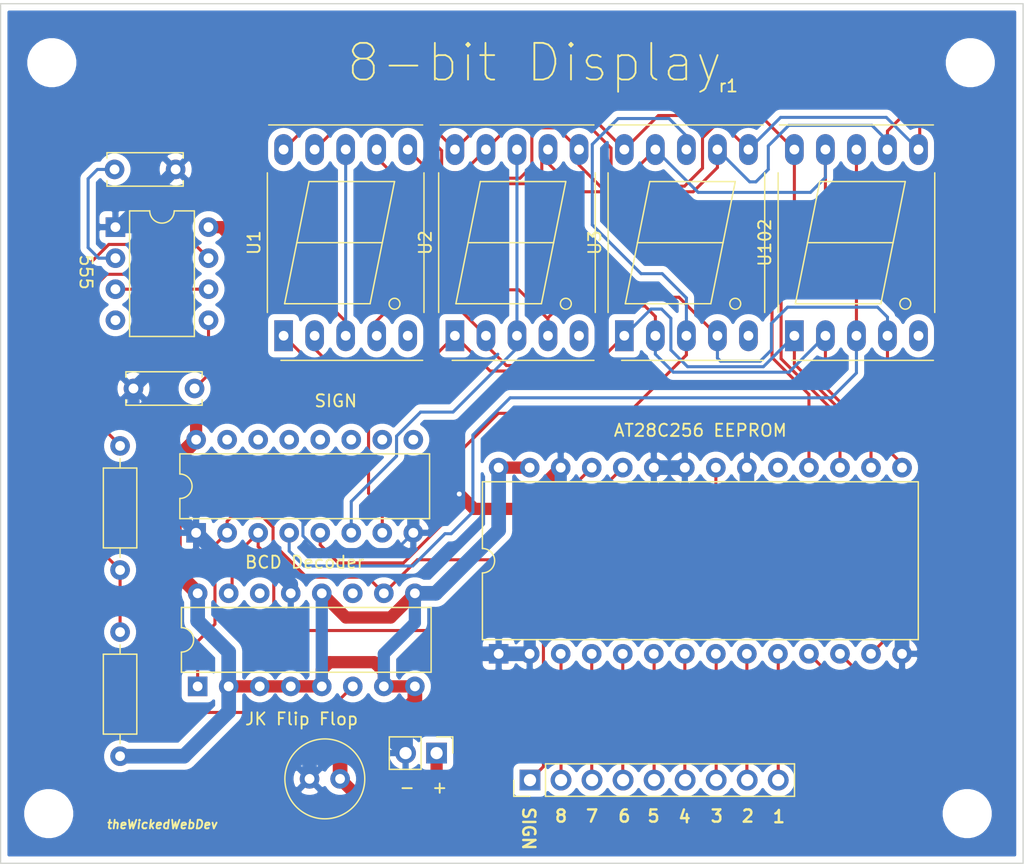
<source format=kicad_pcb>
(kicad_pcb (version 20171130) (host pcbnew "(5.1.9-0-10_14)")

  (general
    (thickness 1.6)
    (drawings 23)
    (tracks 378)
    (zones 0)
    (modules 19)
    (nets 38)
  )

  (page A4)
  (layers
    (0 F.Cu signal)
    (31 B.Cu signal)
    (32 B.Adhes user)
    (33 F.Adhes user)
    (34 B.Paste user)
    (35 F.Paste user)
    (36 B.SilkS user)
    (37 F.SilkS user)
    (38 B.Mask user)
    (39 F.Mask user)
    (40 Dwgs.User user)
    (41 Cmts.User user)
    (42 Eco1.User user)
    (43 Eco2.User user)
    (44 Edge.Cuts user)
    (45 Margin user)
    (46 B.CrtYd user)
    (47 F.CrtYd user)
    (48 B.Fab user)
    (49 F.Fab user)
  )

  (setup
    (last_trace_width 1.2)
    (user_trace_width 1.2)
    (trace_clearance 0.2)
    (zone_clearance 0.508)
    (zone_45_only no)
    (trace_min 0.2)
    (via_size 0.8)
    (via_drill 0.4)
    (via_min_size 0.4)
    (via_min_drill 0.3)
    (uvia_size 0.3)
    (uvia_drill 0.1)
    (uvias_allowed no)
    (uvia_min_size 0.2)
    (uvia_min_drill 0.1)
    (edge_width 0.1)
    (segment_width 0.2)
    (pcb_text_width 0.3)
    (pcb_text_size 1.5 1.5)
    (mod_edge_width 0.15)
    (mod_text_size 1 1)
    (mod_text_width 0.15)
    (pad_size 1.524 1.524)
    (pad_drill 0.762)
    (pad_to_mask_clearance 0)
    (aux_axis_origin 0 0)
    (visible_elements FFFFFF7F)
    (pcbplotparams
      (layerselection 0x010fc_ffffffff)
      (usegerberextensions false)
      (usegerberattributes true)
      (usegerberadvancedattributes true)
      (creategerberjobfile true)
      (excludeedgelayer true)
      (linewidth 0.100000)
      (plotframeref false)
      (viasonmask false)
      (mode 1)
      (useauxorigin false)
      (hpglpennumber 1)
      (hpglpenspeed 20)
      (hpglpendiameter 15.000000)
      (psnegative false)
      (psa4output false)
      (plotreference true)
      (plotvalue true)
      (plotinvisibletext false)
      (padsonsilk false)
      (subtractmaskfromsilk false)
      (outputformat 1)
      (mirror false)
      (drillshape 0)
      (scaleselection 1)
      (outputdirectory "gerber"))
  )

  (net 0 "")
  (net 1 GND)
  (net 2 VCC)
  (net 3 /CLOCK_DISPLAY)
  (net 4 /F)
  (net 5 /G)
  (net 6 /E)
  (net 7 /D)
  (net 8 /C)
  (net 9 /B)
  (net 10 /A)
  (net 11 /H)
  (net 12 "Net-(C133-Pad2)")
  (net 13 "Net-(C233-Pad1)")
  (net 14 "Net-(J1123-Pad9)")
  (net 15 "Net-(J1123-Pad8)")
  (net 16 "Net-(J1123-Pad7)")
  (net 17 "Net-(J1123-Pad6)")
  (net 18 "Net-(J1123-Pad5)")
  (net 19 "Net-(J1123-Pad4)")
  (net 20 "Net-(J1123-Pad3)")
  (net 21 "Net-(J1123-Pad2)")
  (net 22 "Net-(J1123-Pad1)")
  (net 23 "Net-(R1452-Pad2)")
  (net 24 "Net-(R1452-Pad1)")
  (net 25 "Net-(U2444-Pad1)")
  (net 26 "Net-(U2444-Pad15)")
  (net 27 "Net-(U1555-Pad4)")
  (net 28 "Net-(U2444-Pad14)")
  (net 29 "Net-(U2444-Pad11)")
  (net 30 "Net-(U1-Pad3)")
  (net 31 "Net-(U2-Pad3)")
  (net 32 "Net-(U3-Pad3)")
  (net 33 "Net-(U102-Pad3)")
  (net 34 "Net-(U1-Pad5)")
  (net 35 "Net-(U2-Pad5)")
  (net 36 "Net-(U3-Pad5)")
  (net 37 "Net-(U102-Pad5)")

  (net_class Default "This is the default net class."
    (clearance 0.2)
    (trace_width 0.25)
    (via_dia 0.8)
    (via_drill 0.4)
    (uvia_dia 0.3)
    (uvia_drill 0.1)
    (add_net /A)
    (add_net /B)
    (add_net /C)
    (add_net /CLOCK_DISPLAY)
    (add_net /D)
    (add_net /E)
    (add_net /F)
    (add_net /G)
    (add_net /H)
    (add_net GND)
    (add_net "Net-(C133-Pad2)")
    (add_net "Net-(C233-Pad1)")
    (add_net "Net-(J1123-Pad1)")
    (add_net "Net-(J1123-Pad2)")
    (add_net "Net-(J1123-Pad3)")
    (add_net "Net-(J1123-Pad4)")
    (add_net "Net-(J1123-Pad5)")
    (add_net "Net-(J1123-Pad6)")
    (add_net "Net-(J1123-Pad7)")
    (add_net "Net-(J1123-Pad8)")
    (add_net "Net-(J1123-Pad9)")
    (add_net "Net-(R1452-Pad1)")
    (add_net "Net-(R1452-Pad2)")
    (add_net "Net-(U1-Pad3)")
    (add_net "Net-(U1-Pad5)")
    (add_net "Net-(U102-Pad3)")
    (add_net "Net-(U102-Pad5)")
    (add_net "Net-(U1555-Pad4)")
    (add_net "Net-(U2-Pad3)")
    (add_net "Net-(U2-Pad5)")
    (add_net "Net-(U2444-Pad1)")
    (add_net "Net-(U2444-Pad11)")
    (add_net "Net-(U2444-Pad14)")
    (add_net "Net-(U2444-Pad15)")
    (add_net "Net-(U3-Pad3)")
    (add_net "Net-(U3-Pad5)")
    (add_net VCC)
  )

  (module Display_7Segment:7SegmentLED_LTS6760_LTS6780 (layer F.Cu) (tedit 5D86971C) (tstamp 608159A9)
    (at 213.3092 76.962 90)
    (descr "7-Segment Display, LTS67x0, http://optoelectronics.liteon.com/upload/download/DS30-2001-355/S6760jd.pdf")
    (tags "7Segment LED LTS6760 LTS6780")
    (path /611D7A6E)
    (fp_text reference U102 (at 7.62 -2.42 90) (layer F.SilkS)
      (effects (font (size 1 1) (thickness 0.15)))
    )
    (fp_text value HDSP-7503 (at 7.62 12.58 90) (layer F.Fab)
      (effects (font (size 1 1) (thickness 0.15)))
    )
    (fp_text user %R (at 7.87 5.08 90) (layer F.Fab)
      (effects (font (size 1 1) (thickness 0.15)))
    )
    (fp_line (start -0.905 -1.22) (end 17.145 -1.22) (layer F.Fab) (width 0.1))
    (fp_circle (center 2.62 9.08) (end 3.067214 9.08) (layer F.SilkS) (width 0.12))
    (fp_line (start 12.62 2.08) (end 12.62 9.08) (layer F.SilkS) (width 0.12))
    (fp_line (start 7.62 8.08) (end 7.62 1.08) (layer F.SilkS) (width 0.12))
    (fp_line (start 12.62 9.08) (end 7.62 8.08) (layer F.SilkS) (width 0.12))
    (fp_line (start 2.62 7.08) (end 7.62 8.08) (layer F.SilkS) (width 0.12))
    (fp_line (start 2.62 0.08) (end 2.62 7.08) (layer F.SilkS) (width 0.12))
    (fp_line (start 7.62 1.08) (end 2.62 0.08) (layer F.SilkS) (width 0.12))
    (fp_line (start 12.62 2.08) (end 7.62 1.08) (layer F.SilkS) (width 0.12))
    (fp_line (start -1.905 11.38) (end 17.145 11.38) (layer F.Fab) (width 0.1))
    (fp_line (start -1.905 -0.22) (end -1.905 11.38) (layer F.Fab) (width 0.1))
    (fp_line (start 17.145 11.38) (end 17.145 -1.22) (layer F.Fab) (width 0.1))
    (fp_line (start -0.905 -1.22) (end -1.905 -0.22) (layer F.Fab) (width 0.1))
    (fp_line (start -2.16 11.63) (end 17.4 11.63) (layer F.CrtYd) (width 0.05))
    (fp_line (start -2.16 -1.47) (end 17.4 -1.47) (layer F.CrtYd) (width 0.05))
    (fp_line (start 17.4 -1.47) (end 17.4 11.63) (layer F.CrtYd) (width 0.05))
    (fp_line (start -2.16 -1.47) (end -2.16 11.63) (layer F.CrtYd) (width 0.05))
    (fp_line (start 17.255 11.38) (end 17.255 -1.22) (layer F.SilkS) (width 0.12))
    (fp_line (start -2.015 -0.22) (end -2.015 11.38) (layer F.SilkS) (width 0.12))
    (fp_line (start 1.905 11.49) (end 13.335 11.49) (layer F.SilkS) (width 0.12))
    (fp_line (start 1.905 -1.33) (end 13.335 -1.33) (layer F.SilkS) (width 0.12))
    (pad 1 thru_hole rect (at 0 0) (size 1.524 2.524) (drill 0.8) (layers *.Cu *.Mask)
      (net 6 /E))
    (pad 2 thru_hole oval (at 0 2.54) (size 1.524 2.524) (drill 0.8) (layers *.Cu *.Mask)
      (net 7 /D))
    (pad 3 thru_hole oval (at 0 5.08) (size 1.524 2.524) (drill 0.8) (layers *.Cu *.Mask)
      (net 33 "Net-(U102-Pad3)"))
    (pad 4 thru_hole oval (at 0 7.62) (size 1.524 2.524) (drill 0.8) (layers *.Cu *.Mask)
      (net 8 /C))
    (pad 5 thru_hole oval (at 0 10.16) (size 1.524 2.524) (drill 0.8) (layers *.Cu *.Mask)
      (net 37 "Net-(U102-Pad5)"))
    (pad 6 thru_hole oval (at 15.24 10.16) (size 1.524 2.524) (drill 0.8) (layers *.Cu *.Mask)
      (net 9 /B))
    (pad 7 thru_hole oval (at 15.24 7.62) (size 1.524 2.524) (drill 0.8) (layers *.Cu *.Mask)
      (net 10 /A))
    (pad 8 thru_hole oval (at 15.24 5.08) (size 1.524 2.524) (drill 0.8) (layers *.Cu *.Mask)
      (net 33 "Net-(U102-Pad3)"))
    (pad 9 thru_hole oval (at 15.24 2.54) (size 1.524 2.524) (drill 0.8) (layers *.Cu *.Mask)
      (net 4 /F))
    (pad 10 thru_hole oval (at 15.24 0) (size 1.524 2.524) (drill 0.8) (layers *.Cu *.Mask)
      (net 5 /G))
    (model ${KISYS3DMOD}/Display_7Segment.3dshapes/7SegmentLED_LTS6760_LTS6780.wrl
      (at (xyz 0 0 0))
      (scale (xyz 1 1 1))
      (rotate (xyz 0 0 0))
    )
  )

  (module Display_7Segment:7SegmentLED_LTS6760_LTS6780 (layer F.Cu) (tedit 5D86971C) (tstamp 60814F4E)
    (at 199.39 76.962 90)
    (descr "7-Segment Display, LTS67x0, http://optoelectronics.liteon.com/upload/download/DS30-2001-355/S6760jd.pdf")
    (tags "7Segment LED LTS6760 LTS6780")
    (path /60883926)
    (fp_text reference U3 (at 7.62 -2.42 90) (layer F.SilkS)
      (effects (font (size 1 1) (thickness 0.15)))
    )
    (fp_text value HDSP-7503 (at 7.62 12.58 90) (layer F.Fab)
      (effects (font (size 1 1) (thickness 0.15)))
    )
    (fp_text user %R (at 7.87 5.08 90) (layer F.Fab)
      (effects (font (size 1 1) (thickness 0.15)))
    )
    (fp_line (start -0.905 -1.22) (end 17.145 -1.22) (layer F.Fab) (width 0.1))
    (fp_circle (center 2.62 9.08) (end 3.067214 9.08) (layer F.SilkS) (width 0.12))
    (fp_line (start 12.62 2.08) (end 12.62 9.08) (layer F.SilkS) (width 0.12))
    (fp_line (start 7.62 8.08) (end 7.62 1.08) (layer F.SilkS) (width 0.12))
    (fp_line (start 12.62 9.08) (end 7.62 8.08) (layer F.SilkS) (width 0.12))
    (fp_line (start 2.62 7.08) (end 7.62 8.08) (layer F.SilkS) (width 0.12))
    (fp_line (start 2.62 0.08) (end 2.62 7.08) (layer F.SilkS) (width 0.12))
    (fp_line (start 7.62 1.08) (end 2.62 0.08) (layer F.SilkS) (width 0.12))
    (fp_line (start 12.62 2.08) (end 7.62 1.08) (layer F.SilkS) (width 0.12))
    (fp_line (start -1.905 11.38) (end 17.145 11.38) (layer F.Fab) (width 0.1))
    (fp_line (start -1.905 -0.22) (end -1.905 11.38) (layer F.Fab) (width 0.1))
    (fp_line (start 17.145 11.38) (end 17.145 -1.22) (layer F.Fab) (width 0.1))
    (fp_line (start -0.905 -1.22) (end -1.905 -0.22) (layer F.Fab) (width 0.1))
    (fp_line (start -2.16 11.63) (end 17.4 11.63) (layer F.CrtYd) (width 0.05))
    (fp_line (start -2.16 -1.47) (end 17.4 -1.47) (layer F.CrtYd) (width 0.05))
    (fp_line (start 17.4 -1.47) (end 17.4 11.63) (layer F.CrtYd) (width 0.05))
    (fp_line (start -2.16 -1.47) (end -2.16 11.63) (layer F.CrtYd) (width 0.05))
    (fp_line (start 17.255 11.38) (end 17.255 -1.22) (layer F.SilkS) (width 0.12))
    (fp_line (start -2.015 -0.22) (end -2.015 11.38) (layer F.SilkS) (width 0.12))
    (fp_line (start 1.905 11.49) (end 13.335 11.49) (layer F.SilkS) (width 0.12))
    (fp_line (start 1.905 -1.33) (end 13.335 -1.33) (layer F.SilkS) (width 0.12))
    (pad 1 thru_hole rect (at 0 0) (size 1.524 2.524) (drill 0.8) (layers *.Cu *.Mask)
      (net 6 /E))
    (pad 2 thru_hole oval (at 0 2.54) (size 1.524 2.524) (drill 0.8) (layers *.Cu *.Mask)
      (net 7 /D))
    (pad 3 thru_hole oval (at 0 5.08) (size 1.524 2.524) (drill 0.8) (layers *.Cu *.Mask)
      (net 32 "Net-(U3-Pad3)"))
    (pad 4 thru_hole oval (at 0 7.62) (size 1.524 2.524) (drill 0.8) (layers *.Cu *.Mask)
      (net 8 /C))
    (pad 5 thru_hole oval (at 0 10.16) (size 1.524 2.524) (drill 0.8) (layers *.Cu *.Mask)
      (net 36 "Net-(U3-Pad5)"))
    (pad 6 thru_hole oval (at 15.24 10.16) (size 1.524 2.524) (drill 0.8) (layers *.Cu *.Mask)
      (net 9 /B))
    (pad 7 thru_hole oval (at 15.24 7.62) (size 1.524 2.524) (drill 0.8) (layers *.Cu *.Mask)
      (net 10 /A))
    (pad 8 thru_hole oval (at 15.24 5.08) (size 1.524 2.524) (drill 0.8) (layers *.Cu *.Mask)
      (net 32 "Net-(U3-Pad3)"))
    (pad 9 thru_hole oval (at 15.24 2.54) (size 1.524 2.524) (drill 0.8) (layers *.Cu *.Mask)
      (net 4 /F))
    (pad 10 thru_hole oval (at 15.24 0) (size 1.524 2.524) (drill 0.8) (layers *.Cu *.Mask)
      (net 5 /G))
    (model ${KISYS3DMOD}/Display_7Segment.3dshapes/7SegmentLED_LTS6760_LTS6780.wrl
      (at (xyz 0 0 0))
      (scale (xyz 1 1 1))
      (rotate (xyz 0 0 0))
    )
  )

  (module Display_7Segment:7SegmentLED_LTS6760_LTS6780 (layer F.Cu) (tedit 5D86971C) (tstamp 60814F2A)
    (at 185.5216 76.962 90)
    (descr "7-Segment Display, LTS67x0, http://optoelectronics.liteon.com/upload/download/DS30-2001-355/S6760jd.pdf")
    (tags "7Segment LED LTS6760 LTS6780")
    (path /608B9E8C)
    (fp_text reference U2 (at 7.62 -2.42 90) (layer F.SilkS)
      (effects (font (size 1 1) (thickness 0.15)))
    )
    (fp_text value HDSP-7503 (at 7.62 12.58 90) (layer F.Fab)
      (effects (font (size 1 1) (thickness 0.15)))
    )
    (fp_text user %R (at 7.87 5.08 90) (layer F.Fab)
      (effects (font (size 1 1) (thickness 0.15)))
    )
    (fp_line (start -0.905 -1.22) (end 17.145 -1.22) (layer F.Fab) (width 0.1))
    (fp_circle (center 2.62 9.08) (end 3.067214 9.08) (layer F.SilkS) (width 0.12))
    (fp_line (start 12.62 2.08) (end 12.62 9.08) (layer F.SilkS) (width 0.12))
    (fp_line (start 7.62 8.08) (end 7.62 1.08) (layer F.SilkS) (width 0.12))
    (fp_line (start 12.62 9.08) (end 7.62 8.08) (layer F.SilkS) (width 0.12))
    (fp_line (start 2.62 7.08) (end 7.62 8.08) (layer F.SilkS) (width 0.12))
    (fp_line (start 2.62 0.08) (end 2.62 7.08) (layer F.SilkS) (width 0.12))
    (fp_line (start 7.62 1.08) (end 2.62 0.08) (layer F.SilkS) (width 0.12))
    (fp_line (start 12.62 2.08) (end 7.62 1.08) (layer F.SilkS) (width 0.12))
    (fp_line (start -1.905 11.38) (end 17.145 11.38) (layer F.Fab) (width 0.1))
    (fp_line (start -1.905 -0.22) (end -1.905 11.38) (layer F.Fab) (width 0.1))
    (fp_line (start 17.145 11.38) (end 17.145 -1.22) (layer F.Fab) (width 0.1))
    (fp_line (start -0.905 -1.22) (end -1.905 -0.22) (layer F.Fab) (width 0.1))
    (fp_line (start -2.16 11.63) (end 17.4 11.63) (layer F.CrtYd) (width 0.05))
    (fp_line (start -2.16 -1.47) (end 17.4 -1.47) (layer F.CrtYd) (width 0.05))
    (fp_line (start 17.4 -1.47) (end 17.4 11.63) (layer F.CrtYd) (width 0.05))
    (fp_line (start -2.16 -1.47) (end -2.16 11.63) (layer F.CrtYd) (width 0.05))
    (fp_line (start 17.255 11.38) (end 17.255 -1.22) (layer F.SilkS) (width 0.12))
    (fp_line (start -2.015 -0.22) (end -2.015 11.38) (layer F.SilkS) (width 0.12))
    (fp_line (start 1.905 11.49) (end 13.335 11.49) (layer F.SilkS) (width 0.12))
    (fp_line (start 1.905 -1.33) (end 13.335 -1.33) (layer F.SilkS) (width 0.12))
    (pad 1 thru_hole rect (at 0 0) (size 1.524 2.524) (drill 0.8) (layers *.Cu *.Mask)
      (net 6 /E))
    (pad 2 thru_hole oval (at 0 2.54) (size 1.524 2.524) (drill 0.8) (layers *.Cu *.Mask)
      (net 7 /D))
    (pad 3 thru_hole oval (at 0 5.08) (size 1.524 2.524) (drill 0.8) (layers *.Cu *.Mask)
      (net 31 "Net-(U2-Pad3)"))
    (pad 4 thru_hole oval (at 0 7.62) (size 1.524 2.524) (drill 0.8) (layers *.Cu *.Mask)
      (net 8 /C))
    (pad 5 thru_hole oval (at 0 10.16) (size 1.524 2.524) (drill 0.8) (layers *.Cu *.Mask)
      (net 35 "Net-(U2-Pad5)"))
    (pad 6 thru_hole oval (at 15.24 10.16) (size 1.524 2.524) (drill 0.8) (layers *.Cu *.Mask)
      (net 9 /B))
    (pad 7 thru_hole oval (at 15.24 7.62) (size 1.524 2.524) (drill 0.8) (layers *.Cu *.Mask)
      (net 10 /A))
    (pad 8 thru_hole oval (at 15.24 5.08) (size 1.524 2.524) (drill 0.8) (layers *.Cu *.Mask)
      (net 31 "Net-(U2-Pad3)"))
    (pad 9 thru_hole oval (at 15.24 2.54) (size 1.524 2.524) (drill 0.8) (layers *.Cu *.Mask)
      (net 4 /F))
    (pad 10 thru_hole oval (at 15.24 0) (size 1.524 2.524) (drill 0.8) (layers *.Cu *.Mask)
      (net 5 /G))
    (model ${KISYS3DMOD}/Display_7Segment.3dshapes/7SegmentLED_LTS6760_LTS6780.wrl
      (at (xyz 0 0 0))
      (scale (xyz 1 1 1))
      (rotate (xyz 0 0 0))
    )
  )

  (module Display_7Segment:7SegmentLED_LTS6760_LTS6780 (layer F.Cu) (tedit 5D86971C) (tstamp 60814F06)
    (at 171.5008 76.962 90)
    (descr "7-Segment Display, LTS67x0, http://optoelectronics.liteon.com/upload/download/DS30-2001-355/S6760jd.pdf")
    (tags "7Segment LED LTS6760 LTS6780")
    (path /608AAF98)
    (fp_text reference U1 (at 7.62 -2.42 90) (layer F.SilkS)
      (effects (font (size 1 1) (thickness 0.15)))
    )
    (fp_text value HDSP-7503 (at 7.62 12.58 90) (layer F.Fab)
      (effects (font (size 1 1) (thickness 0.15)))
    )
    (fp_text user %R (at 7.87 5.08 90) (layer F.Fab)
      (effects (font (size 1 1) (thickness 0.15)))
    )
    (fp_line (start -0.905 -1.22) (end 17.145 -1.22) (layer F.Fab) (width 0.1))
    (fp_circle (center 2.62 9.08) (end 3.067214 9.08) (layer F.SilkS) (width 0.12))
    (fp_line (start 12.62 2.08) (end 12.62 9.08) (layer F.SilkS) (width 0.12))
    (fp_line (start 7.62 8.08) (end 7.62 1.08) (layer F.SilkS) (width 0.12))
    (fp_line (start 12.62 9.08) (end 7.62 8.08) (layer F.SilkS) (width 0.12))
    (fp_line (start 2.62 7.08) (end 7.62 8.08) (layer F.SilkS) (width 0.12))
    (fp_line (start 2.62 0.08) (end 2.62 7.08) (layer F.SilkS) (width 0.12))
    (fp_line (start 7.62 1.08) (end 2.62 0.08) (layer F.SilkS) (width 0.12))
    (fp_line (start 12.62 2.08) (end 7.62 1.08) (layer F.SilkS) (width 0.12))
    (fp_line (start -1.905 11.38) (end 17.145 11.38) (layer F.Fab) (width 0.1))
    (fp_line (start -1.905 -0.22) (end -1.905 11.38) (layer F.Fab) (width 0.1))
    (fp_line (start 17.145 11.38) (end 17.145 -1.22) (layer F.Fab) (width 0.1))
    (fp_line (start -0.905 -1.22) (end -1.905 -0.22) (layer F.Fab) (width 0.1))
    (fp_line (start -2.16 11.63) (end 17.4 11.63) (layer F.CrtYd) (width 0.05))
    (fp_line (start -2.16 -1.47) (end 17.4 -1.47) (layer F.CrtYd) (width 0.05))
    (fp_line (start 17.4 -1.47) (end 17.4 11.63) (layer F.CrtYd) (width 0.05))
    (fp_line (start -2.16 -1.47) (end -2.16 11.63) (layer F.CrtYd) (width 0.05))
    (fp_line (start 17.255 11.38) (end 17.255 -1.22) (layer F.SilkS) (width 0.12))
    (fp_line (start -2.015 -0.22) (end -2.015 11.38) (layer F.SilkS) (width 0.12))
    (fp_line (start 1.905 11.49) (end 13.335 11.49) (layer F.SilkS) (width 0.12))
    (fp_line (start 1.905 -1.33) (end 13.335 -1.33) (layer F.SilkS) (width 0.12))
    (pad 1 thru_hole rect (at 0 0) (size 1.524 2.524) (drill 0.8) (layers *.Cu *.Mask)
      (net 6 /E))
    (pad 2 thru_hole oval (at 0 2.54) (size 1.524 2.524) (drill 0.8) (layers *.Cu *.Mask)
      (net 7 /D))
    (pad 3 thru_hole oval (at 0 5.08) (size 1.524 2.524) (drill 0.8) (layers *.Cu *.Mask)
      (net 30 "Net-(U1-Pad3)"))
    (pad 4 thru_hole oval (at 0 7.62) (size 1.524 2.524) (drill 0.8) (layers *.Cu *.Mask)
      (net 8 /C))
    (pad 5 thru_hole oval (at 0 10.16) (size 1.524 2.524) (drill 0.8) (layers *.Cu *.Mask)
      (net 34 "Net-(U1-Pad5)"))
    (pad 6 thru_hole oval (at 15.24 10.16) (size 1.524 2.524) (drill 0.8) (layers *.Cu *.Mask)
      (net 9 /B))
    (pad 7 thru_hole oval (at 15.24 7.62) (size 1.524 2.524) (drill 0.8) (layers *.Cu *.Mask)
      (net 10 /A))
    (pad 8 thru_hole oval (at 15.24 5.08) (size 1.524 2.524) (drill 0.8) (layers *.Cu *.Mask)
      (net 30 "Net-(U1-Pad3)"))
    (pad 9 thru_hole oval (at 15.24 2.54) (size 1.524 2.524) (drill 0.8) (layers *.Cu *.Mask)
      (net 4 /F))
    (pad 10 thru_hole oval (at 15.24 0) (size 1.524 2.524) (drill 0.8) (layers *.Cu *.Mask)
      (net 5 /G))
    (model ${KISYS3DMOD}/Display_7Segment.3dshapes/7SegmentLED_LTS6760_LTS6780.wrl
      (at (xyz 0 0 0))
      (scale (xyz 1 1 1))
      (rotate (xyz 0 0 0))
    )
  )

  (module Connector_PinHeader_2.54mm:PinHeader_1x09_P2.54mm_Vertical (layer F.Cu) (tedit 59FED5CC) (tstamp 607DB234)
    (at 191.6684 113.3348 90)
    (descr "Through hole straight pin header, 1x09, 2.54mm pitch, single row")
    (tags "Through hole pin header THT 1x09 2.54mm single row")
    (path /608A9F1A)
    (fp_text reference J1123 (at 0 -2.33 90) (layer F.SilkS) hide
      (effects (font (size 1 1) (thickness 0.15)))
    )
    (fp_text value Conn_01x09 (at 0 22.65 90) (layer F.Fab)
      (effects (font (size 1 1) (thickness 0.15)))
    )
    (fp_line (start 1.8 -1.8) (end -1.8 -1.8) (layer F.CrtYd) (width 0.05))
    (fp_line (start 1.8 22.1) (end 1.8 -1.8) (layer F.CrtYd) (width 0.05))
    (fp_line (start -1.8 22.1) (end 1.8 22.1) (layer F.CrtYd) (width 0.05))
    (fp_line (start -1.8 -1.8) (end -1.8 22.1) (layer F.CrtYd) (width 0.05))
    (fp_line (start -1.33 -1.33) (end 0 -1.33) (layer F.SilkS) (width 0.12))
    (fp_line (start -1.33 0) (end -1.33 -1.33) (layer F.SilkS) (width 0.12))
    (fp_line (start -1.33 1.27) (end 1.33 1.27) (layer F.SilkS) (width 0.12))
    (fp_line (start 1.33 1.27) (end 1.33 21.65) (layer F.SilkS) (width 0.12))
    (fp_line (start -1.33 1.27) (end -1.33 21.65) (layer F.SilkS) (width 0.12))
    (fp_line (start -1.33 21.65) (end 1.33 21.65) (layer F.SilkS) (width 0.12))
    (fp_line (start -1.27 -0.635) (end -0.635 -1.27) (layer F.Fab) (width 0.1))
    (fp_line (start -1.27 21.59) (end -1.27 -0.635) (layer F.Fab) (width 0.1))
    (fp_line (start 1.27 21.59) (end -1.27 21.59) (layer F.Fab) (width 0.1))
    (fp_line (start 1.27 -1.27) (end 1.27 21.59) (layer F.Fab) (width 0.1))
    (fp_line (start -0.635 -1.27) (end 1.27 -1.27) (layer F.Fab) (width 0.1))
    (fp_text user %R (at 0 10.16) (layer F.Fab)
      (effects (font (size 1 1) (thickness 0.15)))
    )
    (pad 9 thru_hole oval (at 0 20.32 90) (size 1.7 1.7) (drill 1) (layers *.Cu *.Mask)
      (net 14 "Net-(J1123-Pad9)"))
    (pad 8 thru_hole oval (at 0 17.78 90) (size 1.7 1.7) (drill 1) (layers *.Cu *.Mask)
      (net 15 "Net-(J1123-Pad8)"))
    (pad 7 thru_hole oval (at 0 15.24 90) (size 1.7 1.7) (drill 1) (layers *.Cu *.Mask)
      (net 16 "Net-(J1123-Pad7)"))
    (pad 6 thru_hole oval (at 0 12.7 90) (size 1.7 1.7) (drill 1) (layers *.Cu *.Mask)
      (net 17 "Net-(J1123-Pad6)"))
    (pad 5 thru_hole oval (at 0 10.16 90) (size 1.7 1.7) (drill 1) (layers *.Cu *.Mask)
      (net 18 "Net-(J1123-Pad5)"))
    (pad 4 thru_hole oval (at 0 7.62 90) (size 1.7 1.7) (drill 1) (layers *.Cu *.Mask)
      (net 19 "Net-(J1123-Pad4)"))
    (pad 3 thru_hole oval (at 0 5.08 90) (size 1.7 1.7) (drill 1) (layers *.Cu *.Mask)
      (net 20 "Net-(J1123-Pad3)"))
    (pad 2 thru_hole oval (at 0 2.54 90) (size 1.7 1.7) (drill 1) (layers *.Cu *.Mask)
      (net 21 "Net-(J1123-Pad2)"))
    (pad 1 thru_hole rect (at 0 0 90) (size 1.7 1.7) (drill 1) (layers *.Cu *.Mask)
      (net 22 "Net-(J1123-Pad1)"))
    (model ${KISYS3DMOD}/Connector_PinHeader_2.54mm.3dshapes/PinHeader_1x09_P2.54mm_Vertical.wrl
      (at (xyz 0 0 0))
      (scale (xyz 1 1 1))
      (rotate (xyz 0 0 0))
    )
  )

  (module MountingHole:MountingHole_3mm (layer F.Cu) (tedit 56D1B4CB) (tstamp 607D96E8)
    (at 152.527 54.61)
    (descr "Mounting Hole 3mm, no annular")
    (tags "mounting hole 3mm no annular")
    (attr virtual)
    (fp_text reference REF** (at 0 -4) (layer F.SilkS) hide
      (effects (font (size 1 1) (thickness 0.15)))
    )
    (fp_text value MountingHole_3mm (at 0 4) (layer F.Fab) hide
      (effects (font (size 1 1) (thickness 0.15)))
    )
    (fp_circle (center 0 0) (end 3 0) (layer Cmts.User) (width 0.15))
    (fp_circle (center 0 0) (end 3.25 0) (layer F.CrtYd) (width 0.05))
    (fp_text user %R (at 0.3 0) (layer F.Fab)
      (effects (font (size 1 1) (thickness 0.15)))
    )
    (pad 1 np_thru_hole circle (at 0 0) (size 3 3) (drill 3) (layers *.Cu *.Mask))
  )

  (module MountingHole:MountingHole_3mm (layer F.Cu) (tedit 56D1B4CB) (tstamp 607D96E1)
    (at 152.273 116.078)
    (descr "Mounting Hole 3mm, no annular")
    (tags "mounting hole 3mm no annular")
    (attr virtual)
    (fp_text reference REF** (at 0 -4) (layer F.SilkS) hide
      (effects (font (size 1 1) (thickness 0.15)))
    )
    (fp_text value MountingHole_3mm (at 0 4) (layer F.Fab) hide
      (effects (font (size 1 1) (thickness 0.15)))
    )
    (fp_circle (center 0 0) (end 3.25 0) (layer F.CrtYd) (width 0.05))
    (fp_circle (center 0 0) (end 3 0) (layer Cmts.User) (width 0.15))
    (fp_text user %R (at 0.3 0) (layer F.Fab)
      (effects (font (size 1 1) (thickness 0.15)))
    )
    (pad 1 np_thru_hole circle (at 0 0) (size 3 3) (drill 3) (layers *.Cu *.Mask))
  )

  (module MountingHole:MountingHole_3mm (layer F.Cu) (tedit 56D1B4CB) (tstamp 607D96D3)
    (at 227.457 116.078)
    (descr "Mounting Hole 3mm, no annular")
    (tags "mounting hole 3mm no annular")
    (attr virtual)
    (fp_text reference REF** (at 0 -4) (layer F.SilkS) hide
      (effects (font (size 1 1) (thickness 0.15)))
    )
    (fp_text value MountingHole_3mm (at 0 4) (layer F.Fab) hide
      (effects (font (size 1 1) (thickness 0.15)))
    )
    (fp_circle (center 0 0) (end 3 0) (layer Cmts.User) (width 0.15))
    (fp_circle (center 0 0) (end 3.25 0) (layer F.CrtYd) (width 0.05))
    (fp_text user %R (at 0.3 0) (layer F.Fab)
      (effects (font (size 1 1) (thickness 0.15)))
    )
    (pad 1 np_thru_hole circle (at 0 0) (size 3 3) (drill 3) (layers *.Cu *.Mask))
  )

  (module MountingHole:MountingHole_3mm (layer F.Cu) (tedit 56D1B4CB) (tstamp 607D96C4)
    (at 227.711 54.61)
    (descr "Mounting Hole 3mm, no annular")
    (tags "mounting hole 3mm no annular")
    (attr virtual)
    (fp_text reference REF** (at 0 -4) (layer F.SilkS) hide
      (effects (font (size 1 1) (thickness 0.15)))
    )
    (fp_text value MountingHole_3mm (at 0 4) (layer F.Fab) hide
      (effects (font (size 1 1) (thickness 0.15)))
    )
    (fp_circle (center 0 0) (end 3.25 0) (layer F.CrtYd) (width 0.05))
    (fp_circle (center 0 0) (end 3 0) (layer Cmts.User) (width 0.15))
    (fp_text user %R (at 0.3 0) (layer F.Fab)
      (effects (font (size 1 1) (thickness 0.15)))
    )
    (pad 1 np_thru_hole circle (at 0 0) (size 3 3) (drill 3) (layers *.Cu *.Mask))
  )

  (module Package_DIP:DIP-8_W7.62mm (layer F.Cu) (tedit 5A02E8C5) (tstamp 607D15E7)
    (at 157.734 68.072)
    (descr "8-lead though-hole mounted DIP package, row spacing 7.62 mm (300 mils)")
    (tags "THT DIP DIL PDIP 2.54mm 7.62mm 300mil")
    (path /611B78D2)
    (fp_text reference U1555 (at 3.81 -2.33) (layer F.SilkS) hide
      (effects (font (size 1 1) (thickness 0.15)))
    )
    (fp_text value NE55P (at 3.81 9.95) (layer F.Fab)
      (effects (font (size 1 1) (thickness 0.15)))
    )
    (fp_line (start 8.7 -1.55) (end -1.1 -1.55) (layer F.CrtYd) (width 0.05))
    (fp_line (start 8.7 9.15) (end 8.7 -1.55) (layer F.CrtYd) (width 0.05))
    (fp_line (start -1.1 9.15) (end 8.7 9.15) (layer F.CrtYd) (width 0.05))
    (fp_line (start -1.1 -1.55) (end -1.1 9.15) (layer F.CrtYd) (width 0.05))
    (fp_line (start 6.46 -1.33) (end 4.81 -1.33) (layer F.SilkS) (width 0.12))
    (fp_line (start 6.46 8.95) (end 6.46 -1.33) (layer F.SilkS) (width 0.12))
    (fp_line (start 1.16 8.95) (end 6.46 8.95) (layer F.SilkS) (width 0.12))
    (fp_line (start 1.16 -1.33) (end 1.16 8.95) (layer F.SilkS) (width 0.12))
    (fp_line (start 2.81 -1.33) (end 1.16 -1.33) (layer F.SilkS) (width 0.12))
    (fp_line (start 0.635 -0.27) (end 1.635 -1.27) (layer F.Fab) (width 0.1))
    (fp_line (start 0.635 8.89) (end 0.635 -0.27) (layer F.Fab) (width 0.1))
    (fp_line (start 6.985 8.89) (end 0.635 8.89) (layer F.Fab) (width 0.1))
    (fp_line (start 6.985 -1.27) (end 6.985 8.89) (layer F.Fab) (width 0.1))
    (fp_line (start 1.635 -1.27) (end 6.985 -1.27) (layer F.Fab) (width 0.1))
    (fp_text user %R (at 3.81 3.81) (layer F.Fab)
      (effects (font (size 1 1) (thickness 0.15)))
    )
    (fp_arc (start 3.81 -1.33) (end 2.81 -1.33) (angle -180) (layer F.SilkS) (width 0.12))
    (pad 8 thru_hole oval (at 7.62 0) (size 1.6 1.6) (drill 0.8) (layers *.Cu *.Mask)
      (net 2 VCC))
    (pad 4 thru_hole oval (at 0 7.62) (size 1.6 1.6) (drill 0.8) (layers *.Cu *.Mask)
      (net 27 "Net-(U1555-Pad4)"))
    (pad 7 thru_hole oval (at 7.62 2.54) (size 1.6 1.6) (drill 0.8) (layers *.Cu *.Mask)
      (net 24 "Net-(R1452-Pad1)"))
    (pad 3 thru_hole oval (at 0 5.08) (size 1.6 1.6) (drill 0.8) (layers *.Cu *.Mask)
      (net 3 /CLOCK_DISPLAY))
    (pad 6 thru_hole oval (at 7.62 5.08) (size 1.6 1.6) (drill 0.8) (layers *.Cu *.Mask)
      (net 23 "Net-(R1452-Pad2)"))
    (pad 2 thru_hole oval (at 0 2.54) (size 1.6 1.6) (drill 0.8) (layers *.Cu *.Mask)
      (net 12 "Net-(C133-Pad2)"))
    (pad 5 thru_hole oval (at 7.62 7.62) (size 1.6 1.6) (drill 0.8) (layers *.Cu *.Mask)
      (net 13 "Net-(C233-Pad1)"))
    (pad 1 thru_hole rect (at 0 0) (size 1.6 1.6) (drill 0.8) (layers *.Cu *.Mask)
      (net 1 GND))
    (model ${KISYS3DMOD}/Package_DIP.3dshapes/DIP-8_W7.62mm.wrl
      (at (xyz 0 0 0))
      (scale (xyz 1 1 1))
      (rotate (xyz 0 0 0))
    )
  )

  (module Package_DIP:DIP-28_W15.24mm (layer F.Cu) (tedit 5A02E8C5) (tstamp 607D1713)
    (at 189.103 102.997 90)
    (descr "28-lead though-hole mounted DIP package, row spacing 15.24 mm (600 mils)")
    (tags "THT DIP DIL PDIP 2.54mm 15.24mm 600mil")
    (path /611B6E4E)
    (fp_text reference U9 (at 7.62 -2.33 90) (layer F.SilkS) hide
      (effects (font (size 1 1) (thickness 0.15)))
    )
    (fp_text value AT28C256 (at 7.62 35.35 90) (layer F.Fab)
      (effects (font (size 1 1) (thickness 0.15)))
    )
    (fp_line (start 1.255 -1.27) (end 14.985 -1.27) (layer F.Fab) (width 0.1))
    (fp_line (start 14.985 -1.27) (end 14.985 34.29) (layer F.Fab) (width 0.1))
    (fp_line (start 14.985 34.29) (end 0.255 34.29) (layer F.Fab) (width 0.1))
    (fp_line (start 0.255 34.29) (end 0.255 -0.27) (layer F.Fab) (width 0.1))
    (fp_line (start 0.255 -0.27) (end 1.255 -1.27) (layer F.Fab) (width 0.1))
    (fp_line (start 6.62 -1.33) (end 1.16 -1.33) (layer F.SilkS) (width 0.12))
    (fp_line (start 1.16 -1.33) (end 1.16 34.35) (layer F.SilkS) (width 0.12))
    (fp_line (start 1.16 34.35) (end 14.08 34.35) (layer F.SilkS) (width 0.12))
    (fp_line (start 14.08 34.35) (end 14.08 -1.33) (layer F.SilkS) (width 0.12))
    (fp_line (start 14.08 -1.33) (end 8.62 -1.33) (layer F.SilkS) (width 0.12))
    (fp_line (start -1.05 -1.55) (end -1.05 34.55) (layer F.CrtYd) (width 0.05))
    (fp_line (start -1.05 34.55) (end 16.3 34.55) (layer F.CrtYd) (width 0.05))
    (fp_line (start 16.3 34.55) (end 16.3 -1.55) (layer F.CrtYd) (width 0.05))
    (fp_line (start 16.3 -1.55) (end -1.05 -1.55) (layer F.CrtYd) (width 0.05))
    (fp_text user %R (at 7.62 16.51 90) (layer F.Fab)
      (effects (font (size 1 1) (thickness 0.15)))
    )
    (fp_arc (start 7.62 -1.33) (end 6.62 -1.33) (angle -180) (layer F.SilkS) (width 0.12))
    (pad 28 thru_hole oval (at 15.24 0 90) (size 1.6 1.6) (drill 0.8) (layers *.Cu *.Mask)
      (net 2 VCC))
    (pad 14 thru_hole oval (at 0 33.02 90) (size 1.6 1.6) (drill 0.8) (layers *.Cu *.Mask)
      (net 1 GND))
    (pad 27 thru_hole oval (at 15.24 2.54 90) (size 1.6 1.6) (drill 0.8) (layers *.Cu *.Mask)
      (net 2 VCC))
    (pad 13 thru_hole oval (at 0 30.48 90) (size 1.6 1.6) (drill 0.8) (layers *.Cu *.Mask)
      (net 8 /C))
    (pad 26 thru_hole oval (at 15.24 5.08 90) (size 1.6 1.6) (drill 0.8) (layers *.Cu *.Mask)
      (net 1 GND))
    (pad 12 thru_hole oval (at 0 27.94 90) (size 1.6 1.6) (drill 0.8) (layers *.Cu *.Mask)
      (net 9 /B))
    (pad 25 thru_hole oval (at 15.24 7.62 90) (size 1.6 1.6) (drill 0.8) (layers *.Cu *.Mask)
      (net 25 "Net-(U2444-Pad1)"))
    (pad 11 thru_hole oval (at 0 25.4 90) (size 1.6 1.6) (drill 0.8) (layers *.Cu *.Mask)
      (net 10 /A))
    (pad 24 thru_hole oval (at 15.24 10.16 90) (size 1.6 1.6) (drill 0.8) (layers *.Cu *.Mask)
      (net 26 "Net-(U2444-Pad15)"))
    (pad 10 thru_hole oval (at 0 22.86 90) (size 1.6 1.6) (drill 0.8) (layers *.Cu *.Mask)
      (net 14 "Net-(J1123-Pad9)"))
    (pad 23 thru_hole oval (at 15.24 12.7 90) (size 1.6 1.6) (drill 0.8) (layers *.Cu *.Mask)
      (net 1 GND))
    (pad 9 thru_hole oval (at 0 20.32 90) (size 1.6 1.6) (drill 0.8) (layers *.Cu *.Mask)
      (net 15 "Net-(J1123-Pad8)"))
    (pad 22 thru_hole oval (at 15.24 15.24 90) (size 1.6 1.6) (drill 0.8) (layers *.Cu *.Mask)
      (net 1 GND))
    (pad 8 thru_hole oval (at 0 17.78 90) (size 1.6 1.6) (drill 0.8) (layers *.Cu *.Mask)
      (net 16 "Net-(J1123-Pad7)"))
    (pad 21 thru_hole oval (at 15.24 17.78 90) (size 1.6 1.6) (drill 0.8) (layers *.Cu *.Mask)
      (net 22 "Net-(J1123-Pad1)"))
    (pad 7 thru_hole oval (at 0 15.24 90) (size 1.6 1.6) (drill 0.8) (layers *.Cu *.Mask)
      (net 17 "Net-(J1123-Pad6)"))
    (pad 20 thru_hole oval (at 15.24 20.32 90) (size 1.6 1.6) (drill 0.8) (layers *.Cu *.Mask)
      (net 1 GND))
    (pad 6 thru_hole oval (at 0 12.7 90) (size 1.6 1.6) (drill 0.8) (layers *.Cu *.Mask)
      (net 18 "Net-(J1123-Pad5)"))
    (pad 19 thru_hole oval (at 15.24 22.86 90) (size 1.6 1.6) (drill 0.8) (layers *.Cu *.Mask)
      (net 11 /H))
    (pad 5 thru_hole oval (at 0 10.16 90) (size 1.6 1.6) (drill 0.8) (layers *.Cu *.Mask)
      (net 19 "Net-(J1123-Pad4)"))
    (pad 18 thru_hole oval (at 15.24 25.4 90) (size 1.6 1.6) (drill 0.8) (layers *.Cu *.Mask)
      (net 5 /G))
    (pad 4 thru_hole oval (at 0 7.62 90) (size 1.6 1.6) (drill 0.8) (layers *.Cu *.Mask)
      (net 20 "Net-(J1123-Pad3)"))
    (pad 17 thru_hole oval (at 15.24 27.94 90) (size 1.6 1.6) (drill 0.8) (layers *.Cu *.Mask)
      (net 4 /F))
    (pad 3 thru_hole oval (at 0 5.08 90) (size 1.6 1.6) (drill 0.8) (layers *.Cu *.Mask)
      (net 21 "Net-(J1123-Pad2)"))
    (pad 16 thru_hole oval (at 15.24 30.48 90) (size 1.6 1.6) (drill 0.8) (layers *.Cu *.Mask)
      (net 6 /E))
    (pad 2 thru_hole oval (at 0 2.54 90) (size 1.6 1.6) (drill 0.8) (layers *.Cu *.Mask)
      (net 1 GND))
    (pad 15 thru_hole oval (at 15.24 33.02 90) (size 1.6 1.6) (drill 0.8) (layers *.Cu *.Mask)
      (net 7 /D))
    (pad 1 thru_hole rect (at 0 0 90) (size 1.6 1.6) (drill 0.8) (layers *.Cu *.Mask)
      (net 1 GND))
    (model ${KISYS3DMOD}/Package_DIP.3dshapes/DIP-28_W15.24mm.wrl
      (at (xyz 0 0 0))
      (scale (xyz 1 1 1))
      (rotate (xyz 0 0 0))
    )
  )

  (module Package_DIP:DIP-16_W7.62mm (layer F.Cu) (tedit 5A02E8C5) (tstamp 607D1653)
    (at 164.338 93.091 90)
    (descr "16-lead though-hole mounted DIP package, row spacing 7.62 mm (300 mils)")
    (tags "THT DIP DIL PDIP 2.54mm 7.62mm 300mil")
    (path /611CFFAE)
    (fp_text reference U4332 (at 3.81 -2.33 90) (layer F.SilkS) hide
      (effects (font (size 1 1) (thickness 0.15)))
    )
    (fp_text value 74LS139 (at 3.81 20.11 90) (layer F.Fab)
      (effects (font (size 1 1) (thickness 0.15)))
    )
    (fp_line (start 1.635 -1.27) (end 6.985 -1.27) (layer F.Fab) (width 0.1))
    (fp_line (start 6.985 -1.27) (end 6.985 19.05) (layer F.Fab) (width 0.1))
    (fp_line (start 6.985 19.05) (end 0.635 19.05) (layer F.Fab) (width 0.1))
    (fp_line (start 0.635 19.05) (end 0.635 -0.27) (layer F.Fab) (width 0.1))
    (fp_line (start 0.635 -0.27) (end 1.635 -1.27) (layer F.Fab) (width 0.1))
    (fp_line (start 2.81 -1.33) (end 1.16 -1.33) (layer F.SilkS) (width 0.12))
    (fp_line (start 1.16 -1.33) (end 1.16 19.11) (layer F.SilkS) (width 0.12))
    (fp_line (start 1.16 19.11) (end 6.46 19.11) (layer F.SilkS) (width 0.12))
    (fp_line (start 6.46 19.11) (end 6.46 -1.33) (layer F.SilkS) (width 0.12))
    (fp_line (start 6.46 -1.33) (end 4.81 -1.33) (layer F.SilkS) (width 0.12))
    (fp_line (start -1.1 -1.55) (end -1.1 19.3) (layer F.CrtYd) (width 0.05))
    (fp_line (start -1.1 19.3) (end 8.7 19.3) (layer F.CrtYd) (width 0.05))
    (fp_line (start 8.7 19.3) (end 8.7 -1.55) (layer F.CrtYd) (width 0.05))
    (fp_line (start 8.7 -1.55) (end -1.1 -1.55) (layer F.CrtYd) (width 0.05))
    (fp_text user %R (at 3.81 8.89 90) (layer F.Fab)
      (effects (font (size 1 1) (thickness 0.15)))
    )
    (fp_arc (start 3.81 -1.33) (end 2.81 -1.33) (angle -180) (layer F.SilkS) (width 0.12))
    (pad 16 thru_hole oval (at 7.62 0 90) (size 1.6 1.6) (drill 0.8) (layers *.Cu *.Mask)
      (net 2 VCC))
    (pad 8 thru_hole oval (at 0 17.78 90) (size 1.6 1.6) (drill 0.8) (layers *.Cu *.Mask)
      (net 1 GND))
    (pad 15 thru_hole oval (at 7.62 2.54 90) (size 1.6 1.6) (drill 0.8) (layers *.Cu *.Mask))
    (pad 7 thru_hole oval (at 0 15.24 90) (size 1.6 1.6) (drill 0.8) (layers *.Cu *.Mask)
      (net 30 "Net-(U1-Pad3)"))
    (pad 14 thru_hole oval (at 7.62 5.08 90) (size 1.6 1.6) (drill 0.8) (layers *.Cu *.Mask))
    (pad 6 thru_hole oval (at 0 12.7 90) (size 1.6 1.6) (drill 0.8) (layers *.Cu *.Mask)
      (net 31 "Net-(U2-Pad3)"))
    (pad 13 thru_hole oval (at 7.62 7.62 90) (size 1.6 1.6) (drill 0.8) (layers *.Cu *.Mask))
    (pad 5 thru_hole oval (at 0 10.16 90) (size 1.6 1.6) (drill 0.8) (layers *.Cu *.Mask)
      (net 32 "Net-(U3-Pad3)"))
    (pad 12 thru_hole oval (at 7.62 10.16 90) (size 1.6 1.6) (drill 0.8) (layers *.Cu *.Mask))
    (pad 4 thru_hole oval (at 0 7.62 90) (size 1.6 1.6) (drill 0.8) (layers *.Cu *.Mask)
      (net 33 "Net-(U102-Pad3)"))
    (pad 11 thru_hole oval (at 7.62 12.7 90) (size 1.6 1.6) (drill 0.8) (layers *.Cu *.Mask))
    (pad 3 thru_hole oval (at 0 5.08 90) (size 1.6 1.6) (drill 0.8) (layers *.Cu *.Mask)
      (net 26 "Net-(U2444-Pad15)"))
    (pad 10 thru_hole oval (at 7.62 15.24 90) (size 1.6 1.6) (drill 0.8) (layers *.Cu *.Mask))
    (pad 2 thru_hole oval (at 0 2.54 90) (size 1.6 1.6) (drill 0.8) (layers *.Cu *.Mask)
      (net 25 "Net-(U2444-Pad1)"))
    (pad 9 thru_hole oval (at 7.62 17.78 90) (size 1.6 1.6) (drill 0.8) (layers *.Cu *.Mask))
    (pad 1 thru_hole rect (at 0 0 90) (size 1.6 1.6) (drill 0.8) (layers *.Cu *.Mask)
      (net 1 GND))
    (model ${KISYS3DMOD}/Package_DIP.3dshapes/DIP-16_W7.62mm.wrl
      (at (xyz 0 0 0))
      (scale (xyz 1 1 1))
      (rotate (xyz 0 0 0))
    )
  )

  (module Package_DIP:DIP-16_W7.62mm (layer F.Cu) (tedit 5A02E8C5) (tstamp 607D160B)
    (at 164.465 105.664 90)
    (descr "16-lead though-hole mounted DIP package, row spacing 7.62 mm (300 mils)")
    (tags "THT DIP DIL PDIP 2.54mm 7.62mm 300mil")
    (path /611B9CAD)
    (fp_text reference U2444 (at 3.81 -2.33 90) (layer F.SilkS) hide
      (effects (font (size 1 1) (thickness 0.15)))
    )
    (fp_text value 74LS76 (at 3.81 20.11 90) (layer F.Fab)
      (effects (font (size 1 1) (thickness 0.15)))
    )
    (fp_line (start 1.635 -1.27) (end 6.985 -1.27) (layer F.Fab) (width 0.1))
    (fp_line (start 6.985 -1.27) (end 6.985 19.05) (layer F.Fab) (width 0.1))
    (fp_line (start 6.985 19.05) (end 0.635 19.05) (layer F.Fab) (width 0.1))
    (fp_line (start 0.635 19.05) (end 0.635 -0.27) (layer F.Fab) (width 0.1))
    (fp_line (start 0.635 -0.27) (end 1.635 -1.27) (layer F.Fab) (width 0.1))
    (fp_line (start 2.81 -1.33) (end 1.16 -1.33) (layer F.SilkS) (width 0.12))
    (fp_line (start 1.16 -1.33) (end 1.16 19.11) (layer F.SilkS) (width 0.12))
    (fp_line (start 1.16 19.11) (end 6.46 19.11) (layer F.SilkS) (width 0.12))
    (fp_line (start 6.46 19.11) (end 6.46 -1.33) (layer F.SilkS) (width 0.12))
    (fp_line (start 6.46 -1.33) (end 4.81 -1.33) (layer F.SilkS) (width 0.12))
    (fp_line (start -1.1 -1.55) (end -1.1 19.3) (layer F.CrtYd) (width 0.05))
    (fp_line (start -1.1 19.3) (end 8.7 19.3) (layer F.CrtYd) (width 0.05))
    (fp_line (start 8.7 19.3) (end 8.7 -1.55) (layer F.CrtYd) (width 0.05))
    (fp_line (start 8.7 -1.55) (end -1.1 -1.55) (layer F.CrtYd) (width 0.05))
    (fp_text user %R (at 3.81 8.89 90) (layer F.Fab)
      (effects (font (size 1 1) (thickness 0.15)))
    )
    (fp_arc (start 3.81 -1.33) (end 2.81 -1.33) (angle -180) (layer F.SilkS) (width 0.12))
    (pad 16 thru_hole oval (at 7.62 0 90) (size 1.6 1.6) (drill 0.8) (layers *.Cu *.Mask)
      (net 2 VCC))
    (pad 8 thru_hole oval (at 0 17.78 90) (size 1.6 1.6) (drill 0.8) (layers *.Cu *.Mask)
      (net 2 VCC))
    (pad 15 thru_hole oval (at 7.62 2.54 90) (size 1.6 1.6) (drill 0.8) (layers *.Cu *.Mask)
      (net 26 "Net-(U2444-Pad15)"))
    (pad 7 thru_hole oval (at 0 15.24 90) (size 1.6 1.6) (drill 0.8) (layers *.Cu *.Mask)
      (net 2 VCC))
    (pad 14 thru_hole oval (at 7.62 5.08 90) (size 1.6 1.6) (drill 0.8) (layers *.Cu *.Mask)
      (net 28 "Net-(U2444-Pad14)"))
    (pad 6 thru_hole oval (at 0 12.7 90) (size 1.6 1.6) (drill 0.8) (layers *.Cu *.Mask)
      (net 3 /CLOCK_DISPLAY))
    (pad 13 thru_hole oval (at 7.62 7.62 90) (size 1.6 1.6) (drill 0.8) (layers *.Cu *.Mask)
      (net 1 GND))
    (pad 5 thru_hole oval (at 0 10.16 90) (size 1.6 1.6) (drill 0.8) (layers *.Cu *.Mask)
      (net 2 VCC))
    (pad 12 thru_hole oval (at 7.62 10.16 90) (size 1.6 1.6) (drill 0.8) (layers *.Cu *.Mask)
      (net 2 VCC))
    (pad 4 thru_hole oval (at 0 7.62 90) (size 1.6 1.6) (drill 0.8) (layers *.Cu *.Mask)
      (net 2 VCC))
    (pad 11 thru_hole oval (at 7.62 12.7 90) (size 1.6 1.6) (drill 0.8) (layers *.Cu *.Mask)
      (net 29 "Net-(U2444-Pad11)"))
    (pad 3 thru_hole oval (at 0 5.08 90) (size 1.6 1.6) (drill 0.8) (layers *.Cu *.Mask)
      (net 2 VCC))
    (pad 10 thru_hole oval (at 7.62 15.24 90) (size 1.6 1.6) (drill 0.8) (layers *.Cu *.Mask)
      (net 25 "Net-(U2444-Pad1)"))
    (pad 2 thru_hole oval (at 0 2.54 90) (size 1.6 1.6) (drill 0.8) (layers *.Cu *.Mask)
      (net 2 VCC))
    (pad 9 thru_hole oval (at 7.62 17.78 90) (size 1.6 1.6) (drill 0.8) (layers *.Cu *.Mask)
      (net 2 VCC))
    (pad 1 thru_hole rect (at 0 0 90) (size 1.6 1.6) (drill 0.8) (layers *.Cu *.Mask)
      (net 25 "Net-(U2444-Pad1)"))
    (model ${KISYS3DMOD}/Package_DIP.3dshapes/DIP-16_W7.62mm.wrl
      (at (xyz 0 0 0))
      (scale (xyz 1 1 1))
      (rotate (xyz 0 0 0))
    )
  )

  (module Resistor_THT:R_Axial_DIN0207_L6.3mm_D2.5mm_P10.16mm_Horizontal (layer F.Cu) (tedit 5AE5139B) (tstamp 607D0C53)
    (at 158.115 101.219 270)
    (descr "Resistor, Axial_DIN0207 series, Axial, Horizontal, pin pitch=10.16mm, 0.25W = 1/4W, length*diameter=6.3*2.5mm^2, http://cdn-reichelt.de/documents/datenblatt/B400/1_4W%23YAG.pdf")
    (tags "Resistor Axial_DIN0207 series Axial Horizontal pin pitch 10.16mm 0.25W = 1/4W length 6.3mm diameter 2.5mm")
    (path /61313112)
    (fp_text reference R2123 (at 5.08 -2.37 90) (layer F.SilkS) hide
      (effects (font (size 1 1) (thickness 0.15)))
    )
    (fp_text value R_US (at 5.08 2.37 90) (layer F.Fab)
      (effects (font (size 1 1) (thickness 0.15)))
    )
    (fp_line (start 1.93 -1.25) (end 1.93 1.25) (layer F.Fab) (width 0.1))
    (fp_line (start 1.93 1.25) (end 8.23 1.25) (layer F.Fab) (width 0.1))
    (fp_line (start 8.23 1.25) (end 8.23 -1.25) (layer F.Fab) (width 0.1))
    (fp_line (start 8.23 -1.25) (end 1.93 -1.25) (layer F.Fab) (width 0.1))
    (fp_line (start 0 0) (end 1.93 0) (layer F.Fab) (width 0.1))
    (fp_line (start 10.16 0) (end 8.23 0) (layer F.Fab) (width 0.1))
    (fp_line (start 1.81 -1.37) (end 1.81 1.37) (layer F.SilkS) (width 0.12))
    (fp_line (start 1.81 1.37) (end 8.35 1.37) (layer F.SilkS) (width 0.12))
    (fp_line (start 8.35 1.37) (end 8.35 -1.37) (layer F.SilkS) (width 0.12))
    (fp_line (start 8.35 -1.37) (end 1.81 -1.37) (layer F.SilkS) (width 0.12))
    (fp_line (start 1.04 0) (end 1.81 0) (layer F.SilkS) (width 0.12))
    (fp_line (start 9.12 0) (end 8.35 0) (layer F.SilkS) (width 0.12))
    (fp_line (start -1.05 -1.5) (end -1.05 1.5) (layer F.CrtYd) (width 0.05))
    (fp_line (start -1.05 1.5) (end 11.21 1.5) (layer F.CrtYd) (width 0.05))
    (fp_line (start 11.21 1.5) (end 11.21 -1.5) (layer F.CrtYd) (width 0.05))
    (fp_line (start 11.21 -1.5) (end -1.05 -1.5) (layer F.CrtYd) (width 0.05))
    (fp_text user %R (at 5.08 0 90) (layer F.Fab)
      (effects (font (size 1 1) (thickness 0.15)))
    )
    (pad 2 thru_hole oval (at 10.16 0 270) (size 1.6 1.6) (drill 0.8) (layers *.Cu *.Mask)
      (net 2 VCC))
    (pad 1 thru_hole circle (at 0 0 270) (size 1.6 1.6) (drill 0.8) (layers *.Cu *.Mask)
      (net 24 "Net-(R1452-Pad1)"))
    (model ${KISYS3DMOD}/Resistor_THT.3dshapes/R_Axial_DIN0207_L6.3mm_D2.5mm_P10.16mm_Horizontal.wrl
      (at (xyz 0 0 0))
      (scale (xyz 1 1 1))
      (rotate (xyz 0 0 0))
    )
  )

  (module Resistor_THT:R_Axial_DIN0207_L6.3mm_D2.5mm_P10.16mm_Horizontal (layer F.Cu) (tedit 5AE5139B) (tstamp 607D15AC)
    (at 158.115 96.139 90)
    (descr "Resistor, Axial_DIN0207 series, Axial, Horizontal, pin pitch=10.16mm, 0.25W = 1/4W, length*diameter=6.3*2.5mm^2, http://cdn-reichelt.de/documents/datenblatt/B400/1_4W%23YAG.pdf")
    (tags "Resistor Axial_DIN0207 series Axial Horizontal pin pitch 10.16mm 0.25W = 1/4W length 6.3mm diameter 2.5mm")
    (path /613007A4)
    (fp_text reference R1452 (at 5.08 -2.37 90) (layer F.SilkS) hide
      (effects (font (size 1 1) (thickness 0.15)))
    )
    (fp_text value R_US (at 5.08 2.37 90) (layer F.Fab)
      (effects (font (size 1 1) (thickness 0.15)))
    )
    (fp_line (start 1.93 -1.25) (end 1.93 1.25) (layer F.Fab) (width 0.1))
    (fp_line (start 1.93 1.25) (end 8.23 1.25) (layer F.Fab) (width 0.1))
    (fp_line (start 8.23 1.25) (end 8.23 -1.25) (layer F.Fab) (width 0.1))
    (fp_line (start 8.23 -1.25) (end 1.93 -1.25) (layer F.Fab) (width 0.1))
    (fp_line (start 0 0) (end 1.93 0) (layer F.Fab) (width 0.1))
    (fp_line (start 10.16 0) (end 8.23 0) (layer F.Fab) (width 0.1))
    (fp_line (start 1.81 -1.37) (end 1.81 1.37) (layer F.SilkS) (width 0.12))
    (fp_line (start 1.81 1.37) (end 8.35 1.37) (layer F.SilkS) (width 0.12))
    (fp_line (start 8.35 1.37) (end 8.35 -1.37) (layer F.SilkS) (width 0.12))
    (fp_line (start 8.35 -1.37) (end 1.81 -1.37) (layer F.SilkS) (width 0.12))
    (fp_line (start 1.04 0) (end 1.81 0) (layer F.SilkS) (width 0.12))
    (fp_line (start 9.12 0) (end 8.35 0) (layer F.SilkS) (width 0.12))
    (fp_line (start -1.05 -1.5) (end -1.05 1.5) (layer F.CrtYd) (width 0.05))
    (fp_line (start -1.05 1.5) (end 11.21 1.5) (layer F.CrtYd) (width 0.05))
    (fp_line (start 11.21 1.5) (end 11.21 -1.5) (layer F.CrtYd) (width 0.05))
    (fp_line (start 11.21 -1.5) (end -1.05 -1.5) (layer F.CrtYd) (width 0.05))
    (fp_text user %R (at 5.08 0 90) (layer F.Fab)
      (effects (font (size 1 1) (thickness 0.15)))
    )
    (pad 2 thru_hole oval (at 10.16 0 90) (size 1.6 1.6) (drill 0.8) (layers *.Cu *.Mask)
      (net 23 "Net-(R1452-Pad2)"))
    (pad 1 thru_hole circle (at 0 0 90) (size 1.6 1.6) (drill 0.8) (layers *.Cu *.Mask)
      (net 24 "Net-(R1452-Pad1)"))
    (model ${KISYS3DMOD}/Resistor_THT.3dshapes/R_Axial_DIN0207_L6.3mm_D2.5mm_P10.16mm_Horizontal.wrl
      (at (xyz 0 0 0))
      (scale (xyz 1 1 1))
      (rotate (xyz 0 0 0))
    )
  )

  (module Connector_PinHeader_2.54mm:PinHeader_1x02_P2.54mm_Vertical (layer F.Cu) (tedit 59FED5CC) (tstamp 607DD553)
    (at 184.023 111.125 270)
    (descr "Through hole straight pin header, 1x02, 2.54mm pitch, single row")
    (tags "Through hole pin header THT 1x02 2.54mm single row")
    (path /611CF6DC)
    (fp_text reference J16 (at 0 -2.33 90) (layer F.SilkS) hide
      (effects (font (size 1 1) (thickness 0.15)))
    )
    (fp_text value Conn_01x04 (at 0 4.87 90) (layer F.Fab)
      (effects (font (size 1 1) (thickness 0.15)))
    )
    (fp_line (start -0.635 -1.27) (end 1.27 -1.27) (layer F.Fab) (width 0.1))
    (fp_line (start 1.27 -1.27) (end 1.27 3.81) (layer F.Fab) (width 0.1))
    (fp_line (start 1.27 3.81) (end -1.27 3.81) (layer F.Fab) (width 0.1))
    (fp_line (start -1.27 3.81) (end -1.27 -0.635) (layer F.Fab) (width 0.1))
    (fp_line (start -1.27 -0.635) (end -0.635 -1.27) (layer F.Fab) (width 0.1))
    (fp_line (start -1.33 3.87) (end 1.33 3.87) (layer F.SilkS) (width 0.12))
    (fp_line (start -1.33 1.27) (end -1.33 3.87) (layer F.SilkS) (width 0.12))
    (fp_line (start 1.33 1.27) (end 1.33 3.87) (layer F.SilkS) (width 0.12))
    (fp_line (start -1.33 1.27) (end 1.33 1.27) (layer F.SilkS) (width 0.12))
    (fp_line (start -1.33 0) (end -1.33 -1.33) (layer F.SilkS) (width 0.12))
    (fp_line (start -1.33 -1.33) (end 0 -1.33) (layer F.SilkS) (width 0.12))
    (fp_line (start -1.8 -1.8) (end -1.8 4.35) (layer F.CrtYd) (width 0.05))
    (fp_line (start -1.8 4.35) (end 1.8 4.35) (layer F.CrtYd) (width 0.05))
    (fp_line (start 1.8 4.35) (end 1.8 -1.8) (layer F.CrtYd) (width 0.05))
    (fp_line (start 1.8 -1.8) (end -1.8 -1.8) (layer F.CrtYd) (width 0.05))
    (fp_text user %R (at 0 1.27) (layer F.Fab)
      (effects (font (size 1 1) (thickness 0.15)))
    )
    (pad 2 thru_hole oval (at 0 2.54 270) (size 1.7 1.7) (drill 1) (layers *.Cu *.Mask)
      (net 1 GND))
    (pad 1 thru_hole rect (at 0 0 270) (size 1.7 1.7) (drill 1) (layers *.Cu *.Mask)
      (net 2 VCC))
    (model ${KISYS3DMOD}/Connector_PinHeader_2.54mm.3dshapes/PinHeader_1x02_P2.54mm_Vertical.wrl
      (at (xyz 0 0 0))
      (scale (xyz 1 1 1))
      (rotate (xyz 0 0 0))
    )
  )

  (module Capacitor_THT:C_Radial_D6.3mm_H11.0mm_P2.50mm (layer F.Cu) (tedit 5BC5C9B9) (tstamp 607D157F)
    (at 176.1236 113.2332 180)
    (descr "C, Radial series, Radial, pin pitch=2.50mm, diameter=6.3mm, height=11mm, Non-Polar Electrolytic Capacitor")
    (tags "C Radial series Radial pin pitch 2.50mm diameter 6.3mm height 11mm Non-Polar Electrolytic Capacitor")
    (path /611CF6E2)
    (fp_text reference C16 (at 1.25 -4.4) (layer F.SilkS) hide
      (effects (font (size 1 1) (thickness 0.15)))
    )
    (fp_text value CP1 (at 1.25 4.4) (layer F.Fab)
      (effects (font (size 1 1) (thickness 0.15)))
    )
    (fp_circle (center 1.25 0) (end 4.4 0) (layer F.Fab) (width 0.1))
    (fp_circle (center 1.25 0) (end 4.52 0) (layer F.SilkS) (width 0.12))
    (fp_circle (center 1.25 0) (end 4.65 0) (layer F.CrtYd) (width 0.05))
    (fp_text user %R (at 1.25 0) (layer F.Fab)
      (effects (font (size 1 1) (thickness 0.15)))
    )
    (pad 2 thru_hole circle (at 2.5 0 180) (size 1.6 1.6) (drill 0.8) (layers *.Cu *.Mask)
      (net 1 GND))
    (pad 1 thru_hole circle (at 0 0 180) (size 1.6 1.6) (drill 0.8) (layers *.Cu *.Mask)
      (net 2 VCC))
    (model ${KISYS3DMOD}/Capacitor_THT.3dshapes/C_Radial_D6.3mm_H11.0mm_P2.50mm.wrl
      (at (xyz 0 0 0))
      (scale (xyz 1 1 1))
      (rotate (xyz 0 0 0))
    )
  )

  (module Capacitor_THT:C_Disc_D6.0mm_W2.5mm_P5.00mm (layer F.Cu) (tedit 5AE50EF0) (tstamp 607D347C)
    (at 164.211 81.28 180)
    (descr "C, Disc series, Radial, pin pitch=5.00mm, , diameter*width=6*2.5mm^2, Capacitor, http://cdn-reichelt.de/documents/datenblatt/B300/DS_KERKO_TC.pdf")
    (tags "C Disc series Radial pin pitch 5.00mm  diameter 6mm width 2.5mm Capacitor")
    (path /612E32A6)
    (fp_text reference C233 (at 2.5 -2.5) (layer F.SilkS) hide
      (effects (font (size 1 1) (thickness 0.15)))
    )
    (fp_text value C (at 2.5 2.5) (layer F.Fab)
      (effects (font (size 1 1) (thickness 0.15)))
    )
    (fp_line (start -0.5 -1.25) (end -0.5 1.25) (layer F.Fab) (width 0.1))
    (fp_line (start -0.5 1.25) (end 5.5 1.25) (layer F.Fab) (width 0.1))
    (fp_line (start 5.5 1.25) (end 5.5 -1.25) (layer F.Fab) (width 0.1))
    (fp_line (start 5.5 -1.25) (end -0.5 -1.25) (layer F.Fab) (width 0.1))
    (fp_line (start -0.62 -1.37) (end 5.62 -1.37) (layer F.SilkS) (width 0.12))
    (fp_line (start -0.62 1.37) (end 5.62 1.37) (layer F.SilkS) (width 0.12))
    (fp_line (start -0.62 -1.37) (end -0.62 -0.925) (layer F.SilkS) (width 0.12))
    (fp_line (start -0.62 0.925) (end -0.62 1.37) (layer F.SilkS) (width 0.12))
    (fp_line (start 5.62 -1.37) (end 5.62 -0.925) (layer F.SilkS) (width 0.12))
    (fp_line (start 5.62 0.925) (end 5.62 1.37) (layer F.SilkS) (width 0.12))
    (fp_line (start -1.05 -1.5) (end -1.05 1.5) (layer F.CrtYd) (width 0.05))
    (fp_line (start -1.05 1.5) (end 6.05 1.5) (layer F.CrtYd) (width 0.05))
    (fp_line (start 6.05 1.5) (end 6.05 -1.5) (layer F.CrtYd) (width 0.05))
    (fp_line (start 6.05 -1.5) (end -1.05 -1.5) (layer F.CrtYd) (width 0.05))
    (fp_text user %R (at 2.5 0) (layer F.Fab)
      (effects (font (size 1 1) (thickness 0.15)))
    )
    (pad 2 thru_hole circle (at 5 0 180) (size 1.6 1.6) (drill 0.8) (layers *.Cu *.Mask)
      (net 1 GND))
    (pad 1 thru_hole circle (at 0 0 180) (size 1.6 1.6) (drill 0.8) (layers *.Cu *.Mask)
      (net 13 "Net-(C233-Pad1)"))
    (model ${KISYS3DMOD}/Capacitor_THT.3dshapes/C_Disc_D6.0mm_W2.5mm_P5.00mm.wrl
      (at (xyz 0 0 0))
      (scale (xyz 1 1 1))
      (rotate (xyz 0 0 0))
    )
  )

  (module Capacitor_THT:C_Disc_D6.0mm_W2.5mm_P5.00mm (layer F.Cu) (tedit 5AE50EF0) (tstamp 607D35BA)
    (at 162.6616 63.3476 180)
    (descr "C, Disc series, Radial, pin pitch=5.00mm, , diameter*width=6*2.5mm^2, Capacitor, http://cdn-reichelt.de/documents/datenblatt/B300/DS_KERKO_TC.pdf")
    (tags "C Disc series Radial pin pitch 5.00mm  diameter 6mm width 2.5mm Capacitor")
    (path /612EA518)
    (fp_text reference C133 (at 2.5 -2.5) (layer F.SilkS) hide
      (effects (font (size 1 1) (thickness 0.15)))
    )
    (fp_text value CP (at 2.5 2.5) (layer F.Fab)
      (effects (font (size 1 1) (thickness 0.15)))
    )
    (fp_line (start -0.5 -1.25) (end -0.5 1.25) (layer F.Fab) (width 0.1))
    (fp_line (start -0.5 1.25) (end 5.5 1.25) (layer F.Fab) (width 0.1))
    (fp_line (start 5.5 1.25) (end 5.5 -1.25) (layer F.Fab) (width 0.1))
    (fp_line (start 5.5 -1.25) (end -0.5 -1.25) (layer F.Fab) (width 0.1))
    (fp_line (start -0.62 -1.37) (end 5.62 -1.37) (layer F.SilkS) (width 0.12))
    (fp_line (start -0.62 1.37) (end 5.62 1.37) (layer F.SilkS) (width 0.12))
    (fp_line (start -0.62 -1.37) (end -0.62 -0.925) (layer F.SilkS) (width 0.12))
    (fp_line (start -0.62 0.925) (end -0.62 1.37) (layer F.SilkS) (width 0.12))
    (fp_line (start 5.62 -1.37) (end 5.62 -0.925) (layer F.SilkS) (width 0.12))
    (fp_line (start 5.62 0.925) (end 5.62 1.37) (layer F.SilkS) (width 0.12))
    (fp_line (start -1.05 -1.5) (end -1.05 1.5) (layer F.CrtYd) (width 0.05))
    (fp_line (start -1.05 1.5) (end 6.05 1.5) (layer F.CrtYd) (width 0.05))
    (fp_line (start 6.05 1.5) (end 6.05 -1.5) (layer F.CrtYd) (width 0.05))
    (fp_line (start 6.05 -1.5) (end -1.05 -1.5) (layer F.CrtYd) (width 0.05))
    (fp_text user %R (at 2.5 0) (layer F.Fab)
      (effects (font (size 1 1) (thickness 0.15)))
    )
    (pad 2 thru_hole circle (at 5 0 180) (size 1.6 1.6) (drill 0.8) (layers *.Cu *.Mask)
      (net 12 "Net-(C133-Pad2)"))
    (pad 1 thru_hole circle (at 0 0 180) (size 1.6 1.6) (drill 0.8) (layers *.Cu *.Mask)
      (net 1 GND))
    (model ${KISYS3DMOD}/Capacitor_THT.3dshapes/C_Disc_D6.0mm_W2.5mm_P5.00mm.wrl
      (at (xyz 0 0 0))
      (scale (xyz 1 1 1))
      (rotate (xyz 0 0 0))
    )
  )

  (gr_text r1 (at 207.899 56.515) (layer F.SilkS)
    (effects (font (size 1 1) (thickness 0.15)))
  )
  (gr_text 3 (at 207.5688 116.2812) (layer F.SilkS) (tstamp 607DB302)
    (effects (font (size 1 1) (thickness 0.2)) (justify right))
  )
  (gr_text 4 (at 204.9272 116.332) (layer F.SilkS) (tstamp 607DB301)
    (effects (font (size 1 1) (thickness 0.2)) (justify right))
  )
  (gr_text 2 (at 210.1088 116.2812) (layer F.SilkS) (tstamp 607DB300)
    (effects (font (size 1 1) (thickness 0.2)) (justify right))
  )
  (gr_text 1 (at 212.6488 116.332) (layer F.SilkS) (tstamp 607DB2FF)
    (effects (font (size 1 1) (thickness 0.2)) (justify right))
  )
  (gr_text 5 (at 202.3872 116.2812) (layer F.SilkS) (tstamp 607DB2F4)
    (effects (font (size 1 1) (thickness 0.2)) (justify right))
  )
  (gr_text 6 (at 199.9996 116.2812) (layer F.SilkS) (tstamp 607DB2F3)
    (effects (font (size 1 1) (thickness 0.2)) (justify right))
  )
  (gr_text 7 (at 197.358 116.2812) (layer F.SilkS) (tstamp 60818C5B)
    (effects (font (size 1 1) (thickness 0.2)) (justify right))
  )
  (gr_text 8 (at 194.818 116.2812) (layer F.SilkS) (tstamp 607DB2EA)
    (effects (font (size 1 1) (thickness 0.2)) (justify right))
  )
  (gr_text SIGN (at 191.5668 119.1768 270) (layer F.SilkS)
    (effects (font (size 1 1) (thickness 0.2)) (justify right))
  )
  (gr_line (start 148.336 120.142) (end 148.336 49.784) (layer Edge.Cuts) (width 0.1) (tstamp 607DAFF6))
  (gr_line (start 232.029 120.142) (end 232.029 49.784) (layer Edge.Cuts) (width 0.1) (tstamp 607DAFF4))
  (gr_line (start 148.336 120.142) (end 232.029 120.142) (layer Edge.Cuts) (width 0.1))
  (gr_text theWickedWebDev (at 161.544 116.967) (layer F.SilkS)
    (effects (font (size 0.7 0.7) (thickness 0.15) italic))
  )
  (gr_text "8-bit Display" (at 192.024 54.61) (layer F.SilkS)
    (effects (font (size 3 3) (thickness 0.15)))
  )
  (gr_text + (at 184.277 113.919) (layer F.SilkS)
    (effects (font (size 1 1) (thickness 0.15)))
  )
  (gr_text - (at 181.61 113.919) (layer F.SilkS) (tstamp 607DAEEA)
    (effects (font (size 1 1) (thickness 0.15)))
  )
  (gr_text 555 (at 155.321 71.755 270) (layer F.SilkS)
    (effects (font (size 1 1) (thickness 0.15)))
  )
  (gr_text "BCD Decoder" (at 173.228 95.504) (layer F.SilkS)
    (effects (font (size 1 1) (thickness 0.15)))
  )
  (gr_text "JK Flip Flop" (at 172.974 108.331) (layer F.SilkS)
    (effects (font (size 1 1) (thickness 0.15)))
  )
  (gr_text "AT28C256 EEPROM" (at 205.613 84.709) (layer F.SilkS) (tstamp 607D9987)
    (effects (font (size 1 1) (thickness 0.15)))
  )
  (gr_text SIGN (at 175.768 82.296) (layer F.SilkS)
    (effects (font (size 1 1) (thickness 0.15)))
  )
  (gr_line (start 148.336 49.784) (end 232.029 49.784) (layer Edge.Cuts) (width 0.1) (tstamp 607D96FF))

  (segment (start 182.118 93.091) (end 180.7464 94.4626) (width 0.25) (layer B.Cu) (net 1))
  (segment (start 173.083001 93.341003) (end 173.083001 91.752201) (width 0.25) (layer B.Cu) (net 1))
  (segment (start 174.204598 94.4626) (end 173.083001 93.341003) (width 0.25) (layer B.Cu) (net 1))
  (segment (start 180.7464 94.4626) (end 174.204598 94.4626) (width 0.25) (layer B.Cu) (net 1))
  (segment (start 173.083001 91.752201) (end 172.3644 91.0336) (width 0.25) (layer B.Cu) (net 1))
  (segment (start 172.3644 91.0336) (end 164.9476 91.0336) (width 0.25) (layer B.Cu) (net 1))
  (segment (start 164.338 91.6432) (end 164.338 93.091) (width 0.25) (layer B.Cu) (net 1))
  (segment (start 164.9476 91.0336) (end 164.338 91.6432) (width 0.25) (layer B.Cu) (net 1))
  (segment (start 159.211 81.28) (end 159.211 83.3158) (width 1) (layer B.Cu) (net 1))
  (segment (start 159.211 83.3158) (end 162.4076 86.5124) (width 1) (layer B.Cu) (net 1))
  (segment (start 162.4076 91.1606) (end 164.338 93.091) (width 1) (layer B.Cu) (net 1))
  (segment (start 162.4076 86.5124) (end 162.4076 91.1606) (width 1) (layer B.Cu) (net 1))
  (segment (start 157.9372 68.072) (end 157.734 68.072) (width 0.25) (layer B.Cu) (net 1))
  (segment (start 162.6616 63.3476) (end 157.9372 68.072) (width 1) (layer B.Cu) (net 1))
  (segment (start 157.734 68.072) (end 159.3596 68.072) (width 1) (layer B.Cu) (net 1))
  (segment (start 159.3596 68.072) (end 161.1884 69.9008) (width 1) (layer B.Cu) (net 1))
  (segment (start 161.1884 79.3026) (end 159.211 81.28) (width 1) (layer B.Cu) (net 1))
  (segment (start 161.1884 69.9008) (end 161.1884 79.3026) (width 1) (layer B.Cu) (net 1))
  (segment (start 182.118 93.091) (end 182.118 91.694) (width 1) (layer B.Cu) (net 1))
  (segment (start 182.118 91.694) (end 183.9468 89.8652) (width 1) (layer B.Cu) (net 1))
  (via (at 185.8772 89.916) (size 0.8) (drill 0.4) (layers F.Cu B.Cu) (net 1))
  (segment (start 185.8264 89.8652) (end 185.8772 89.916) (width 0.25) (layer B.Cu) (net 1))
  (segment (start 183.9468 89.8652) (end 185.8264 89.8652) (width 1) (layer B.Cu) (net 1))
  (segment (start 185.8772 89.916) (end 187.0964 91.1352) (width 1) (layer F.Cu) (net 1))
  (segment (start 190.8048 91.1352) (end 194.183 87.757) (width 1) (layer F.Cu) (net 1))
  (segment (start 187.0964 91.1352) (end 190.8048 91.1352) (width 1) (layer F.Cu) (net 1))
  (segment (start 194.183 87.757) (end 194.183 96.5454) (width 1) (layer B.Cu) (net 1))
  (segment (start 191.643 99.0854) (end 191.643 102.997) (width 1) (layer B.Cu) (net 1))
  (segment (start 194.183 96.5454) (end 191.643 99.0854) (width 1) (layer B.Cu) (net 1))
  (segment (start 172.085 98.044) (end 172.085 97.3074) (width 1.2) (layer B.Cu) (net 1))
  (segment (start 172.085 97.3074) (end 170.434 95.6564) (width 1.2) (layer B.Cu) (net 1))
  (segment (start 166.9034 95.6564) (end 164.338 93.091) (width 1.2) (layer B.Cu) (net 1))
  (segment (start 170.434 95.6564) (end 166.9034 95.6564) (width 1.2) (layer B.Cu) (net 1))
  (segment (start 209.423 87.757) (end 209.423 91.4146) (width 1.2) (layer B.Cu) (net 1))
  (segment (start 209.423 91.4146) (end 216.4588 98.4504) (width 1.2) (layer B.Cu) (net 1))
  (segment (start 216.4588 98.4504) (end 219.3544 98.4504) (width 1.2) (layer B.Cu) (net 1))
  (segment (start 222.123 101.219) (end 222.123 102.997) (width 1.2) (layer B.Cu) (net 1))
  (segment (start 219.3544 98.4504) (end 222.123 101.219) (width 1.2) (layer B.Cu) (net 1))
  (segment (start 201.803 87.757) (end 204.343 87.757) (width 1.2) (layer B.Cu) (net 1))
  (segment (start 181.483 111.125) (end 179.7812 109.4232) (width 1.2) (layer B.Cu) (net 1))
  (segment (start 179.7812 109.4232) (end 175.0568 109.4232) (width 1.2) (layer B.Cu) (net 1))
  (segment (start 173.6236 110.8564) (end 173.6236 113.2332) (width 1.2) (layer B.Cu) (net 1))
  (segment (start 175.0568 109.4232) (end 173.6236 110.8564) (width 1.2) (layer B.Cu) (net 1))
  (segment (start 191.643 102.997) (end 189.103 102.997) (width 1.2) (layer B.Cu) (net 1))
  (segment (start 189.103 102.997) (end 187.5282 102.997) (width 1.2) (layer B.Cu) (net 1))
  (segment (start 187.5282 102.997) (end 184.8104 105.7148) (width 1.2) (layer B.Cu) (net 1))
  (segment (start 184.8104 105.7148) (end 184.8104 106.7308) (width 1.2) (layer B.Cu) (net 1))
  (segment (start 184.8104 106.7308) (end 183.2864 108.2548) (width 1.2) (layer B.Cu) (net 1))
  (segment (start 183.2864 108.2548) (end 182.5752 108.2548) (width 1.2) (layer B.Cu) (net 1))
  (segment (start 181.483 109.347) (end 181.483 111.125) (width 1.2) (layer B.Cu) (net 1))
  (segment (start 182.5752 108.2548) (end 181.483 109.347) (width 1.2) (layer B.Cu) (net 1))
  (segment (start 167.005 105.664) (end 174.625 105.664) (width 1) (layer F.Cu) (net 2))
  (segment (start 182.245 105.664) (end 179.705 105.664) (width 1) (layer F.Cu) (net 2))
  (segment (start 183.9976 111.0996) (end 184.023 111.125) (width 0.25) (layer F.Cu) (net 2))
  (segment (start 174.625 98.044) (end 176.6062 100.0252) (width 1) (layer F.Cu) (net 2))
  (segment (start 180.2638 100.0252) (end 182.245 98.044) (width 1) (layer F.Cu) (net 2))
  (segment (start 176.6062 100.0252) (end 180.2638 100.0252) (width 1) (layer F.Cu) (net 2))
  (segment (start 179.705 105.664) (end 179.705 104.4702) (width 1) (layer F.Cu) (net 2))
  (segment (start 179.705 104.4702) (end 178.9176 103.6828) (width 1) (layer F.Cu) (net 2))
  (segment (start 178.9176 103.6828) (end 175.26 103.6828) (width 1) (layer F.Cu) (net 2))
  (segment (start 174.625 104.3178) (end 174.625 105.664) (width 1) (layer F.Cu) (net 2))
  (segment (start 175.26 103.6828) (end 174.625 104.3178) (width 1) (layer F.Cu) (net 2))
  (segment (start 184.023 111.125) (end 184.023 113.7158) (width 1) (layer F.Cu) (net 2))
  (segment (start 184.023 113.7158) (end 181.9148 115.824) (width 1) (layer F.Cu) (net 2))
  (segment (start 178.7144 115.824) (end 176.1236 113.2332) (width 1) (layer F.Cu) (net 2))
  (segment (start 181.9148 115.824) (end 178.7144 115.824) (width 1) (layer F.Cu) (net 2))
  (segment (start 182.245 105.664) (end 182.245 106.8578) (width 1.2) (layer F.Cu) (net 2))
  (segment (start 182.245 106.8578) (end 180.594 108.5088) (width 1.2) (layer F.Cu) (net 2))
  (segment (start 180.594 108.5088) (end 179.07 108.5088) (width 1.2) (layer F.Cu) (net 2))
  (segment (start 176.1236 111.4552) (end 176.1236 113.2332) (width 1.2) (layer F.Cu) (net 2))
  (segment (start 179.07 108.5088) (end 176.1236 111.4552) (width 1.2) (layer F.Cu) (net 2))
  (segment (start 189.103 87.757) (end 191.643 87.757) (width 1) (layer F.Cu) (net 2))
  (segment (start 165.354 68.072) (end 166.4208 68.072) (width 1) (layer F.Cu) (net 2))
  (segment (start 166.4208 68.072) (end 167.4876 69.1388) (width 1) (layer F.Cu) (net 2))
  (segment (start 167.4876 69.1388) (end 167.4876 81.28) (width 1) (layer F.Cu) (net 2))
  (segment (start 167.4876 81.28) (end 165.4556 83.312) (width 1) (layer F.Cu) (net 2))
  (segment (start 165.4556 83.312) (end 164.7952 83.312) (width 1) (layer F.Cu) (net 2))
  (segment (start 164.338 83.7692) (end 164.338 85.471) (width 1) (layer F.Cu) (net 2))
  (segment (start 164.7952 83.312) (end 164.338 83.7692) (width 1) (layer F.Cu) (net 2))
  (segment (start 174.625 98.044) (end 174.625 105.664) (width 1) (layer B.Cu) (net 2))
  (segment (start 182.245 98.044) (end 182.245 100.457) (width 1) (layer B.Cu) (net 2))
  (segment (start 179.705 102.997) (end 179.705 105.664) (width 1) (layer B.Cu) (net 2))
  (segment (start 182.245 100.457) (end 179.705 102.997) (width 1) (layer B.Cu) (net 2))
  (segment (start 164.465 98.044) (end 164.465 100.3046) (width 1.2) (layer B.Cu) (net 2))
  (segment (start 167.005 102.8446) (end 167.005 105.664) (width 1.2) (layer B.Cu) (net 2))
  (segment (start 164.465 100.3046) (end 167.005 102.8446) (width 1.2) (layer B.Cu) (net 2))
  (segment (start 189.103 87.757) (end 189.103 92.8878) (width 1.2) (layer B.Cu) (net 2))
  (segment (start 183.9468 98.044) (end 182.245 98.044) (width 1.2) (layer B.Cu) (net 2))
  (segment (start 189.103 92.8878) (end 183.9468 98.044) (width 1.2) (layer B.Cu) (net 2))
  (segment (start 167.005 105.664) (end 167.005 107.7214) (width 1.2) (layer B.Cu) (net 2))
  (segment (start 163.3474 111.379) (end 158.115 111.379) (width 1.2) (layer B.Cu) (net 2))
  (segment (start 167.005 107.7214) (end 163.3474 111.379) (width 1.2) (layer B.Cu) (net 2))
  (segment (start 164.338 85.471) (end 162.56 87.249) (width 1.2) (layer F.Cu) (net 2))
  (segment (start 162.56 96.139) (end 164.465 98.044) (width 1.2) (layer F.Cu) (net 2))
  (segment (start 162.56 87.249) (end 162.56 96.139) (width 1.2) (layer F.Cu) (net 2))
  (segment (start 177.165 105.664) (end 175.0314 107.7976) (width 0.25) (layer F.Cu) (net 3))
  (segment (start 175.0314 107.7976) (end 163.6776 107.7976) (width 0.25) (layer F.Cu) (net 3))
  (segment (start 163.6776 107.7976) (end 161.544 105.664) (width 0.25) (layer F.Cu) (net 3))
  (segment (start 161.544 105.664) (end 161.544 75.0316) (width 0.25) (layer F.Cu) (net 3))
  (segment (start 159.6644 73.152) (end 157.734 73.152) (width 0.25) (layer F.Cu) (net 3))
  (segment (start 161.544 75.0316) (end 159.6644 73.152) (width 0.25) (layer F.Cu) (net 3))
  (segment (start 212.222199 78.845389) (end 212.222199 70.506611) (width 0.25) (layer F.Cu) (net 4))
  (segment (start 217.043 83.66619) (end 212.222199 78.845389) (width 0.25) (layer F.Cu) (net 4))
  (segment (start 212.222199 70.506611) (end 215.8492 66.87961) (width 0.25) (layer F.Cu) (net 4))
  (segment (start 217.043 87.757) (end 217.043 83.66619) (width 0.25) (layer F.Cu) (net 4))
  (segment (start 215.8492 66.87961) (end 215.8492 61.722) (width 0.25) (layer F.Cu) (net 4))
  (segment (start 201.93 61.722) (end 201.93 60.706) (width 0.25) (layer F.Cu) (net 4))
  (segment (start 190.391209 59.392391) (end 196.095191 59.392391) (width 0.25) (layer F.Cu) (net 4))
  (segment (start 188.0616 61.722) (end 190.391209 59.392391) (width 0.25) (layer F.Cu) (net 4))
  (segment (start 198.30299 61.60019) (end 198.30299 63.68299) (width 0.25) (layer F.Cu) (net 4))
  (segment (start 198.7804 64.1604) (end 199.4916 64.1604) (width 0.25) (layer F.Cu) (net 4))
  (segment (start 198.30299 63.68299) (end 198.7804 64.1604) (width 0.25) (layer F.Cu) (net 4))
  (segment (start 196.095191 59.392391) (end 198.30299 61.60019) (width 0.25) (layer F.Cu) (net 4))
  (segment (start 199.4916 64.1604) (end 201.93 61.722) (width 0.25) (layer F.Cu) (net 4))
  (segment (start 182.0672 59.436) (end 184.43459 61.80339) (width 0.25) (layer F.Cu) (net 4))
  (segment (start 176.3268 59.436) (end 182.0672 59.436) (width 0.25) (layer F.Cu) (net 4))
  (segment (start 184.43459 63.17499) (end 184.875578 63.615978) (width 0.25) (layer F.Cu) (net 4))
  (segment (start 184.875578 63.615978) (end 186.167622 63.615978) (width 0.25) (layer F.Cu) (net 4))
  (segment (start 184.43459 61.80339) (end 184.43459 63.17499) (width 0.25) (layer F.Cu) (net 4))
  (segment (start 174.0408 61.722) (end 176.3268 59.436) (width 0.25) (layer F.Cu) (net 4))
  (segment (start 186.167622 63.615978) (end 188.0616 61.722) (width 0.25) (layer F.Cu) (net 4))
  (segment (start 215.8492 61.722) (end 215.8492 64.008) (width 0.25) (layer B.Cu) (net 4))
  (segment (start 215.8492 64.008) (end 214.63 65.2272) (width 0.25) (layer B.Cu) (net 4))
  (segment (start 205.4352 65.2272) (end 201.93 61.722) (width 0.25) (layer B.Cu) (net 4))
  (segment (start 214.63 65.2272) (end 205.4352 65.2272) (width 0.25) (layer B.Cu) (net 4))
  (segment (start 214.503 81.7626) (end 214.503 87.757) (width 0.25) (layer F.Cu) (net 5))
  (segment (start 213.3092 68.7832) (end 211.4804 70.612) (width 0.25) (layer F.Cu) (net 5))
  (segment (start 213.3092 61.722) (end 213.3092 68.7832) (width 0.25) (layer F.Cu) (net 5))
  (segment (start 211.4804 78.74) (end 214.503 81.7626) (width 0.25) (layer F.Cu) (net 5))
  (segment (start 211.4804 70.612) (end 211.4804 78.74) (width 0.25) (layer F.Cu) (net 5))
  (segment (start 171.5008 61.722) (end 174.236811 58.985989) (width 0.25) (layer F.Cu) (net 5))
  (segment (start 182.785589 58.985989) (end 185.5216 61.722) (width 0.25) (layer F.Cu) (net 5))
  (segment (start 174.236811 58.985989) (end 182.785589 58.985989) (width 0.25) (layer F.Cu) (net 5))
  (segment (start 196.552391 58.884391) (end 199.39 61.722) (width 0.25) (layer F.Cu) (net 5))
  (segment (start 185.5216 61.722) (end 188.359209 58.884391) (width 0.25) (layer F.Cu) (net 5))
  (segment (start 188.359209 58.884391) (end 196.552391 58.884391) (width 0.25) (layer F.Cu) (net 5))
  (segment (start 199.39 61.722) (end 202.176809 58.935191) (width 0.25) (layer F.Cu) (net 5))
  (segment (start 210.522391 58.935191) (end 213.3092 61.722) (width 0.25) (layer F.Cu) (net 5))
  (segment (start 202.176809 58.935191) (end 210.522391 58.935191) (width 0.25) (layer F.Cu) (net 5))
  (segment (start 213.3092 79.27481) (end 213.3092 76.962) (width 0.25) (layer F.Cu) (net 6))
  (segment (start 219.583 87.757) (end 219.583 85.54861) (width 0.25) (layer F.Cu) (net 6))
  (segment (start 219.583 85.54861) (end 213.3092 79.27481) (width 0.25) (layer F.Cu) (net 6))
  (segment (start 199.39 76.962) (end 199.39 77.216) (width 0.25) (layer F.Cu) (net 6))
  (segment (start 171.5008 76.962) (end 174.744811 80.206011) (width 0.25) (layer F.Cu) (net 6))
  (segment (start 174.744811 80.206011) (end 182.277589 80.206011) (width 0.25) (layer F.Cu) (net 6))
  (segment (start 182.277589 80.206011) (end 185.5216 76.962) (width 0.25) (layer F.Cu) (net 6))
  (segment (start 188.410011 79.850411) (end 196.501589 79.850411) (width 0.25) (layer F.Cu) (net 6))
  (segment (start 185.5216 76.962) (end 188.410011 79.850411) (width 0.25) (layer F.Cu) (net 6))
  (segment (start 196.501589 79.850411) (end 199.39 76.962) (width 0.25) (layer F.Cu) (net 6))
  (segment (start 203.2 78.1304) (end 204.564411 79.494811) (width 0.25) (layer B.Cu) (net 6))
  (segment (start 201.5744 74.7776) (end 202.438 74.7776) (width 0.25) (layer B.Cu) (net 6))
  (segment (start 202.438 74.7776) (end 203.2 75.5396) (width 0.25) (layer B.Cu) (net 6))
  (segment (start 203.2 75.5396) (end 203.2 78.1304) (width 0.25) (layer B.Cu) (net 6))
  (segment (start 204.564411 79.494811) (end 210.776389 79.494811) (width 0.25) (layer B.Cu) (net 6))
  (segment (start 210.776389 79.494811) (end 213.3092 76.962) (width 0.25) (layer B.Cu) (net 6))
  (segment (start 199.39 76.962) (end 201.5744 74.7776) (width 0.25) (layer B.Cu) (net 6))
  (segment (start 222.123 87.4522) (end 215.8492 81.1784) (width 0.25) (layer F.Cu) (net 7))
  (segment (start 222.123 87.757) (end 222.123 87.4522) (width 0.25) (layer F.Cu) (net 7))
  (segment (start 215.8492 81.1784) (end 215.8492 76.962) (width 0.25) (layer F.Cu) (net 7))
  (segment (start 174.0408 76.962) (end 174.0408 78.0288) (width 0.25) (layer F.Cu) (net 7))
  (segment (start 174.0408 78.0288) (end 175.768 79.756) (width 0.25) (layer F.Cu) (net 7))
  (segment (start 175.768 79.756) (end 181.864 79.756) (width 0.25) (layer F.Cu) (net 7))
  (segment (start 181.864 79.756) (end 183.7436 77.8764) (width 0.25) (layer F.Cu) (net 7))
  (segment (start 183.7436 77.8764) (end 183.7436 75.4888) (width 0.25) (layer F.Cu) (net 7))
  (segment (start 183.7436 75.4888) (end 184.7088 74.5236) (width 0.25) (layer F.Cu) (net 7))
  (segment (start 185.6232 74.5236) (end 188.0616 76.962) (width 0.25) (layer F.Cu) (net 7))
  (segment (start 184.7088 74.5236) (end 185.6232 74.5236) (width 0.25) (layer F.Cu) (net 7))
  (segment (start 188.0616 76.962) (end 188.0616 77.724) (width 0.25) (layer F.Cu) (net 7))
  (segment (start 188.0616 77.724) (end 189.738 79.4004) (width 0.25) (layer F.Cu) (net 7))
  (segment (start 189.738 79.4004) (end 196.2404 79.4004) (width 0.25) (layer F.Cu) (net 7))
  (segment (start 196.2404 79.4004) (end 197.4088 78.232) (width 0.25) (layer F.Cu) (net 7))
  (segment (start 197.4088 78.232) (end 197.4088 75.5904) (width 0.25) (layer F.Cu) (net 7))
  (segment (start 197.4088 75.5904) (end 198.4756 74.5236) (width 0.25) (layer F.Cu) (net 7))
  (segment (start 198.4756 74.5236) (end 201.0664 74.5236) (width 0.25) (layer F.Cu) (net 7))
  (segment (start 201.93 75.3872) (end 201.93 76.962) (width 0.25) (layer F.Cu) (net 7))
  (segment (start 201.0664 74.5236) (end 201.93 75.3872) (width 0.25) (layer F.Cu) (net 7))
  (segment (start 201.93 78.474) (end 203.400822 79.944822) (width 0.25) (layer B.Cu) (net 7))
  (segment (start 212.866378 79.944822) (end 215.8492 76.962) (width 0.25) (layer B.Cu) (net 7))
  (segment (start 203.400822 79.944822) (end 212.866378 79.944822) (width 0.25) (layer B.Cu) (net 7))
  (segment (start 201.93 76.962) (end 201.93 78.474) (width 0.25) (layer B.Cu) (net 7))
  (segment (start 181.6608 76.962) (end 181.6608 75.8444) (width 0.25) (layer F.Cu) (net 34))
  (segment (start 195.6816 77.2668) (end 195.6816 76.962) (width 0.25) (layer F.Cu) (net 35))
  (segment (start 220.9292 84.0232) (end 220.9292 76.962) (width 0.25) (layer F.Cu) (net 8))
  (segment (start 224.3836 87.4776) (end 220.9292 84.0232) (width 0.25) (layer F.Cu) (net 8))
  (segment (start 222.7072 100.584) (end 224.3836 98.9076) (width 0.25) (layer F.Cu) (net 8))
  (segment (start 224.3836 98.9076) (end 224.3836 87.4776) (width 0.25) (layer F.Cu) (net 8))
  (segment (start 221.996 100.584) (end 222.7072 100.584) (width 0.25) (layer F.Cu) (net 8))
  (segment (start 219.583 102.997) (end 221.996 100.584) (width 0.25) (layer F.Cu) (net 8))
  (segment (start 179.1208 76.962) (end 179.1208 75.7428) (width 0.25) (layer F.Cu) (net 8))
  (segment (start 179.1208 75.7428) (end 181.6608 73.2028) (width 0.25) (layer F.Cu) (net 8))
  (segment (start 181.6608 73.2028) (end 190.754 73.2028) (width 0.25) (layer F.Cu) (net 8))
  (segment (start 193.1416 75.5904) (end 193.1416 76.962) (width 0.25) (layer F.Cu) (net 8))
  (segment (start 190.754 73.2028) (end 193.1416 75.5904) (width 0.25) (layer F.Cu) (net 8))
  (segment (start 193.1416 76.962) (end 193.1416 75.4888) (width 0.25) (layer F.Cu) (net 8))
  (segment (start 193.1416 75.4888) (end 194.818 73.8124) (width 0.25) (layer F.Cu) (net 8))
  (segment (start 194.818 73.8124) (end 203.8604 73.8124) (width 0.25) (layer F.Cu) (net 8))
  (segment (start 203.8604 73.8124) (end 207.01 76.962) (width 0.25) (layer F.Cu) (net 8))
  (segment (start 220.9292 76.962) (end 220.9292 75.438) (width 0.25) (layer B.Cu) (net 8))
  (segment (start 220.9292 75.438) (end 220.1164 74.6252) (width 0.25) (layer B.Cu) (net 8))
  (segment (start 220.1164 74.6252) (end 212.7504 74.6252) (width 0.25) (layer B.Cu) (net 8))
  (segment (start 212.7504 74.6252) (end 211.4296 75.946) (width 0.25) (layer B.Cu) (net 8))
  (segment (start 211.4296 75.946) (end 211.4296 78.1304) (width 0.25) (layer B.Cu) (net 8))
  (segment (start 211.4296 78.1304) (end 210.5152 79.0448) (width 0.25) (layer B.Cu) (net 8))
  (segment (start 210.5152 79.0448) (end 207.264 79.0448) (width 0.25) (layer B.Cu) (net 8))
  (segment (start 207.01 78.7908) (end 207.01 76.962) (width 0.25) (layer B.Cu) (net 8))
  (segment (start 207.264 79.0448) (end 207.01 78.7908) (width 0.25) (layer B.Cu) (net 8))
  (segment (start 217.043 102.997) (end 218.4908 104.4448) (width 0.25) (layer F.Cu) (net 9))
  (segment (start 218.4908 104.4448) (end 226.3648 104.4448) (width 0.25) (layer F.Cu) (net 9))
  (segment (start 226.3648 104.4448) (end 227.9904 102.8192) (width 0.25) (layer F.Cu) (net 9))
  (segment (start 227.9904 102.8192) (end 227.9904 60.7568) (width 0.25) (layer F.Cu) (net 9))
  (segment (start 227.9904 60.7568) (end 225.9584 58.7248) (width 0.25) (layer F.Cu) (net 9))
  (segment (start 225.9584 58.7248) (end 224.1804 58.7248) (width 0.25) (layer F.Cu) (net 9))
  (segment (start 224.1804 58.7248) (end 223.5708 59.3344) (width 0.25) (layer F.Cu) (net 9))
  (segment (start 223.5708 61.6204) (end 223.4692 61.722) (width 0.25) (layer F.Cu) (net 9))
  (segment (start 223.5708 59.3344) (end 223.5708 61.6204) (width 0.25) (layer F.Cu) (net 9))
  (segment (start 195.6816 61.722) (end 195.6816 62.992) (width 0.25) (layer F.Cu) (net 9))
  (segment (start 195.6816 62.992) (end 197.4088 64.7192) (width 0.25) (layer F.Cu) (net 9))
  (segment (start 197.4088 64.7192) (end 204.3176 64.7192) (width 0.25) (layer F.Cu) (net 9))
  (segment (start 204.3176 64.7192) (end 205.7908 63.246) (width 0.25) (layer F.Cu) (net 9))
  (segment (start 205.7908 63.246) (end 205.7908 60.7568) (width 0.25) (layer F.Cu) (net 9))
  (segment (start 205.7908 60.7568) (end 206.8068 59.7408) (width 0.25) (layer F.Cu) (net 9))
  (segment (start 207.5688 59.7408) (end 209.55 61.722) (width 0.25) (layer F.Cu) (net 9))
  (segment (start 206.8068 59.7408) (end 207.5688 59.7408) (width 0.25) (layer F.Cu) (net 9))
  (segment (start 191.8208 63.0936) (end 191.8208 60.5028) (width 0.25) (layer F.Cu) (net 9))
  (segment (start 190.848411 64.065989) (end 191.8208 63.0936) (width 0.25) (layer F.Cu) (net 9))
  (segment (start 181.6608 61.722) (end 184.004789 64.065989) (width 0.25) (layer F.Cu) (net 9))
  (segment (start 184.004789 64.065989) (end 190.848411 64.065989) (width 0.25) (layer F.Cu) (net 9))
  (segment (start 191.8208 60.5028) (end 192.3796 59.944) (width 0.25) (layer F.Cu) (net 9))
  (segment (start 192.3796 59.944) (end 193.9036 59.944) (width 0.25) (layer F.Cu) (net 9))
  (segment (start 193.9036 59.944) (end 195.6816 61.722) (width 0.25) (layer F.Cu) (net 9))
  (segment (start 220.834791 59.087591) (end 212.184409 59.087591) (width 0.25) (layer B.Cu) (net 9))
  (segment (start 223.4692 61.722) (end 220.834791 59.087591) (width 0.25) (layer B.Cu) (net 9))
  (segment (start 212.184409 59.087591) (end 209.55 61.722) (width 0.25) (layer B.Cu) (net 9))
  (segment (start 214.503 102.997) (end 216.5604 105.0544) (width 0.25) (layer F.Cu) (net 10))
  (segment (start 227.1776 105.0544) (end 228.7016 103.5304) (width 0.25) (layer F.Cu) (net 10))
  (segment (start 228.7016 103.5304) (end 228.7016 60.6552) (width 0.25) (layer F.Cu) (net 10))
  (segment (start 228.7016 60.6552) (end 226.321189 58.274789) (width 0.25) (layer F.Cu) (net 10))
  (segment (start 216.5604 105.0544) (end 227.1776 105.0544) (width 0.25) (layer F.Cu) (net 10))
  (segment (start 226.321189 58.274789) (end 222.864411 58.274789) (width 0.25) (layer F.Cu) (net 10))
  (segment (start 222.864411 58.274789) (end 220.9292 60.21) (width 0.25) (layer F.Cu) (net 10))
  (segment (start 220.9292 60.21) (end 220.9292 61.722) (width 0.25) (layer F.Cu) (net 10))
  (segment (start 205.0288 65.1764) (end 207.01 63.1952) (width 0.25) (layer F.Cu) (net 10))
  (segment (start 207.01 63.1952) (end 207.01 61.722) (width 0.25) (layer F.Cu) (net 10))
  (segment (start 193.1416 62.8396) (end 195.4784 65.1764) (width 0.25) (layer F.Cu) (net 10))
  (segment (start 195.4784 65.1764) (end 205.0288 65.1764) (width 0.25) (layer F.Cu) (net 10))
  (segment (start 193.1416 61.722) (end 193.1416 62.8396) (width 0.25) (layer F.Cu) (net 10))
  (segment (start 191.8208 64.516) (end 192.6336 63.7032) (width 0.25) (layer F.Cu) (net 10))
  (segment (start 181.2544 64.516) (end 191.8208 64.516) (width 0.25) (layer F.Cu) (net 10))
  (segment (start 179.1208 61.722) (end 179.1208 62.3824) (width 0.25) (layer F.Cu) (net 10))
  (segment (start 179.1208 62.3824) (end 181.2544 64.516) (width 0.25) (layer F.Cu) (net 10))
  (segment (start 192.6336 63.7032) (end 192.6336 62.23) (width 0.25) (layer F.Cu) (net 10))
  (segment (start 192.6336 62.23) (end 193.1416 61.722) (width 0.25) (layer F.Cu) (net 10))
  (segment (start 220.9292 61.722) (end 220.9292 62.1792) (width 0.25) (layer B.Cu) (net 10))
  (segment (start 209.6516 64.3636) (end 207.01 61.722) (width 0.25) (layer B.Cu) (net 10))
  (segment (start 210.1596 64.3636) (end 209.6516 64.3636) (width 0.25) (layer B.Cu) (net 10))
  (segment (start 211.1756 63.3476) (end 210.1596 64.3636) (width 0.25) (layer B.Cu) (net 10))
  (segment (start 211.1756 61.4172) (end 211.1756 63.3476) (width 0.25) (layer B.Cu) (net 10))
  (segment (start 212.852 59.7408) (end 211.1756 61.4172) (width 0.25) (layer B.Cu) (net 10))
  (segment (start 219.6592 59.7408) (end 212.852 59.7408) (width 0.25) (layer B.Cu) (net 10))
  (segment (start 220.9292 61.0108) (end 219.6592 59.7408) (width 0.25) (layer B.Cu) (net 10))
  (segment (start 220.9292 61.722) (end 220.9292 61.0108) (width 0.25) (layer B.Cu) (net 10))
  (segment (start 157.6616 63.3476) (end 156.2608 63.3476) (width 0.25) (layer B.Cu) (net 12))
  (segment (start 156.2608 63.3476) (end 155.4988 64.1096) (width 0.25) (layer B.Cu) (net 12))
  (segment (start 155.4988 64.1096) (end 155.4988 69.7484) (width 0.25) (layer B.Cu) (net 12))
  (segment (start 156.3624 70.612) (end 157.734 70.612) (width 0.25) (layer B.Cu) (net 12))
  (segment (start 155.4988 69.7484) (end 156.3624 70.612) (width 0.25) (layer B.Cu) (net 12))
  (segment (start 165.354 80.137) (end 164.211 81.28) (width 0.25) (layer F.Cu) (net 13))
  (segment (start 165.354 75.692) (end 165.354 80.137) (width 0.25) (layer F.Cu) (net 13))
  (segment (start 211.9884 103.0224) (end 211.963 102.997) (width 0.25) (layer F.Cu) (net 14))
  (segment (start 211.9884 113.3348) (end 211.9884 103.0224) (width 0.25) (layer F.Cu) (net 14))
  (segment (start 209.423 113.3094) (end 209.4484 113.3348) (width 0.25) (layer F.Cu) (net 15))
  (segment (start 209.423 102.997) (end 209.423 113.3094) (width 0.25) (layer F.Cu) (net 15))
  (segment (start 206.9084 103.0224) (end 206.883 102.997) (width 0.25) (layer F.Cu) (net 16))
  (segment (start 206.9084 113.3348) (end 206.9084 103.0224) (width 0.25) (layer F.Cu) (net 16))
  (segment (start 204.343 113.3094) (end 204.3684 113.3348) (width 0.25) (layer F.Cu) (net 17))
  (segment (start 204.343 102.997) (end 204.343 113.3094) (width 0.25) (layer F.Cu) (net 17))
  (segment (start 201.8284 103.0224) (end 201.803 102.997) (width 0.25) (layer F.Cu) (net 18))
  (segment (start 201.8284 113.3348) (end 201.8284 103.0224) (width 0.25) (layer F.Cu) (net 18))
  (segment (start 199.263 113.3094) (end 199.2884 113.3348) (width 0.25) (layer F.Cu) (net 19))
  (segment (start 199.263 102.997) (end 199.263 113.3094) (width 0.25) (layer F.Cu) (net 19))
  (segment (start 196.723 113.3094) (end 196.7484 113.3348) (width 0.25) (layer F.Cu) (net 20))
  (segment (start 196.723 102.997) (end 196.723 113.3094) (width 0.25) (layer F.Cu) (net 20))
  (segment (start 194.2084 103.0224) (end 194.183 102.997) (width 0.25) (layer F.Cu) (net 21))
  (segment (start 194.2084 113.3348) (end 194.2084 103.0224) (width 0.25) (layer F.Cu) (net 21))
  (segment (start 192.768001 112.235199) (end 192.768001 101.871999) (width 0.25) (layer F.Cu) (net 22))
  (segment (start 191.6684 113.3348) (end 192.768001 112.235199) (width 0.25) (layer F.Cu) (net 22))
  (segment (start 192.768001 101.871999) (end 198.4248 96.2152) (width 0.25) (layer F.Cu) (net 22))
  (segment (start 198.4248 96.2152) (end 202.4888 96.2152) (width 0.25) (layer F.Cu) (net 22))
  (segment (start 206.883 91.821) (end 206.883 87.757) (width 0.25) (layer F.Cu) (net 22))
  (segment (start 202.4888 96.2152) (end 206.883 91.821) (width 0.25) (layer F.Cu) (net 22))
  (segment (start 165.354 73.152) (end 162.9664 73.152) (width 0.25) (layer F.Cu) (net 23))
  (segment (start 162.9664 73.152) (end 161.7472 71.9328) (width 0.25) (layer F.Cu) (net 23))
  (segment (start 161.7472 71.9328) (end 157.0228 71.9328) (width 0.25) (layer F.Cu) (net 23))
  (segment (start 157.0228 71.9328) (end 155.9052 73.0504) (width 0.25) (layer F.Cu) (net 23))
  (segment (start 155.9052 73.0504) (end 155.9052 83.7184) (width 0.25) (layer F.Cu) (net 23))
  (segment (start 158.115 85.9282) (end 158.115 85.979) (width 0.25) (layer F.Cu) (net 23))
  (segment (start 155.9052 83.7184) (end 158.115 85.9282) (width 0.25) (layer F.Cu) (net 23))
  (segment (start 158.115 96.139) (end 158.115 101.219) (width 0.25) (layer F.Cu) (net 24))
  (segment (start 164.228999 69.486999) (end 157.193999 69.486999) (width 0.25) (layer F.Cu) (net 24))
  (segment (start 155.455189 71.225809) (end 155.455189 93.479189) (width 0.25) (layer F.Cu) (net 24))
  (segment (start 165.354 70.612) (end 164.228999 69.486999) (width 0.25) (layer F.Cu) (net 24))
  (segment (start 157.193999 69.486999) (end 155.455189 71.225809) (width 0.25) (layer F.Cu) (net 24))
  (segment (start 155.455189 93.479189) (end 158.115 96.139) (width 0.25) (layer F.Cu) (net 24))
  (segment (start 196.723 87.757) (end 189.1792 95.3008) (width 0.25) (layer F.Cu) (net 25))
  (segment (start 182.4482 95.3008) (end 179.705 98.044) (width 0.25) (layer F.Cu) (net 25))
  (segment (start 189.1792 95.3008) (end 182.4482 95.3008) (width 0.25) (layer F.Cu) (net 25))
  (segment (start 179.705 97.409) (end 179.705 98.044) (width 0.25) (layer F.Cu) (net 25))
  (segment (start 165.879999 94.089001) (end 165.879999 100.566001) (width 0.25) (layer F.Cu) (net 25))
  (segment (start 166.878 93.091) (end 165.879999 94.089001) (width 0.25) (layer F.Cu) (net 25))
  (segment (start 164.465 101.981) (end 164.465 105.664) (width 0.25) (layer F.Cu) (net 25))
  (segment (start 165.879999 100.566001) (end 164.465 101.981) (width 0.25) (layer F.Cu) (net 25))
  (segment (start 179.705 98.044) (end 178.3842 96.7232) (width 0.25) (layer F.Cu) (net 25))
  (segment (start 178.3842 96.7232) (end 173.3804 96.7232) (width 0.25) (layer F.Cu) (net 25))
  (segment (start 173.3804 96.7232) (end 170.6372 93.98) (width 0.25) (layer F.Cu) (net 25))
  (segment (start 170.6372 92.645198) (end 169.686002 91.694) (width 0.25) (layer F.Cu) (net 25))
  (segment (start 170.6372 93.98) (end 170.6372 92.645198) (width 0.25) (layer F.Cu) (net 25))
  (segment (start 169.686002 91.694) (end 167.3352 91.694) (width 0.25) (layer F.Cu) (net 25))
  (segment (start 166.878 92.1512) (end 166.878 93.091) (width 0.25) (layer F.Cu) (net 25))
  (segment (start 167.3352 91.694) (end 166.878 92.1512) (width 0.25) (layer F.Cu) (net 25))
  (segment (start 169.418 93.091) (end 167.2844 95.2246) (width 0.25) (layer F.Cu) (net 26))
  (segment (start 167.2844 97.7646) (end 167.005 98.044) (width 0.25) (layer F.Cu) (net 26))
  (segment (start 167.2844 95.2246) (end 167.2844 97.7646) (width 0.25) (layer F.Cu) (net 26))
  (segment (start 169.418 94.22237) (end 170.695189 95.499559) (width 0.25) (layer F.Cu) (net 26))
  (segment (start 172.4152 101.092) (end 185.928 101.092) (width 0.25) (layer F.Cu) (net 26))
  (segment (start 169.418 93.091) (end 169.418 94.22237) (width 0.25) (layer F.Cu) (net 26))
  (segment (start 170.695189 95.499559) (end 170.695189 99.371989) (width 0.25) (layer F.Cu) (net 26))
  (segment (start 185.928 101.092) (end 199.263 87.757) (width 0.25) (layer F.Cu) (net 26))
  (segment (start 170.695189 99.371989) (end 172.4152 101.092) (width 0.25) (layer F.Cu) (net 26))
  (segment (start 176.5808 61.722) (end 176.5808 76.962) (width 0.25) (layer B.Cu) (net 30))
  (segment (start 176.5808 76.962) (end 176.5808 75.7936) (width 0.25) (layer F.Cu) (net 30))
  (segment (start 176.5808 75.7936) (end 175.4124 74.6252) (width 0.25) (layer F.Cu) (net 30))
  (segment (start 175.4124 74.6252) (end 170.7388 74.6252) (width 0.25) (layer F.Cu) (net 30))
  (segment (start 170.7388 74.6252) (end 169.9768 75.3872) (width 0.25) (layer F.Cu) (net 30))
  (segment (start 169.9768 75.3872) (end 169.9768 78.994) (width 0.25) (layer F.Cu) (net 30))
  (segment (start 169.9768 78.994) (end 173.482 82.4992) (width 0.25) (layer F.Cu) (net 30))
  (segment (start 173.482 82.4992) (end 176.4792 82.4992) (width 0.25) (layer F.Cu) (net 30))
  (segment (start 178.452999 84.472999) (end 178.452999 89.857799) (width 0.25) (layer F.Cu) (net 30))
  (segment (start 176.4792 82.4992) (end 178.452999 84.472999) (width 0.25) (layer F.Cu) (net 30))
  (segment (start 179.578 90.9828) (end 179.578 93.091) (width 0.25) (layer F.Cu) (net 30))
  (segment (start 178.452999 89.857799) (end 179.578 90.9828) (width 0.25) (layer F.Cu) (net 30))
  (segment (start 190.6016 61.722) (end 190.6016 76.962) (width 0.25) (layer B.Cu) (net 31))
  (segment (start 190.6016 76.962) (end 190.6016 77.978) (width 0.25) (layer B.Cu) (net 31))
  (segment (start 190.6016 77.978) (end 185.3692 83.2104) (width 0.25) (layer B.Cu) (net 31))
  (segment (start 182.713598 83.2104) (end 180.7464 85.177598) (width 0.25) (layer B.Cu) (net 31))
  (segment (start 185.3692 83.2104) (end 182.713598 83.2104) (width 0.25) (layer B.Cu) (net 31))
  (segment (start 180.7464 85.177598) (end 180.7464 86.8172) (width 0.25) (layer B.Cu) (net 31))
  (segment (start 177.038 90.5256) (end 177.038 93.091) (width 0.25) (layer B.Cu) (net 31))
  (segment (start 180.7464 86.8172) (end 177.038 90.5256) (width 0.25) (layer B.Cu) (net 31))
  (segment (start 204.47 61.722) (end 204.47 60.6044) (width 0.25) (layer B.Cu) (net 32))
  (segment (start 204.47 60.6044) (end 203.0476 59.182) (width 0.25) (layer B.Cu) (net 32))
  (segment (start 203.0476 59.182) (end 198.882 59.182) (width 0.25) (layer B.Cu) (net 32))
  (segment (start 196.76861 61.29539) (end 196.76861 67.88901) (width 0.25) (layer B.Cu) (net 32))
  (segment (start 198.882 59.182) (end 196.76861 61.29539) (width 0.25) (layer B.Cu) (net 32))
  (segment (start 196.76861 67.88901) (end 200.7616 71.882) (width 0.25) (layer B.Cu) (net 32))
  (segment (start 200.7616 71.882) (end 202.4888 71.882) (width 0.25) (layer B.Cu) (net 32))
  (segment (start 204.47 73.8632) (end 204.47 76.962) (width 0.25) (layer B.Cu) (net 32))
  (segment (start 202.4888 71.882) (end 204.47 73.8632) (width 0.25) (layer B.Cu) (net 32))
  (segment (start 175.9712 95.5548) (end 174.498 94.0816) (width 0.25) (layer F.Cu) (net 32))
  (segment (start 184.658 92.216002) (end 181.319202 95.5548) (width 0.25) (layer F.Cu) (net 32))
  (segment (start 184.658 87.7316) (end 184.658 92.216002) (width 0.25) (layer F.Cu) (net 32))
  (segment (start 181.319202 95.5548) (end 175.9712 95.5548) (width 0.25) (layer F.Cu) (net 32))
  (segment (start 189.0776 83.312) (end 184.658 87.7316) (width 0.25) (layer F.Cu) (net 32))
  (segment (start 204.47 78.5368) (end 199.6948 83.312) (width 0.25) (layer F.Cu) (net 32))
  (segment (start 199.6948 83.312) (end 189.0776 83.312) (width 0.25) (layer F.Cu) (net 32))
  (segment (start 174.498 94.0816) (end 174.498 93.091) (width 0.25) (layer F.Cu) (net 32))
  (segment (start 204.47 76.962) (end 204.47 78.5368) (width 0.25) (layer F.Cu) (net 32))
  (segment (start 218.3892 61.722) (end 218.3892 76.962) (width 0.25) (layer F.Cu) (net 33))
  (segment (start 171.958 94.5896) (end 171.958 93.091) (width 0.25) (layer B.Cu) (net 33))
  (segment (start 182.0672 95.8088) (end 173.1772 95.8088) (width 0.25) (layer B.Cu) (net 33))
  (segment (start 185.2168 93.1672) (end 184.7088 93.1672) (width 0.25) (layer B.Cu) (net 33))
  (segment (start 184.7088 93.1672) (end 182.0672 95.8088) (width 0.25) (layer B.Cu) (net 33))
  (segment (start 186.9948 91.3892) (end 185.2168 93.1672) (width 0.25) (layer B.Cu) (net 33))
  (segment (start 186.9948 85.09) (end 186.9948 91.3892) (width 0.25) (layer B.Cu) (net 33))
  (segment (start 190.0428 82.042) (end 186.9948 85.09) (width 0.25) (layer B.Cu) (net 33))
  (segment (start 216.3572 82.042) (end 190.0428 82.042) (width 0.25) (layer B.Cu) (net 33))
  (segment (start 218.3892 80.01) (end 216.3572 82.042) (width 0.25) (layer B.Cu) (net 33))
  (segment (start 173.1772 95.8088) (end 171.958 94.5896) (width 0.25) (layer B.Cu) (net 33))
  (segment (start 218.3892 76.962) (end 218.3892 80.01) (width 0.25) (layer B.Cu) (net 33))

  (zone (net 1) (net_name GND) (layer B.Cu) (tstamp 0) (hatch edge 0.508)
    (connect_pads (clearance 0.508))
    (min_thickness 0.254)
    (fill yes (arc_segments 32) (thermal_gap 0.508) (thermal_bridge_width 0.508))
    (polygon
      (pts
        (xy 232.0036 49.784) (xy 232.1052 120.0404) (xy 148.2852 120.1928) (xy 148.3868 49.4792)
      )
    )
    (filled_polygon
      (pts
        (xy 231.344 119.457) (xy 149.021 119.457) (xy 149.021 115.867721) (xy 150.138 115.867721) (xy 150.138 116.288279)
        (xy 150.220047 116.700756) (xy 150.380988 117.089302) (xy 150.614637 117.438983) (xy 150.912017 117.736363) (xy 151.261698 117.970012)
        (xy 151.650244 118.130953) (xy 152.062721 118.213) (xy 152.483279 118.213) (xy 152.895756 118.130953) (xy 153.284302 117.970012)
        (xy 153.633983 117.736363) (xy 153.931363 117.438983) (xy 154.165012 117.089302) (xy 154.325953 116.700756) (xy 154.408 116.288279)
        (xy 154.408 115.867721) (xy 225.322 115.867721) (xy 225.322 116.288279) (xy 225.404047 116.700756) (xy 225.564988 117.089302)
        (xy 225.798637 117.438983) (xy 226.096017 117.736363) (xy 226.445698 117.970012) (xy 226.834244 118.130953) (xy 227.246721 118.213)
        (xy 227.667279 118.213) (xy 228.079756 118.130953) (xy 228.468302 117.970012) (xy 228.817983 117.736363) (xy 229.115363 117.438983)
        (xy 229.349012 117.089302) (xy 229.509953 116.700756) (xy 229.592 116.288279) (xy 229.592 115.867721) (xy 229.509953 115.455244)
        (xy 229.349012 115.066698) (xy 229.115363 114.717017) (xy 228.817983 114.419637) (xy 228.468302 114.185988) (xy 228.079756 114.025047)
        (xy 227.667279 113.943) (xy 227.246721 113.943) (xy 226.834244 114.025047) (xy 226.445698 114.185988) (xy 226.096017 114.419637)
        (xy 225.798637 114.717017) (xy 225.564988 115.066698) (xy 225.404047 115.455244) (xy 225.322 115.867721) (xy 154.408 115.867721)
        (xy 154.325953 115.455244) (xy 154.165012 115.066698) (xy 153.931363 114.717017) (xy 153.633983 114.419637) (xy 153.344038 114.225902)
        (xy 172.810503 114.225902) (xy 172.882086 114.469871) (xy 173.137596 114.590771) (xy 173.411784 114.6595) (xy 173.694112 114.673417)
        (xy 173.97373 114.631987) (xy 174.239892 114.536803) (xy 174.365114 114.469871) (xy 174.436697 114.225902) (xy 173.6236 113.412805)
        (xy 172.810503 114.225902) (xy 153.344038 114.225902) (xy 153.284302 114.185988) (xy 152.895756 114.025047) (xy 152.483279 113.943)
        (xy 152.062721 113.943) (xy 151.650244 114.025047) (xy 151.261698 114.185988) (xy 150.912017 114.419637) (xy 150.614637 114.717017)
        (xy 150.380988 115.066698) (xy 150.220047 115.455244) (xy 150.138 115.867721) (xy 149.021 115.867721) (xy 149.021 113.303712)
        (xy 172.183383 113.303712) (xy 172.224813 113.58333) (xy 172.319997 113.849492) (xy 172.386929 113.974714) (xy 172.630898 114.046297)
        (xy 173.443995 113.2332) (xy 173.803205 113.2332) (xy 174.616302 114.046297) (xy 174.860271 113.974714) (xy 174.873924 113.945859)
        (xy 175.008963 114.147959) (xy 175.208841 114.347837) (xy 175.443873 114.50488) (xy 175.705026 114.613053) (xy 175.982265 114.6682)
        (xy 176.264935 114.6682) (xy 176.542174 114.613053) (xy 176.803327 114.50488) (xy 177.038359 114.347837) (xy 177.238237 114.147959)
        (xy 177.39528 113.912927) (xy 177.503453 113.651774) (xy 177.5586 113.374535) (xy 177.5586 113.091865) (xy 177.503453 112.814626)
        (xy 177.39528 112.553473) (xy 177.238237 112.318441) (xy 177.038359 112.118563) (xy 176.803327 111.96152) (xy 176.542174 111.853347)
        (xy 176.264935 111.7982) (xy 175.982265 111.7982) (xy 175.705026 111.853347) (xy 175.443873 111.96152) (xy 175.208841 112.118563)
        (xy 175.008963 112.318441) (xy 174.874908 112.519069) (xy 174.860271 112.491686) (xy 174.616302 112.420103) (xy 173.803205 113.2332)
        (xy 173.443995 113.2332) (xy 172.630898 112.420103) (xy 172.386929 112.491686) (xy 172.266029 112.747196) (xy 172.1973 113.021384)
        (xy 172.183383 113.303712) (xy 149.021 113.303712) (xy 149.021 111.237665) (xy 156.68 111.237665) (xy 156.68 111.520335)
        (xy 156.735147 111.797574) (xy 156.84332 112.058727) (xy 157.000363 112.293759) (xy 157.200241 112.493637) (xy 157.435273 112.65068)
        (xy 157.696426 112.758853) (xy 157.973665 112.814) (xy 158.256335 112.814) (xy 158.533574 112.758853) (xy 158.794727 112.65068)
        (xy 158.849623 112.614) (xy 163.286735 112.614) (xy 163.3474 112.619975) (xy 163.408065 112.614) (xy 163.589502 112.59613)
        (xy 163.822301 112.525511) (xy 164.036849 112.410833) (xy 164.224902 112.256502) (xy 164.238036 112.240498) (xy 172.810503 112.240498)
        (xy 173.6236 113.053595) (xy 174.436697 112.240498) (xy 174.365114 111.996529) (xy 174.109604 111.875629) (xy 173.835416 111.8069)
        (xy 173.553088 111.792983) (xy 173.27347 111.834413) (xy 173.007308 111.929597) (xy 172.882086 111.996529) (xy 172.810503 112.240498)
        (xy 164.238036 112.240498) (xy 164.263579 112.209374) (xy 164.991062 111.481891) (xy 180.041519 111.481891) (xy 180.138843 111.756252)
        (xy 180.287822 112.006355) (xy 180.482731 112.222588) (xy 180.71608 112.396641) (xy 180.978901 112.521825) (xy 181.12611 112.566476)
        (xy 181.356 112.445155) (xy 181.356 111.252) (xy 180.162186 111.252) (xy 180.041519 111.481891) (xy 164.991062 111.481891)
        (xy 165.704844 110.768109) (xy 180.041519 110.768109) (xy 180.162186 110.998) (xy 181.356 110.998) (xy 181.356 109.804845)
        (xy 181.61 109.804845) (xy 181.61 110.998) (xy 181.63 110.998) (xy 181.63 111.252) (xy 181.61 111.252)
        (xy 181.61 112.445155) (xy 181.83989 112.566476) (xy 181.987099 112.521825) (xy 182.24992 112.396641) (xy 182.483269 112.222588)
        (xy 182.559034 112.138534) (xy 182.583498 112.21918) (xy 182.642463 112.329494) (xy 182.721815 112.426185) (xy 182.818506 112.505537)
        (xy 182.92882 112.564502) (xy 183.048518 112.600812) (xy 183.173 112.613072) (xy 184.873 112.613072) (xy 184.997482 112.600812)
        (xy 185.11718 112.564502) (xy 185.227494 112.505537) (xy 185.252762 112.4848) (xy 190.180328 112.4848) (xy 190.180328 114.1848)
        (xy 190.192588 114.309282) (xy 190.228898 114.42898) (xy 190.287863 114.539294) (xy 190.367215 114.635985) (xy 190.463906 114.715337)
        (xy 190.57422 114.774302) (xy 190.693918 114.810612) (xy 190.8184 114.822872) (xy 192.5184 114.822872) (xy 192.642882 114.810612)
        (xy 192.76258 114.774302) (xy 192.872894 114.715337) (xy 192.969585 114.635985) (xy 193.048937 114.539294) (xy 193.107902 114.42898)
        (xy 193.129913 114.35642) (xy 193.261768 114.488275) (xy 193.504989 114.65079) (xy 193.775242 114.762732) (xy 194.06214 114.8198)
        (xy 194.35466 114.8198) (xy 194.641558 114.762732) (xy 194.911811 114.65079) (xy 195.155032 114.488275) (xy 195.361875 114.281432)
        (xy 195.4784 114.10704) (xy 195.594925 114.281432) (xy 195.801768 114.488275) (xy 196.044989 114.65079) (xy 196.315242 114.762732)
        (xy 196.60214 114.8198) (xy 196.89466 114.8198) (xy 197.181558 114.762732) (xy 197.451811 114.65079) (xy 197.695032 114.488275)
        (xy 197.901875 114.281432) (xy 198.0184 114.10704) (xy 198.134925 114.281432) (xy 198.341768 114.488275) (xy 198.584989 114.65079)
        (xy 198.855242 114.762732) (xy 199.14214 114.8198) (xy 199.43466 114.8198) (xy 199.721558 114.762732) (xy 199.991811 114.65079)
        (xy 200.235032 114.488275) (xy 200.441875 114.281432) (xy 200.5584 114.10704) (xy 200.674925 114.281432) (xy 200.881768 114.488275)
        (xy 201.124989 114.65079) (xy 201.395242 114.762732) (xy 201.68214 114.8198) (xy 201.97466 114.8198) (xy 202.261558 114.762732)
        (xy 202.531811 114.65079) (xy 202.775032 114.488275) (xy 202.981875 114.281432) (xy 203.0984 114.10704) (xy 203.214925 114.281432)
        (xy 203.421768 114.488275) (xy 203.664989 114.65079) (xy 203.935242 114.762732) (xy 204.22214 114.8198) (xy 204.51466 114.8198)
        (xy 204.801558 114.762732) (xy 205.071811 114.65079) (xy 205.315032 114.488275) (xy 205.521875 114.281432) (xy 205.6384 114.10704)
        (xy 205.754925 114.281432) (xy 205.961768 114.488275) (xy 206.204989 114.65079) (xy 206.475242 114.762732) (xy 206.76214 114.8198)
        (xy 207.05466 114.8198) (xy 207.341558 114.762732) (xy 207.611811 114.65079) (xy 207.855032 114.488275) (xy 208.061875 114.281432)
        (xy 208.1784 114.10704) (xy 208.294925 114.281432) (xy 208.501768 114.488275) (xy 208.744989 114.65079) (xy 209.015242 114.762732)
        (xy 209.30214 114.8198) (xy 209.59466 114.8198) (xy 209.881558 114.762732) (xy 210.151811 114.65079) (xy 210.395032 114.488275)
        (xy 210.601875 114.281432) (xy 210.7184 114.10704) (xy 210.834925 114.281432) (xy 211.041768 114.488275) (xy 211.284989 114.65079)
        (xy 211.555242 114.762732) (xy 211.84214 114.8198) (xy 212.13466 114.8198) (xy 212.421558 114.762732) (xy 212.691811 114.65079)
        (xy 212.935032 114.488275) (xy 213.141875 114.281432) (xy 213.30439 114.038211) (xy 213.416332 113.767958) (xy 213.4734 113.48106)
        (xy 213.4734 113.18854) (xy 213.416332 112.901642) (xy 213.30439 112.631389) (xy 213.141875 112.388168) (xy 212.935032 112.181325)
        (xy 212.691811 112.01881) (xy 212.421558 111.906868) (xy 212.13466 111.8498) (xy 211.84214 111.8498) (xy 211.555242 111.906868)
        (xy 211.284989 112.01881) (xy 211.041768 112.181325) (xy 210.834925 112.388168) (xy 210.7184 112.56256) (xy 210.601875 112.388168)
        (xy 210.395032 112.181325) (xy 210.151811 112.01881) (xy 209.881558 111.906868) (xy 209.59466 111.8498) (xy 209.30214 111.8498)
        (xy 209.015242 111.906868) (xy 208.744989 112.01881) (xy 208.501768 112.181325) (xy 208.294925 112.388168) (xy 208.1784 112.56256)
        (xy 208.061875 112.388168) (xy 207.855032 112.181325) (xy 207.611811 112.01881) (xy 207.341558 111.906868) (xy 207.05466 111.8498)
        (xy 206.76214 111.8498) (xy 206.475242 111.906868) (xy 206.204989 112.01881) (xy 205.961768 112.181325) (xy 205.754925 112.388168)
        (xy 205.6384 112.56256) (xy 205.521875 112.388168) (xy 205.315032 112.181325) (xy 205.071811 112.01881) (xy 204.801558 111.906868)
        (xy 204.51466 111.8498) (xy 204.22214 111.8498) (xy 203.935242 111.906868) (xy 203.664989 112.01881) (xy 203.421768 112.181325)
        (xy 203.214925 112.388168) (xy 203.0984 112.56256) (xy 202.981875 112.388168) (xy 202.775032 112.181325) (xy 202.531811 112.01881)
        (xy 202.261558 111.906868) (xy 201.97466 111.8498) (xy 201.68214 111.8498) (xy 201.395242 111.906868) (xy 201.124989 112.01881)
        (xy 200.881768 112.181325) (xy 200.674925 112.388168) (xy 200.5584 112.56256) (xy 200.441875 112.388168) (xy 200.235032 112.181325)
        (xy 199.991811 112.01881) (xy 199.721558 111.906868) (xy 199.43466 111.8498) (xy 199.14214 111.8498) (xy 198.855242 111.906868)
        (xy 198.584989 112.01881) (xy 198.341768 112.181325) (xy 198.134925 112.388168) (xy 198.0184 112.56256) (xy 197.901875 112.388168)
        (xy 197.695032 112.181325) (xy 197.451811 112.01881) (xy 197.181558 111.906868) (xy 196.89466 111.8498) (xy 196.60214 111.8498)
        (xy 196.315242 111.906868) (xy 196.044989 112.01881) (xy 195.801768 112.181325) (xy 195.594925 112.388168) (xy 195.4784 112.56256)
        (xy 195.361875 112.388168) (xy 195.155032 112.181325) (xy 194.911811 112.01881) (xy 194.641558 111.906868) (xy 194.35466 111.8498)
        (xy 194.06214 111.8498) (xy 193.775242 111.906868) (xy 193.504989 112.01881) (xy 193.261768 112.181325) (xy 193.129913 112.31318)
        (xy 193.107902 112.24062) (xy 193.048937 112.130306) (xy 192.969585 112.033615) (xy 192.872894 111.954263) (xy 192.76258 111.895298)
        (xy 192.642882 111.858988) (xy 192.5184 111.846728) (xy 190.8184 111.846728) (xy 190.693918 111.858988) (xy 190.57422 111.895298)
        (xy 190.463906 111.954263) (xy 190.367215 112.033615) (xy 190.287863 112.130306) (xy 190.228898 112.24062) (xy 190.192588 112.360318)
        (xy 190.180328 112.4848) (xy 185.252762 112.4848) (xy 185.324185 112.426185) (xy 185.403537 112.329494) (xy 185.462502 112.21918)
        (xy 185.498812 112.099482) (xy 185.511072 111.975) (xy 185.511072 110.275) (xy 185.498812 110.150518) (xy 185.462502 110.03082)
        (xy 185.403537 109.920506) (xy 185.324185 109.823815) (xy 185.227494 109.744463) (xy 185.11718 109.685498) (xy 184.997482 109.649188)
        (xy 184.873 109.636928) (xy 183.173 109.636928) (xy 183.048518 109.649188) (xy 182.92882 109.685498) (xy 182.818506 109.744463)
        (xy 182.721815 109.823815) (xy 182.642463 109.920506) (xy 182.583498 110.03082) (xy 182.559034 110.111466) (xy 182.483269 110.027412)
        (xy 182.24992 109.853359) (xy 181.987099 109.728175) (xy 181.83989 109.683524) (xy 181.61 109.804845) (xy 181.356 109.804845)
        (xy 181.12611 109.683524) (xy 180.978901 109.728175) (xy 180.71608 109.853359) (xy 180.482731 110.027412) (xy 180.287822 110.243645)
        (xy 180.138843 110.493748) (xy 180.041519 110.768109) (xy 165.704844 110.768109) (xy 167.835374 108.637579) (xy 167.882502 108.598902)
        (xy 168.036833 108.410849) (xy 168.151511 108.196301) (xy 168.22213 107.963502) (xy 168.24 107.782065) (xy 168.245975 107.7214)
        (xy 168.24 107.660735) (xy 168.24 106.398623) (xy 168.275 106.346241) (xy 168.430363 106.578759) (xy 168.630241 106.778637)
        (xy 168.865273 106.93568) (xy 169.126426 107.043853) (xy 169.403665 107.099) (xy 169.686335 107.099) (xy 169.963574 107.043853)
        (xy 170.224727 106.93568) (xy 170.459759 106.778637) (xy 170.659637 106.578759) (xy 170.815 106.346241) (xy 170.970363 106.578759)
        (xy 171.170241 106.778637) (xy 171.405273 106.93568) (xy 171.666426 107.043853) (xy 171.943665 107.099) (xy 172.226335 107.099)
        (xy 172.503574 107.043853) (xy 172.764727 106.93568) (xy 172.999759 106.778637) (xy 173.199637 106.578759) (xy 173.355 106.346241)
        (xy 173.510363 106.578759) (xy 173.710241 106.778637) (xy 173.945273 106.93568) (xy 174.206426 107.043853) (xy 174.483665 107.099)
        (xy 174.766335 107.099) (xy 175.043574 107.043853) (xy 175.304727 106.93568) (xy 175.539759 106.778637) (xy 175.739637 106.578759)
        (xy 175.895 106.346241) (xy 176.050363 106.578759) (xy 176.250241 106.778637) (xy 176.485273 106.93568) (xy 176.746426 107.043853)
        (xy 177.023665 107.099) (xy 177.306335 107.099) (xy 177.583574 107.043853) (xy 177.844727 106.93568) (xy 178.079759 106.778637)
        (xy 178.279637 106.578759) (xy 178.435 106.346241) (xy 178.590363 106.578759) (xy 178.790241 106.778637) (xy 179.025273 106.93568)
        (xy 179.286426 107.043853) (xy 179.563665 107.099) (xy 179.846335 107.099) (xy 180.123574 107.043853) (xy 180.384727 106.93568)
        (xy 180.619759 106.778637) (xy 180.819637 106.578759) (xy 180.975 106.346241) (xy 181.130363 106.578759) (xy 181.330241 106.778637)
        (xy 181.565273 106.93568) (xy 181.826426 107.043853) (xy 182.103665 107.099) (xy 182.386335 107.099) (xy 182.663574 107.043853)
        (xy 182.924727 106.93568) (xy 183.159759 106.778637) (xy 183.359637 106.578759) (xy 183.51668 106.343727) (xy 183.624853 106.082574)
        (xy 183.68 105.805335) (xy 183.68 105.522665) (xy 183.624853 105.245426) (xy 183.51668 104.984273) (xy 183.359637 104.749241)
        (xy 183.159759 104.549363) (xy 182.924727 104.39232) (xy 182.663574 104.284147) (xy 182.386335 104.229) (xy 182.103665 104.229)
        (xy 181.826426 104.284147) (xy 181.565273 104.39232) (xy 181.330241 104.549363) (xy 181.130363 104.749241) (xy 180.975 104.981759)
        (xy 180.84 104.779716) (xy 180.84 103.797) (xy 187.664928 103.797) (xy 187.677188 103.921482) (xy 187.713498 104.04118)
        (xy 187.772463 104.151494) (xy 187.851815 104.248185) (xy 187.948506 104.327537) (xy 188.05882 104.386502) (xy 188.178518 104.422812)
        (xy 188.303 104.435072) (xy 188.81725 104.432) (xy 188.976 104.27325) (xy 188.976 103.124) (xy 189.23 103.124)
        (xy 189.23 104.27325) (xy 189.38875 104.432) (xy 189.903 104.435072) (xy 190.027482 104.422812) (xy 190.14718 104.386502)
        (xy 190.257494 104.327537) (xy 190.354185 104.248185) (xy 190.433537 104.151494) (xy 190.492502 104.04118) (xy 190.528812 103.921482)
        (xy 190.531231 103.89692) (xy 190.679586 104.060519) (xy 190.90558 104.228037) (xy 191.159913 104.348246) (xy 191.293961 104.388904)
        (xy 191.516 104.266915) (xy 191.516 103.124) (xy 189.23 103.124) (xy 188.976 103.124) (xy 187.82675 103.124)
        (xy 187.668 103.28275) (xy 187.664928 103.797) (xy 180.84 103.797) (xy 180.84 103.467131) (xy 182.110131 102.197)
        (xy 187.664928 102.197) (xy 187.668 102.71125) (xy 187.82675 102.87) (xy 188.976 102.87) (xy 188.976 101.72075)
        (xy 189.23 101.72075) (xy 189.23 102.87) (xy 191.516 102.87) (xy 191.516 101.727085) (xy 191.77 101.727085)
        (xy 191.77 102.87) (xy 191.79 102.87) (xy 191.79 103.124) (xy 191.77 103.124) (xy 191.77 104.266915)
        (xy 191.992039 104.388904) (xy 192.126087 104.348246) (xy 192.38042 104.228037) (xy 192.606414 104.060519) (xy 192.795385 103.852131)
        (xy 192.906933 103.666135) (xy 192.91132 103.676727) (xy 193.068363 103.911759) (xy 193.268241 104.111637) (xy 193.503273 104.26868)
        (xy 193.764426 104.376853) (xy 194.041665 104.432) (xy 194.324335 104.432) (xy 194.601574 104.376853) (xy 194.862727 104.26868)
        (xy 195.097759 104.111637) (xy 195.297637 103.911759) (xy 195.453 103.679241) (xy 195.608363 103.911759) (xy 195.808241 104.111637)
        (xy 196.043273 104.26868) (xy 196.304426 104.376853) (xy 196.581665 104.432) (xy 196.864335 104.432) (xy 197.141574 104.376853)
        (xy 197.402727 104.26868) (xy 197.637759 104.111637) (xy 197.837637 103.911759) (xy 197.993 103.679241) (xy 198.148363 103.911759)
        (xy 198.348241 104.111637) (xy 198.583273 104.26868) (xy 198.844426 104.376853) (xy 199.121665 104.432) (xy 199.404335 104.432)
        (xy 199.681574 104.376853) (xy 199.942727 104.26868) (xy 200.177759 104.111637) (xy 200.377637 103.911759) (xy 200.533 103.679241)
        (xy 200.688363 103.911759) (xy 200.888241 104.111637) (xy 201.123273 104.26868) (xy 201.384426 104.376853) (xy 201.661665 104.432)
        (xy 201.944335 104.432) (xy 202.221574 104.376853) (xy 202.482727 104.26868) (xy 202.717759 104.111637) (xy 202.917637 103.911759)
        (xy 203.073 103.679241) (xy 203.228363 103.911759) (xy 203.428241 104.111637) (xy 203.663273 104.26868) (xy 203.924426 104.376853)
        (xy 204.201665 104.432) (xy 204.484335 104.432) (xy 204.761574 104.376853) (xy 205.022727 104.26868) (xy 205.257759 104.111637)
        (xy 205.457637 103.911759) (xy 205.613 103.679241) (xy 205.768363 103.911759) (xy 205.968241 104.111637) (xy 206.203273 104.26868)
        (xy 206.464426 104.376853) (xy 206.741665 104.432) (xy 207.024335 104.432) (xy 207.301574 104.376853) (xy 207.562727 104.26868)
        (xy 207.797759 104.111637) (xy 207.997637 103.911759) (xy 208.153 103.679241) (xy 208.308363 103.911759) (xy 208.508241 104.111637)
        (xy 208.743273 104.26868) (xy 209.004426 104.376853) (xy 209.281665 104.432) (xy 209.564335 104.432) (xy 209.841574 104.376853)
        (xy 210.102727 104.26868) (xy 210.337759 104.111637) (xy 210.537637 103.911759) (xy 210.693 103.679241) (xy 210.848363 103.911759)
        (xy 211.048241 104.111637) (xy 211.283273 104.26868) (xy 211.544426 104.376853) (xy 211.821665 104.432) (xy 212.104335 104.432)
        (xy 212.381574 104.376853) (xy 212.642727 104.26868) (xy 212.877759 104.111637) (xy 213.077637 103.911759) (xy 213.233 103.679241)
        (xy 213.388363 103.911759) (xy 213.588241 104.111637) (xy 213.823273 104.26868) (xy 214.084426 104.376853) (xy 214.361665 104.432)
        (xy 214.644335 104.432) (xy 214.921574 104.376853) (xy 215.182727 104.26868) (xy 215.417759 104.111637) (xy 215.617637 103.911759)
        (xy 215.773 103.679241) (xy 215.928363 103.911759) (xy 216.128241 104.111637) (xy 216.363273 104.26868) (xy 216.624426 104.376853)
        (xy 216.901665 104.432) (xy 217.184335 104.432) (xy 217.461574 104.376853) (xy 217.722727 104.26868) (xy 217.957759 104.111637)
        (xy 218.157637 103.911759) (xy 218.313 103.679241) (xy 218.468363 103.911759) (xy 218.668241 104.111637) (xy 218.903273 104.26868)
        (xy 219.164426 104.376853) (xy 219.441665 104.432) (xy 219.724335 104.432) (xy 220.001574 104.376853) (xy 220.262727 104.26868)
        (xy 220.497759 104.111637) (xy 220.697637 103.911759) (xy 220.85468 103.676727) (xy 220.859067 103.666135) (xy 220.970615 103.852131)
        (xy 221.159586 104.060519) (xy 221.38558 104.228037) (xy 221.639913 104.348246) (xy 221.773961 104.388904) (xy 221.996 104.266915)
        (xy 221.996 103.124) (xy 222.25 103.124) (xy 222.25 104.266915) (xy 222.472039 104.388904) (xy 222.606087 104.348246)
        (xy 222.86042 104.228037) (xy 223.086414 104.060519) (xy 223.275385 103.852131) (xy 223.42007 103.610881) (xy 223.514909 103.34604)
        (xy 223.393624 103.124) (xy 222.25 103.124) (xy 221.996 103.124) (xy 221.976 103.124) (xy 221.976 102.87)
        (xy 221.996 102.87) (xy 221.996 101.727085) (xy 222.25 101.727085) (xy 222.25 102.87) (xy 223.393624 102.87)
        (xy 223.514909 102.64796) (xy 223.42007 102.383119) (xy 223.275385 102.141869) (xy 223.086414 101.933481) (xy 222.86042 101.765963)
        (xy 222.606087 101.645754) (xy 222.472039 101.605096) (xy 222.25 101.727085) (xy 221.996 101.727085) (xy 221.773961 101.605096)
        (xy 221.639913 101.645754) (xy 221.38558 101.765963) (xy 221.159586 101.933481) (xy 220.970615 102.141869) (xy 220.859067 102.327865)
        (xy 220.85468 102.317273) (xy 220.697637 102.082241) (xy 220.497759 101.882363) (xy 220.262727 101.72532) (xy 220.001574 101.617147)
        (xy 219.724335 101.562) (xy 219.441665 101.562) (xy 219.164426 101.617147) (xy 218.903273 101.72532) (xy 218.668241 101.882363)
        (xy 218.468363 102.082241) (xy 218.313 102.314759) (xy 218.157637 102.082241) (xy 217.957759 101.882363) (xy 217.722727 101.72532)
        (xy 217.461574 101.617147) (xy 217.184335 101.562) (xy 216.901665 101.562) (xy 216.624426 101.617147) (xy 216.363273 101.72532)
        (xy 216.128241 101.882363) (xy 215.928363 102.082241) (xy 215.773 102.314759) (xy 215.617637 102.082241) (xy 215.417759 101.882363)
        (xy 215.182727 101.72532) (xy 214.921574 101.617147) (xy 214.644335 101.562) (xy 214.361665 101.562) (xy 214.084426 101.617147)
        (xy 213.823273 101.72532) (xy 213.588241 101.882363) (xy 213.388363 102.082241) (xy 213.233 102.314759) (xy 213.077637 102.082241)
        (xy 212.877759 101.882363) (xy 212.642727 101.72532) (xy 212.381574 101.617147) (xy 212.104335 101.562) (xy 211.821665 101.562)
        (xy 211.544426 101.617147) (xy 211.283273 101.72532) (xy 211.048241 101.882363) (xy 210.848363 102.082241) (xy 210.693 102.314759)
        (xy 210.537637 102.082241) (xy 210.337759 101.882363) (xy 210.102727 101.72532) (xy 209.841574 101.617147) (xy 209.564335 101.562)
        (xy 209.281665 101.562) (xy 209.004426 101.617147) (xy 208.743273 101.72532) (xy 208.508241 101.882363) (xy 208.308363 102.082241)
        (xy 208.153 102.314759) (xy 207.997637 102.082241) (xy 207.797759 101.882363) (xy 207.562727 101.72532) (xy 207.301574 101.617147)
        (xy 207.024335 101.562) (xy 206.741665 101.562) (xy 206.464426 101.617147) (xy 206.203273 101.72532) (xy 205.968241 101.882363)
        (xy 205.768363 102.082241) (xy 205.613 102.314759) (xy 205.457637 102.082241) (xy 205.257759 101.882363) (xy 205.022727 101.72532)
        (xy 204.761574 101.617147) (xy 204.484335 101.562) (xy 204.201665 101.562) (xy 203.924426 101.617147) (xy 203.663273 101.72532)
        (xy 203.428241 101.882363) (xy 203.228363 102.082241) (xy 203.073 102.314759) (xy 202.917637 102.082241) (xy 202.717759 101.882363)
        (xy 202.482727 101.72532) (xy 202.221574 101.617147) (xy 201.944335 101.562) (xy 201.661665 101.562) (xy 201.384426 101.617147)
        (xy 201.123273 101.72532) (xy 200.888241 101.882363) (xy 200.688363 102.082241) (xy 200.533 102.314759) (xy 200.377637 102.082241)
        (xy 200.177759 101.882363) (xy 199.942727 101.72532) (xy 199.681574 101.617147) (xy 199.404335 101.562) (xy 199.121665 101.562)
        (xy 198.844426 101.617147) (xy 198.583273 101.72532) (xy 198.348241 101.882363) (xy 198.148363 102.082241) (xy 197.993 102.314759)
        (xy 197.837637 102.082241) (xy 197.637759 101.882363) (xy 197.402727 101.72532) (xy 197.141574 101.617147) (xy 196.864335 101.562)
        (xy 196.581665 101.562) (xy 196.304426 101.617147) (xy 196.043273 101.72532) (xy 195.808241 101.882363) (xy 195.608363 102.082241)
        (xy 195.453 102.314759) (xy 195.297637 102.082241) (xy 195.097759 101.882363) (xy 194.862727 101.72532) (xy 194.601574 101.617147)
        (xy 194.324335 101.562) (xy 194.041665 101.562) (xy 193.764426 101.617147) (xy 193.503273 101.72532) (xy 193.268241 101.882363)
        (xy 193.068363 102.082241) (xy 192.91132 102.317273) (xy 192.906933 102.327865) (xy 192.795385 102.141869) (xy 192.606414 101.933481)
        (xy 192.38042 101.765963) (xy 192.126087 101.645754) (xy 191.992039 101.605096) (xy 191.77 101.727085) (xy 191.516 101.727085)
        (xy 191.293961 101.605096) (xy 191.159913 101.645754) (xy 190.90558 101.765963) (xy 190.679586 101.933481) (xy 190.531231 102.09708)
        (xy 190.528812 102.072518) (xy 190.492502 101.95282) (xy 190.433537 101.842506) (xy 190.354185 101.745815) (xy 190.257494 101.666463)
        (xy 190.14718 101.607498) (xy 190.027482 101.571188) (xy 189.903 101.558928) (xy 189.38875 101.562) (xy 189.23 101.72075)
        (xy 188.976 101.72075) (xy 188.81725 101.562) (xy 188.303 101.558928) (xy 188.178518 101.571188) (xy 188.05882 101.607498)
        (xy 187.948506 101.666463) (xy 187.851815 101.745815) (xy 187.772463 101.842506) (xy 187.713498 101.95282) (xy 187.677188 102.072518)
        (xy 187.664928 102.197) (xy 182.110131 102.197) (xy 183.008141 101.298991) (xy 183.051449 101.263449) (xy 183.193284 101.090623)
        (xy 183.298676 100.893447) (xy 183.363577 100.679499) (xy 183.38 100.512752) (xy 183.38 100.512743) (xy 183.38549 100.457001)
        (xy 183.38 100.401259) (xy 183.38 99.279) (xy 183.886135 99.279) (xy 183.9468 99.284975) (xy 184.007465 99.279)
        (xy 184.188902 99.26113) (xy 184.421701 99.190511) (xy 184.636249 99.075833) (xy 184.824302 98.921502) (xy 184.862978 98.874375)
        (xy 189.93338 93.803974) (xy 189.980502 93.765302) (xy 190.134833 93.577249) (xy 190.249511 93.362701) (xy 190.32013 93.129902)
        (xy 190.327639 93.053667) (xy 190.343975 92.8878) (xy 190.338 92.827135) (xy 190.338 88.491623) (xy 190.373 88.439241)
        (xy 190.528363 88.671759) (xy 190.728241 88.871637) (xy 190.963273 89.02868) (xy 191.224426 89.136853) (xy 191.501665 89.192)
        (xy 191.784335 89.192) (xy 192.061574 89.136853) (xy 192.322727 89.02868) (xy 192.557759 88.871637) (xy 192.757637 88.671759)
        (xy 192.91468 88.436727) (xy 192.919067 88.426135) (xy 193.030615 88.612131) (xy 193.219586 88.820519) (xy 193.44558 88.988037)
        (xy 193.699913 89.108246) (xy 193.833961 89.148904) (xy 194.056 89.026915) (xy 194.056 87.884) (xy 194.036 87.884)
        (xy 194.036 87.63) (xy 194.056 87.63) (xy 194.056 86.487085) (xy 194.31 86.487085) (xy 194.31 87.63)
        (xy 194.33 87.63) (xy 194.33 87.884) (xy 194.31 87.884) (xy 194.31 89.026915) (xy 194.532039 89.148904)
        (xy 194.666087 89.108246) (xy 194.92042 88.988037) (xy 195.146414 88.820519) (xy 195.335385 88.612131) (xy 195.446933 88.426135)
        (xy 195.45132 88.436727) (xy 195.608363 88.671759) (xy 195.808241 88.871637) (xy 196.043273 89.02868) (xy 196.304426 89.136853)
        (xy 196.581665 89.192) (xy 196.864335 89.192) (xy 197.141574 89.136853) (xy 197.402727 89.02868) (xy 197.637759 88.871637)
        (xy 197.837637 88.671759) (xy 197.993 88.439241) (xy 198.148363 88.671759) (xy 198.348241 88.871637) (xy 198.583273 89.02868)
        (xy 198.844426 89.136853) (xy 199.121665 89.192) (xy 199.404335 89.192) (xy 199.681574 89.136853) (xy 199.942727 89.02868)
        (xy 200.177759 88.871637) (xy 200.377637 88.671759) (xy 200.53468 88.436727) (xy 200.539067 88.426135) (xy 200.650615 88.612131)
        (xy 200.839586 88.820519) (xy 201.06558 88.988037) (xy 201.319913 89.108246) (xy 201.453961 89.148904) (xy 201.676 89.026915)
        (xy 201.676 87.884) (xy 201.93 87.884) (xy 201.93 89.026915) (xy 202.152039 89.148904) (xy 202.286087 89.108246)
        (xy 202.54042 88.988037) (xy 202.766414 88.820519) (xy 202.955385 88.612131) (xy 203.073 88.416018) (xy 203.190615 88.612131)
        (xy 203.379586 88.820519) (xy 203.60558 88.988037) (xy 203.859913 89.108246) (xy 203.993961 89.148904) (xy 204.216 89.026915)
        (xy 204.216 87.884) (xy 201.93 87.884) (xy 201.676 87.884) (xy 201.656 87.884) (xy 201.656 87.63)
        (xy 201.676 87.63) (xy 201.676 86.487085) (xy 201.93 86.487085) (xy 201.93 87.63) (xy 204.216 87.63)
        (xy 204.216 86.487085) (xy 204.47 86.487085) (xy 204.47 87.63) (xy 204.49 87.63) (xy 204.49 87.884)
        (xy 204.47 87.884) (xy 204.47 89.026915) (xy 204.692039 89.148904) (xy 204.826087 89.108246) (xy 205.08042 88.988037)
        (xy 205.306414 88.820519) (xy 205.495385 88.612131) (xy 205.606933 88.426135) (xy 205.61132 88.436727) (xy 205.768363 88.671759)
        (xy 205.968241 88.871637) (xy 206.203273 89.02868) (xy 206.464426 89.136853) (xy 206.741665 89.192) (xy 207.024335 89.192)
        (xy 207.301574 89.136853) (xy 207.562727 89.02868) (xy 207.797759 88.871637) (xy 207.997637 88.671759) (xy 208.15468 88.436727)
        (xy 208.159067 88.426135) (xy 208.270615 88.612131) (xy 208.459586 88.820519) (xy 208.68558 88.988037) (xy 208.939913 89.108246)
        (xy 209.073961 89.148904) (xy 209.296 89.026915) (xy 209.296 87.884) (xy 209.276 87.884) (xy 209.276 87.63)
        (xy 209.296 87.63) (xy 209.296 86.487085) (xy 209.55 86.487085) (xy 209.55 87.63) (xy 209.57 87.63)
        (xy 209.57 87.884) (xy 209.55 87.884) (xy 209.55 89.026915) (xy 209.772039 89.148904) (xy 209.906087 89.108246)
        (xy 210.16042 88.988037) (xy 210.386414 88.820519) (xy 210.575385 88.612131) (xy 210.686933 88.426135) (xy 210.69132 88.436727)
        (xy 210.848363 88.671759) (xy 211.048241 88.871637) (xy 211.283273 89.02868) (xy 211.544426 89.136853) (xy 211.821665 89.192)
        (xy 212.104335 89.192) (xy 212.381574 89.136853) (xy 212.642727 89.02868) (xy 212.877759 88.871637) (xy 213.077637 88.671759)
        (xy 213.233 88.439241) (xy 213.388363 88.671759) (xy 213.588241 88.871637) (xy 213.823273 89.02868) (xy 214.084426 89.136853)
        (xy 214.361665 89.192) (xy 214.644335 89.192) (xy 214.921574 89.136853) (xy 215.182727 89.02868) (xy 215.417759 88.871637)
        (xy 215.617637 88.671759) (xy 215.773 88.439241) (xy 215.928363 88.671759) (xy 216.128241 88.871637) (xy 216.363273 89.02868)
        (xy 216.624426 89.136853) (xy 216.901665 89.192) (xy 217.184335 89.192) (xy 217.461574 89.136853) (xy 217.722727 89.02868)
        (xy 217.957759 88.871637) (xy 218.157637 88.671759) (xy 218.313 88.439241) (xy 218.468363 88.671759) (xy 218.668241 88.871637)
        (xy 218.903273 89.02868) (xy 219.164426 89.136853) (xy 219.441665 89.192) (xy 219.724335 89.192) (xy 220.001574 89.136853)
        (xy 220.262727 89.02868) (xy 220.497759 88.871637) (xy 220.697637 88.671759) (xy 220.853 88.439241) (xy 221.008363 88.671759)
        (xy 221.208241 88.871637) (xy 221.443273 89.02868) (xy 221.704426 89.136853) (xy 221.981665 89.192) (xy 222.264335 89.192)
        (xy 222.541574 89.136853) (xy 222.802727 89.02868) (xy 223.037759 88.871637) (xy 223.237637 88.671759) (xy 223.39468 88.436727)
        (xy 223.502853 88.175574) (xy 223.558 87.898335) (xy 223.558 87.615665) (xy 223.502853 87.338426) (xy 223.39468 87.077273)
        (xy 223.237637 86.842241) (xy 223.037759 86.642363) (xy 222.802727 86.48532) (xy 222.541574 86.377147) (xy 222.264335 86.322)
        (xy 221.981665 86.322) (xy 221.704426 86.377147) (xy 221.443273 86.48532) (xy 221.208241 86.642363) (xy 221.008363 86.842241)
        (xy 220.853 87.074759) (xy 220.697637 86.842241) (xy 220.497759 86.642363) (xy 220.262727 86.48532) (xy 220.001574 86.377147)
        (xy 219.724335 86.322) (xy 219.441665 86.322) (xy 219.164426 86.377147) (xy 218.903273 86.48532) (xy 218.668241 86.642363)
        (xy 218.468363 86.842241) (xy 218.313 87.074759) (xy 218.157637 86.842241) (xy 217.957759 86.642363) (xy 217.722727 86.48532)
        (xy 217.461574 86.377147) (xy 217.184335 86.322) (xy 216.901665 86.322) (xy 216.624426 86.377147) (xy 216.363273 86.48532)
        (xy 216.128241 86.642363) (xy 215.928363 86.842241) (xy 215.773 87.074759) (xy 215.617637 86.842241) (xy 215.417759 86.642363)
        (xy 215.182727 86.48532) (xy 214.921574 86.377147) (xy 214.644335 86.322) (xy 214.361665 86.322) (xy 214.084426 86.377147)
        (xy 213.823273 86.48532) (xy 213.588241 86.642363) (xy 213.388363 86.842241) (xy 213.233 87.074759) (xy 213.077637 86.842241)
        (xy 212.877759 86.642363) (xy 212.642727 86.48532) (xy 212.381574 86.377147) (xy 212.104335 86.322) (xy 211.821665 86.322)
        (xy 211.544426 86.377147) (xy 211.283273 86.48532) (xy 211.048241 86.642363) (xy 210.848363 86.842241) (xy 210.69132 87.077273)
        (xy 210.686933 87.087865) (xy 210.575385 86.901869) (xy 210.386414 86.693481) (xy 210.16042 86.525963) (xy 209.906087 86.405754)
        (xy 209.772039 86.365096) (xy 209.55 86.487085) (xy 209.296 86.487085) (xy 209.073961 86.365096) (xy 208.939913 86.405754)
        (xy 208.68558 86.525963) (xy 208.459586 86.693481) (xy 208.270615 86.901869) (xy 208.159067 87.087865) (xy 208.15468 87.077273)
        (xy 207.997637 86.842241) (xy 207.797759 86.642363) (xy 207.562727 86.48532) (xy 207.301574 86.377147) (xy 207.024335 86.322)
        (xy 206.741665 86.322) (xy 206.464426 86.377147) (xy 206.203273 86.48532) (xy 205.968241 86.642363) (xy 205.768363 86.842241)
        (xy 205.61132 87.077273) (xy 205.606933 87.087865) (xy 205.495385 86.901869) (xy 205.306414 86.693481) (xy 205.08042 86.525963)
        (xy 204.826087 86.405754) (xy 204.692039 86.365096) (xy 204.47 86.487085) (xy 204.216 86.487085) (xy 203.993961 86.365096)
        (xy 203.859913 86.405754) (xy 203.60558 86.525963) (xy 203.379586 86.693481) (xy 203.190615 86.901869) (xy 203.073 87.097982)
        (xy 202.955385 86.901869) (xy 202.766414 86.693481) (xy 202.54042 86.525963) (xy 202.286087 86.405754) (xy 202.152039 86.365096)
        (xy 201.93 86.487085) (xy 201.676 86.487085) (xy 201.453961 86.365096) (xy 201.319913 86.405754) (xy 201.06558 86.525963)
        (xy 200.839586 86.693481) (xy 200.650615 86.901869) (xy 200.539067 87.087865) (xy 200.53468 87.077273) (xy 200.377637 86.842241)
        (xy 200.177759 86.642363) (xy 199.942727 86.48532) (xy 199.681574 86.377147) (xy 199.404335 86.322) (xy 199.121665 86.322)
        (xy 198.844426 86.377147) (xy 198.583273 86.48532) (xy 198.348241 86.642363) (xy 198.148363 86.842241) (xy 197.993 87.074759)
        (xy 197.837637 86.842241) (xy 197.637759 86.642363) (xy 197.402727 86.48532) (xy 197.141574 86.377147) (xy 196.864335 86.322)
        (xy 196.581665 86.322) (xy 196.304426 86.377147) (xy 196.043273 86.48532) (xy 195.808241 86.642363) (xy 195.608363 86.842241)
        (xy 195.45132 87.077273) (xy 195.446933 87.087865) (xy 195.335385 86.901869) (xy 195.146414 86.693481) (xy 194.92042 86.525963)
        (xy 194.666087 86.405754) (xy 194.532039 86.365096) (xy 194.31 86.487085) (xy 194.056 86.487085) (xy 193.833961 86.365096)
        (xy 193.699913 86.405754) (xy 193.44558 86.525963) (xy 193.219586 86.693481) (xy 193.030615 86.901869) (xy 192.919067 87.087865)
        (xy 192.91468 87.077273) (xy 192.757637 86.842241) (xy 192.557759 86.642363) (xy 192.322727 86.48532) (xy 192.061574 86.377147)
        (xy 191.784335 86.322) (xy 191.501665 86.322) (xy 191.224426 86.377147) (xy 190.963273 86.48532) (xy 190.728241 86.642363)
        (xy 190.528363 86.842241) (xy 190.373 87.074759) (xy 190.217637 86.842241) (xy 190.017759 86.642363) (xy 189.782727 86.48532)
        (xy 189.521574 86.377147) (xy 189.244335 86.322) (xy 188.961665 86.322) (xy 188.684426 86.377147) (xy 188.423273 86.48532)
        (xy 188.188241 86.642363) (xy 187.988363 86.842241) (xy 187.83132 87.077273) (xy 187.7548 87.262009) (xy 187.7548 85.404801)
        (xy 190.357602 82.802) (xy 216.319878 82.802) (xy 216.3572 82.805676) (xy 216.394522 82.802) (xy 216.394533 82.802)
        (xy 216.506186 82.791003) (xy 216.649447 82.747546) (xy 216.781476 82.676974) (xy 216.897201 82.582001) (xy 216.921004 82.552997)
        (xy 218.900203 80.573799) (xy 218.929201 80.550001) (xy 218.997398 80.466903) (xy 219.024174 80.434277) (xy 219.094746 80.302247)
        (xy 219.125653 80.200357) (xy 219.138203 80.158986) (xy 219.1492 80.047333) (xy 219.1492 80.047323) (xy 219.152876 80.01)
        (xy 219.1492 79.972677) (xy 219.1492 78.639813) (xy 219.169087 78.629183) (xy 219.381808 78.454608) (xy 219.556383 78.241887)
        (xy 219.6592 78.049529) (xy 219.762017 78.241887) (xy 219.936593 78.454608) (xy 220.149314 78.629183) (xy 220.392006 78.758904)
        (xy 220.655341 78.838786) (xy 220.9292 78.865759) (xy 221.20306 78.838786) (xy 221.466395 78.758904) (xy 221.709087 78.629183)
        (xy 221.921808 78.454608) (xy 222.096383 78.241887) (xy 222.1992 78.049529) (xy 222.302017 78.241887) (xy 222.476593 78.454608)
        (xy 222.689314 78.629183) (xy 222.932006 78.758904) (xy 223.195341 78.838786) (xy 223.4692 78.865759) (xy 223.74306 78.838786)
        (xy 224.006395 78.758904) (xy 224.249087 78.629183) (xy 224.461808 78.454608) (xy 224.636383 78.241887) (xy 224.766104 77.999195)
        (xy 224.845986 77.73586) (xy 224.8662 77.530625) (xy 224.8662 76.393375) (xy 224.845986 76.18814) (xy 224.766104 75.924805)
        (xy 224.636383 75.682113) (xy 224.461807 75.469392) (xy 224.249086 75.294817) (xy 224.006394 75.165096) (xy 223.743059 75.085214)
        (xy 223.4692 75.058241) (xy 223.19534 75.085214) (xy 222.932005 75.165096) (xy 222.689313 75.294817) (xy 222.476592 75.469393)
        (xy 222.302017 75.682114) (xy 222.1992 75.874471) (xy 222.096383 75.682113) (xy 221.921807 75.469392) (xy 221.709086 75.294817)
        (xy 221.674328 75.276238) (xy 221.634746 75.145753) (xy 221.564174 75.013724) (xy 221.469201 74.897999) (xy 221.440202 74.874201)
        (xy 220.680203 74.114202) (xy 220.656401 74.085199) (xy 220.540676 73.990226) (xy 220.408647 73.919654) (xy 220.265386 73.876197)
        (xy 220.153733 73.8652) (xy 220.153722 73.8652) (xy 220.1164 73.861524) (xy 220.079078 73.8652) (xy 212.787722 73.8652)
        (xy 212.750399 73.861524) (xy 212.713076 73.8652) (xy 212.713067 73.8652) (xy 212.601414 73.876197) (xy 212.458153 73.919654)
        (xy 212.326124 73.990226) (xy 212.210399 74.085199) (xy 212.186601 74.114197) (xy 210.918603 75.382196) (xy 210.889599 75.405999)
        (xy 210.837574 75.469392) (xy 210.794626 75.521724) (xy 210.724055 75.653753) (xy 210.724054 75.653754) (xy 210.715919 75.680573)
        (xy 210.542607 75.469392) (xy 210.329886 75.294817) (xy 210.087194 75.165096) (xy 209.823859 75.085214) (xy 209.55 75.058241)
        (xy 209.27614 75.085214) (xy 209.012805 75.165096) (xy 208.770113 75.294817) (xy 208.557392 75.469393) (xy 208.382817 75.682114)
        (xy 208.28 75.874471) (xy 208.177183 75.682113) (xy 208.002607 75.469392) (xy 207.789886 75.294817) (xy 207.547194 75.165096)
        (xy 207.283859 75.085214) (xy 207.01 75.058241) (xy 206.73614 75.085214) (xy 206.472805 75.165096) (xy 206.230113 75.294817)
        (xy 206.017392 75.469393) (xy 205.842817 75.682114) (xy 205.74 75.874471) (xy 205.637183 75.682113) (xy 205.462607 75.469392)
        (xy 205.249886 75.294817) (xy 205.23 75.284188) (xy 205.23 73.900523) (xy 205.233676 73.8632) (xy 205.23 73.825877)
        (xy 205.23 73.825867) (xy 205.219003 73.714214) (xy 205.175546 73.570953) (xy 205.104975 73.438925) (xy 205.104974 73.438923)
        (xy 205.033799 73.352197) (xy 205.010001 73.323199) (xy 204.981004 73.299402) (xy 203.052604 71.371003) (xy 203.028801 71.341999)
        (xy 202.913076 71.247026) (xy 202.781047 71.176454) (xy 202.637786 71.132997) (xy 202.526133 71.122) (xy 202.526122 71.122)
        (xy 202.4888 71.118324) (xy 202.451478 71.122) (xy 201.076402 71.122) (xy 197.52861 67.574209) (xy 197.52861 61.610191)
        (xy 197.993828 61.144974) (xy 197.993 61.153376) (xy 197.993 62.290625) (xy 198.013214 62.49586) (xy 198.093096 62.759195)
        (xy 198.222817 63.001887) (xy 198.397393 63.214608) (xy 198.610114 63.389183) (xy 198.852806 63.518904) (xy 199.116141 63.598786)
        (xy 199.39 63.625759) (xy 199.66386 63.598786) (xy 199.927195 63.518904) (xy 200.169887 63.389183) (xy 200.382608 63.214608)
        (xy 200.557183 63.001887) (xy 200.66 62.809529) (xy 200.762817 63.001887) (xy 200.937393 63.214608) (xy 201.150114 63.389183)
        (xy 201.392806 63.518904) (xy 201.656141 63.598786) (xy 201.93 63.625759) (xy 202.20386 63.598786) (xy 202.467195 63.518904)
        (xy 202.587694 63.454496) (xy 204.871405 65.738208) (xy 204.895199 65.767201) (xy 204.924192 65.790995) (xy 204.924196 65.790999)
        (xy 204.994885 65.849011) (xy 205.010924 65.862174) (xy 205.142953 65.932746) (xy 205.286214 65.976203) (xy 205.397867 65.9872)
        (xy 205.397876 65.9872) (xy 205.435199 65.990876) (xy 205.472522 65.9872) (xy 214.592678 65.9872) (xy 214.63 65.990876)
        (xy 214.667322 65.9872) (xy 214.667333 65.9872) (xy 214.778986 65.976203) (xy 214.922247 65.932746) (xy 215.054276 65.862174)
        (xy 215.170001 65.767201) (xy 215.193804 65.738197) (xy 216.360203 64.571799) (xy 216.389201 64.548001) (xy 216.484174 64.432276)
        (xy 216.554746 64.300247) (xy 216.598203 64.156986) (xy 216.6092 64.045333) (xy 216.6092 64.045324) (xy 216.612876 64.008001)
        (xy 216.6092 63.970678) (xy 216.6092 63.399813) (xy 216.629087 63.389183) (xy 216.841808 63.214608) (xy 217.016383 63.001887)
        (xy 217.1192 62.809529) (xy 217.222017 63.001887) (xy 217.396593 63.214608) (xy 217.609314 63.389183) (xy 217.852006 63.518904)
        (xy 218.115341 63.598786) (xy 218.3892 63.625759) (xy 218.66306 63.598786) (xy 218.926395 63.518904) (xy 219.169087 63.389183)
        (xy 219.381808 63.214608) (xy 219.556383 63.001887) (xy 219.6592 62.809529) (xy 219.762017 63.001887) (xy 219.936593 63.214608)
        (xy 220.149314 63.389183) (xy 220.392006 63.518904) (xy 220.655341 63.598786) (xy 220.9292 63.625759) (xy 221.20306 63.598786)
        (xy 221.466395 63.518904) (xy 221.709087 63.389183) (xy 221.921808 63.214608) (xy 222.096383 63.001887) (xy 222.1992 62.809529)
        (xy 222.302017 63.001887) (xy 222.476593 63.214608) (xy 222.689314 63.389183) (xy 222.932006 63.518904) (xy 223.195341 63.598786)
        (xy 223.4692 63.625759) (xy 223.74306 63.598786) (xy 224.006395 63.518904) (xy 224.249087 63.389183) (xy 224.461808 63.214608)
        (xy 224.636383 63.001887) (xy 224.766104 62.759195) (xy 224.845986 62.49586) (xy 224.8662 62.290625) (xy 224.8662 61.153375)
        (xy 224.845986 60.94814) (xy 224.766104 60.684805) (xy 224.636383 60.442113) (xy 224.461807 60.229392) (xy 224.249086 60.054817)
        (xy 224.006394 59.925096) (xy 223.743059 59.845214) (xy 223.4692 59.818241) (xy 223.19534 59.845214) (xy 222.932005 59.925096)
        (xy 222.811506 59.989504) (xy 221.398595 58.576594) (xy 221.374792 58.54759) (xy 221.259067 58.452617) (xy 221.127038 58.382045)
        (xy 220.983777 58.338588) (xy 220.872124 58.327591) (xy 220.872113 58.327591) (xy 220.834791 58.323915) (xy 220.797469 58.327591)
        (xy 212.221732 58.327591) (xy 212.184409 58.323915) (xy 212.147086 58.327591) (xy 212.147076 58.327591) (xy 212.035423 58.338588)
        (xy 211.892162 58.382045) (xy 211.760132 58.452617) (xy 211.676492 58.521259) (xy 211.644408 58.54759) (xy 211.62061 58.576588)
        (xy 210.207694 59.989504) (xy 210.087194 59.925096) (xy 209.823859 59.845214) (xy 209.55 59.818241) (xy 209.27614 59.845214)
        (xy 209.012805 59.925096) (xy 208.770113 60.054817) (xy 208.557392 60.229393) (xy 208.382817 60.442114) (xy 208.28 60.634471)
        (xy 208.177183 60.442113) (xy 208.002607 60.229392) (xy 207.789886 60.054817) (xy 207.547194 59.925096) (xy 207.283859 59.845214)
        (xy 207.01 59.818241) (xy 206.73614 59.845214) (xy 206.472805 59.925096) (xy 206.230113 60.054817) (xy 206.017392 60.229393)
        (xy 205.842817 60.442114) (xy 205.74 60.634471) (xy 205.637183 60.442113) (xy 205.462607 60.229392) (xy 205.249886 60.054817)
        (xy 205.007194 59.925096) (xy 204.803798 59.863396) (xy 203.611404 58.671003) (xy 203.587601 58.641999) (xy 203.471876 58.547026)
        (xy 203.339847 58.476454) (xy 203.196586 58.432997) (xy 203.084933 58.422) (xy 203.084922 58.422) (xy 203.0476 58.418324)
        (xy 203.010278 58.422) (xy 198.919323 58.422) (xy 198.882 58.418324) (xy 198.844677 58.422) (xy 198.844667 58.422)
        (xy 198.733014 58.432997) (xy 198.589753 58.476454) (xy 198.457724 58.547026) (xy 198.341999 58.641999) (xy 198.318201 58.670997)
        (xy 196.712792 60.276407) (xy 196.674207 60.229392) (xy 196.461486 60.054817) (xy 196.218794 59.925096) (xy 195.955459 59.845214)
        (xy 195.6816 59.818241) (xy 195.40774 59.845214) (xy 195.144405 59.925096) (xy 194.901713 60.054817) (xy 194.688992 60.229393)
        (xy 194.514417 60.442114) (xy 194.4116 60.634471) (xy 194.308783 60.442113) (xy 194.134207 60.229392) (xy 193.921486 60.054817)
        (xy 193.678794 59.925096) (xy 193.415459 59.845214) (xy 193.1416 59.818241) (xy 192.86774 59.845214) (xy 192.604405 59.925096)
        (xy 192.361713 60.054817) (xy 192.148992 60.229393) (xy 191.974417 60.442114) (xy 191.8716 60.634471) (xy 191.768783 60.442113)
        (xy 191.594207 60.229392) (xy 191.381486 60.054817) (xy 191.138794 59.925096) (xy 190.875459 59.845214) (xy 190.6016 59.818241)
        (xy 190.32774 59.845214) (xy 190.064405 59.925096) (xy 189.821713 60.054817) (xy 189.608992 60.229393) (xy 189.434417 60.442114)
        (xy 189.3316 60.634471) (xy 189.228783 60.442113) (xy 189.054207 60.229392) (xy 188.841486 60.054817) (xy 188.598794 59.925096)
        (xy 188.335459 59.845214) (xy 188.0616 59.818241) (xy 187.78774 59.845214) (xy 187.524405 59.925096) (xy 187.281713 60.054817)
        (xy 187.068992 60.229393) (xy 186.894417 60.442114) (xy 186.7916 60.634471) (xy 186.688783 60.442113) (xy 186.514207 60.229392)
        (xy 186.301486 60.054817) (xy 186.058794 59.925096) (xy 185.795459 59.845214) (xy 185.5216 59.818241) (xy 185.24774 59.845214)
        (xy 184.984405 59.925096) (xy 184.741713 60.054817) (xy 184.528992 60.229393) (xy 184.354417 60.442114) (xy 184.224696 60.684806)
        (xy 184.144814 60.948141) (xy 184.1246 61.153376) (xy 184.1246 62.290625) (xy 184.144814 62.49586) (xy 184.224696 62.759195)
        (xy 184.354417 63.001887) (xy 184.528993 63.214608) (xy 184.741714 63.389183) (xy 184.984406 63.518904) (xy 185.247741 63.598786)
        (xy 185.5216 63.625759) (xy 185.79546 63.598786) (xy 186.058795 63.518904) (xy 186.301487 63.389183) (xy 186.514208 63.214608)
        (xy 186.688783 63.001887) (xy 186.7916 62.809529) (xy 186.894417 63.001887) (xy 187.068993 63.214608) (xy 187.281714 63.389183)
        (xy 187.524406 63.518904) (xy 187.787741 63.598786) (xy 188.0616 63.625759) (xy 188.33546 63.598786) (xy 188.598795 63.518904)
        (xy 188.841487 63.389183) (xy 189.054208 63.214608) (xy 189.228783 63.001887) (xy 189.3316 62.809529) (xy 189.434417 63.001887)
        (xy 189.608993 63.214608) (xy 189.821714 63.389183) (xy 189.8416 63.399812) (xy 189.841601 75.284187) (xy 189.821713 75.294817)
        (xy 189.608992 75.469393) (xy 189.434417 75.682114) (xy 189.3316 75.874471) (xy 189.228783 75.682113) (xy 189.054207 75.469392)
        (xy 188.841486 75.294817) (xy 188.598794 75.165096) (xy 188.335459 75.085214) (xy 188.0616 75.058241) (xy 187.78774 75.085214)
        (xy 187.524405 75.165096) (xy 187.281713 75.294817) (xy 187.068992 75.469393) (xy 186.917179 75.654379) (xy 186.909412 75.575518)
        (xy 186.873102 75.45582) (xy 186.814137 75.345506) (xy 186.734785 75.248815) (xy 186.638094 75.169463) (xy 186.52778 75.110498)
        (xy 186.408082 75.074188) (xy 186.2836 75.061928) (xy 184.7596 75.061928) (xy 184.635118 75.074188) (xy 184.51542 75.110498)
        (xy 184.405106 75.169463) (xy 184.308415 75.248815) (xy 184.229063 75.345506) (xy 184.170098 75.45582) (xy 184.133788 75.575518)
        (xy 184.121528 75.7) (xy 184.121528 78.224) (xy 184.133788 78.348482) (xy 184.170098 78.46818) (xy 184.229063 78.578494)
        (xy 184.308415 78.675185) (xy 184.405106 78.754537) (xy 184.51542 78.813502) (xy 184.635118 78.849812) (xy 184.7596 78.862072)
        (xy 186.2836 78.862072) (xy 186.408082 78.849812) (xy 186.52778 78.813502) (xy 186.638094 78.754537) (xy 186.734785 78.675185)
        (xy 186.814137 78.578494) (xy 186.873102 78.46818) (xy 186.909412 78.348482) (xy 186.917179 78.269622) (xy 187.068993 78.454608)
        (xy 187.281714 78.629183) (xy 187.524406 78.758904) (xy 187.787741 78.838786) (xy 188.0616 78.865759) (xy 188.33546 78.838786)
        (xy 188.598795 78.758904) (xy 188.841487 78.629183) (xy 189.031803 78.472995) (xy 185.054399 82.4504) (xy 182.75092 82.4504)
        (xy 182.713597 82.446724) (xy 182.676274 82.4504) (xy 182.676265 82.4504) (xy 182.564612 82.461397) (xy 182.421351 82.504854)
        (xy 182.289321 82.575426) (xy 182.252312 82.605799) (xy 182.173597 82.670399) (xy 182.149799 82.699397) (xy 180.492796 84.3564)
        (xy 180.492759 84.356363) (xy 180.257727 84.19932) (xy 179.996574 84.091147) (xy 179.719335 84.036) (xy 179.436665 84.036)
        (xy 179.159426 84.091147) (xy 178.898273 84.19932) (xy 178.663241 84.356363) (xy 178.463363 84.556241) (xy 178.308 84.788759)
        (xy 178.152637 84.556241) (xy 177.952759 84.356363) (xy 177.717727 84.19932) (xy 177.456574 84.091147) (xy 177.179335 84.036)
        (xy 176.896665 84.036) (xy 176.619426 84.091147) (xy 176.358273 84.19932) (xy 176.123241 84.356363) (xy 175.923363 84.556241)
        (xy 175.768 84.788759) (xy 175.612637 84.556241) (xy 175.412759 84.356363) (xy 175.177727 84.19932) (xy 174.916574 84.091147)
        (xy 174.639335 84.036) (xy 174.356665 84.036) (xy 174.079426 84.091147) (xy 173.818273 84.19932) (xy 173.583241 84.356363)
        (xy 173.383363 84.556241) (xy 173.228 84.788759) (xy 173.072637 84.556241) (xy 172.872759 84.356363) (xy 172.637727 84.19932)
        (xy 172.376574 84.091147) (xy 172.099335 84.036) (xy 171.816665 84.036) (xy 171.539426 84.091147) (xy 171.278273 84.19932)
        (xy 171.043241 84.356363) (xy 170.843363 84.556241) (xy 170.688 84.788759) (xy 170.532637 84.556241) (xy 170.332759 84.356363)
        (xy 170.097727 84.19932) (xy 169.836574 84.091147) (xy 169.559335 84.036) (xy 169.276665 84.036) (xy 168.999426 84.091147)
        (xy 168.738273 84.19932) (xy 168.503241 84.356363) (xy 168.303363 84.556241) (xy 168.148 84.788759) (xy 167.992637 84.556241)
        (xy 167.792759 84.356363) (xy 167.557727 84.19932) (xy 167.296574 84.091147) (xy 167.019335 84.036) (xy 166.736665 84.036)
        (xy 166.459426 84.091147) (xy 166.198273 84.19932) (xy 165.963241 84.356363) (xy 165.763363 84.556241) (xy 165.608 84.788759)
        (xy 165.452637 84.556241) (xy 165.252759 84.356363) (xy 165.017727 84.19932) (xy 164.756574 84.091147) (xy 164.479335 84.036)
        (xy 164.196665 84.036) (xy 163.919426 84.091147) (xy 163.658273 84.19932) (xy 163.423241 84.356363) (xy 163.223363 84.556241)
        (xy 163.06632 84.791273) (xy 162.958147 85.052426) (xy 162.903 85.329665) (xy 162.903 85.612335) (xy 162.958147 85.889574)
        (xy 163.06632 86.150727) (xy 163.223363 86.385759) (xy 163.423241 86.585637) (xy 163.658273 86.74268) (xy 163.919426 86.850853)
        (xy 164.196665 86.906) (xy 164.479335 86.906) (xy 164.756574 86.850853) (xy 165.017727 86.74268) (xy 165.252759 86.585637)
        (xy 165.452637 86.385759) (xy 165.608 86.153241) (xy 165.763363 86.385759) (xy 165.963241 86.585637) (xy 166.198273 86.74268)
        (xy 166.459426 86.850853) (xy 166.736665 86.906) (xy 167.019335 86.906) (xy 167.296574 86.850853) (xy 167.557727 86.74268)
        (xy 167.792759 86.585637) (xy 167.992637 86.385759) (xy 168.148 86.153241) (xy 168.303363 86.385759) (xy 168.503241 86.585637)
        (xy 168.738273 86.74268) (xy 168.999426 86.850853) (xy 169.276665 86.906) (xy 169.559335 86.906) (xy 169.836574 86.850853)
        (xy 170.097727 86.74268) (xy 170.332759 86.585637) (xy 170.532637 86.385759) (xy 170.688 86.153241) (xy 170.843363 86.385759)
        (xy 171.043241 86.585637) (xy 171.278273 86.74268) (xy 171.539426 86.850853) (xy 171.816665 86.906) (xy 172.099335 86.906)
        (xy 172.376574 86.850853) (xy 172.637727 86.74268) (xy 172.872759 86.585637) (xy 173.072637 86.385759) (xy 173.228 86.153241)
        (xy 173.383363 86.385759) (xy 173.583241 86.585637) (xy 173.818273 86.74268) (xy 174.079426 86.850853) (xy 174.356665 86.906)
        (xy 174.639335 86.906) (xy 174.916574 86.850853) (xy 175.177727 86.74268) (xy 175.412759 86.585637) (xy 175.612637 86.385759)
        (xy 175.768 86.153241) (xy 175.923363 86.385759) (xy 176.123241 86.585637) (xy 176.358273 86.74268) (xy 176.619426 86.850853)
        (xy 176.896665 86.906) (xy 177.179335 86.906) (xy 177.456574 86.850853) (xy 177.717727 86.74268) (xy 177.952759 86.585637)
        (xy 178.152637 86.385759) (xy 178.308 86.153241) (xy 178.463363 86.385759) (xy 178.663241 86.585637) (xy 178.898273 86.74268)
        (xy 179.159426 86.850853) (xy 179.436665 86.906) (xy 179.582798 86.906) (xy 176.527003 89.961796) (xy 176.497999 89.985599)
        (xy 176.442871 90.052774) (xy 176.403026 90.101324) (xy 176.332455 90.233353) (xy 176.332454 90.233354) (xy 176.288997 90.376615)
        (xy 176.278 90.488268) (xy 176.278 90.488278) (xy 176.274324 90.5256) (xy 176.278 90.562923) (xy 176.278001 91.872956)
        (xy 176.123241 91.976363) (xy 175.923363 92.176241) (xy 175.768 92.408759) (xy 175.612637 92.176241) (xy 175.412759 91.976363)
        (xy 175.177727 91.81932) (xy 174.916574 91.711147) (xy 174.639335 91.656) (xy 174.356665 91.656) (xy 174.079426 91.711147)
        (xy 173.818273 91.81932) (xy 173.583241 91.976363) (xy 173.383363 92.176241) (xy 173.228 92.408759) (xy 173.072637 92.176241)
        (xy 172.872759 91.976363) (xy 172.637727 91.81932) (xy 172.376574 91.711147) (xy 172.099335 91.656) (xy 171.816665 91.656)
        (xy 171.539426 91.711147) (xy 171.278273 91.81932) (xy 171.043241 91.976363) (xy 170.843363 92.176241) (xy 170.688 92.408759)
        (xy 170.532637 92.176241) (xy 170.332759 91.976363) (xy 170.097727 91.81932) (xy 169.836574 91.711147) (xy 169.559335 91.656)
        (xy 169.276665 91.656) (xy 168.999426 91.711147) (xy 168.738273 91.81932) (xy 168.503241 91.976363) (xy 168.303363 92.176241)
        (xy 168.148 92.408759) (xy 167.992637 92.176241) (xy 167.792759 91.976363) (xy 167.557727 91.81932) (xy 167.296574 91.711147)
        (xy 167.019335 91.656) (xy 166.736665 91.656) (xy 166.459426 91.711147) (xy 166.198273 91.81932) (xy 165.963241 91.976363)
        (xy 165.764643 92.174961) (xy 165.763812 92.166518) (xy 165.727502 92.04682) (xy 165.668537 91.936506) (xy 165.589185 91.839815)
        (xy 165.492494 91.760463) (xy 165.38218 91.701498) (xy 165.262482 91.665188) (xy 165.138 91.652928) (xy 164.62375 91.656)
        (xy 164.465 91.81475) (xy 164.465 92.964) (xy 164.485 92.964) (xy 164.485 93.218) (xy 164.465 93.218)
        (xy 164.465 94.36725) (xy 164.62375 94.526) (xy 165.138 94.529072) (xy 165.262482 94.516812) (xy 165.38218 94.480502)
        (xy 165.492494 94.421537) (xy 165.589185 94.342185) (xy 165.668537 94.245494) (xy 165.727502 94.13518) (xy 165.763812 94.015482)
        (xy 165.764643 94.007039) (xy 165.963241 94.205637) (xy 166.198273 94.36268) (xy 166.459426 94.470853) (xy 166.736665 94.526)
        (xy 167.019335 94.526) (xy 167.296574 94.470853) (xy 167.557727 94.36268) (xy 167.792759 94.205637) (xy 167.992637 94.005759)
        (xy 168.148 93.773241) (xy 168.303363 94.005759) (xy 168.503241 94.205637) (xy 168.738273 94.36268) (xy 168.999426 94.470853)
        (xy 169.276665 94.526) (xy 169.559335 94.526) (xy 169.836574 94.470853) (xy 170.097727 94.36268) (xy 170.332759 94.205637)
        (xy 170.532637 94.005759) (xy 170.688 93.773241) (xy 170.843363 94.005759) (xy 171.043241 94.205637) (xy 171.198 94.309044)
        (xy 171.198 94.552277) (xy 171.194324 94.5896) (xy 171.198 94.626922) (xy 171.198 94.626932) (xy 171.208997 94.738585)
        (xy 171.248048 94.86732) (xy 171.252454 94.881846) (xy 171.323026 95.013876) (xy 171.331633 95.024363) (xy 171.417999 95.129601)
        (xy 171.447003 95.153404) (xy 172.613401 96.319803) (xy 172.637199 96.348801) (xy 172.752924 96.443774) (xy 172.884953 96.514346)
        (xy 173.028214 96.557803) (xy 173.139867 96.5688) (xy 173.139876 96.5688) (xy 173.177199 96.572476) (xy 173.214522 96.5688)
        (xy 182.029878 96.5688) (xy 182.0672 96.572476) (xy 182.104522 96.5688) (xy 182.104533 96.5688) (xy 182.216186 96.557803)
        (xy 182.359447 96.514346) (xy 182.491476 96.443774) (xy 182.607201 96.348801) (xy 182.631004 96.319797) (xy 185.023602 93.9272)
        (xy 185.179478 93.9272) (xy 185.2168 93.930876) (xy 185.254122 93.9272) (xy 185.254133 93.9272) (xy 185.365786 93.916203)
        (xy 185.509047 93.872746) (xy 185.641076 93.802174) (xy 185.756801 93.707201) (xy 185.780604 93.678197) (xy 187.505803 91.952999)
        (xy 187.534801 91.929201) (xy 187.629774 91.813476) (xy 187.700346 91.681447) (xy 187.743803 91.538186) (xy 187.7548 91.426533)
        (xy 187.7548 91.426525) (xy 187.758476 91.3892) (xy 187.7548 91.351875) (xy 187.7548 88.251991) (xy 187.83132 88.436727)
        (xy 187.868 88.491623) (xy 187.868001 92.376245) (xy 183.435247 96.809) (xy 182.979623 96.809) (xy 182.924727 96.77232)
        (xy 182.663574 96.664147) (xy 182.386335 96.609) (xy 182.103665 96.609) (xy 181.826426 96.664147) (xy 181.565273 96.77232)
        (xy 181.330241 96.929363) (xy 181.130363 97.129241) (xy 180.975 97.361759) (xy 180.819637 97.129241) (xy 180.619759 96.929363)
        (xy 180.384727 96.77232) (xy 180.123574 96.664147) (xy 179.846335 96.609) (xy 179.563665 96.609) (xy 179.286426 96.664147)
        (xy 179.025273 96.77232) (xy 178.790241 96.929363) (xy 178.590363 97.129241) (xy 178.435 97.361759) (xy 178.279637 97.129241)
        (xy 178.079759 96.929363) (xy 177.844727 96.77232) (xy 177.583574 96.664147) (xy 177.306335 96.609) (xy 177.023665 96.609)
        (xy 176.746426 96.664147) (xy 176.485273 96.77232) (xy 176.250241 96.929363) (xy 176.050363 97.129241) (xy 175.895 97.361759)
        (xy 175.739637 97.129241) (xy 175.539759 96.929363) (xy 175.304727 96.77232) (xy 175.043574 96.664147) (xy 174.766335 96.609)
        (xy 174.483665 96.609) (xy 174.206426 96.664147) (xy 173.945273 96.77232) (xy 173.710241 96.929363) (xy 173.510363 97.129241)
        (xy 173.35332 97.364273) (xy 173.348933 97.374865) (xy 173.237385 97.188869) (xy 173.048414 96.980481) (xy 172.82242 96.812963)
        (xy 172.568087 96.692754) (xy 172.434039 96.652096) (xy 172.212 96.774085) (xy 172.212 97.917) (xy 172.232 97.917)
        (xy 172.232 98.171) (xy 172.212 98.171) (xy 172.212 99.313915) (xy 172.434039 99.435904) (xy 172.568087 99.395246)
        (xy 172.82242 99.275037) (xy 173.048414 99.107519) (xy 173.237385 98.899131) (xy 173.348933 98.713135) (xy 173.35332 98.723727)
        (xy 173.49 98.928284) (xy 173.490001 104.779715) (xy 173.355 104.981759) (xy 173.199637 104.749241) (xy 172.999759 104.549363)
        (xy 172.764727 104.39232) (xy 172.503574 104.284147) (xy 172.226335 104.229) (xy 171.943665 104.229) (xy 171.666426 104.284147)
        (xy 171.405273 104.39232) (xy 171.170241 104.549363) (xy 170.970363 104.749241) (xy 170.815 104.981759) (xy 170.659637 104.749241)
        (xy 170.459759 104.549363) (xy 170.224727 104.39232) (xy 169.963574 104.284147) (xy 169.686335 104.229) (xy 169.403665 104.229)
        (xy 169.126426 104.284147) (xy 168.865273 104.39232) (xy 168.630241 104.549363) (xy 168.430363 104.749241) (xy 168.275 104.981759)
        (xy 168.24 104.929377) (xy 168.24 102.905254) (xy 168.245974 102.844599) (xy 168.24 102.783944) (xy 168.24 102.783935)
        (xy 168.22213 102.602498) (xy 168.151511 102.369699) (xy 168.036833 102.155151) (xy 167.882502 101.967098) (xy 167.835381 101.928427)
        (xy 165.7 99.793047) (xy 165.7 98.778623) (xy 165.735 98.726241) (xy 165.890363 98.958759) (xy 166.090241 99.158637)
        (xy 166.325273 99.31568) (xy 166.586426 99.423853) (xy 166.863665 99.479) (xy 167.146335 99.479) (xy 167.423574 99.423853)
        (xy 167.684727 99.31568) (xy 167.919759 99.158637) (xy 168.119637 98.958759) (xy 168.275 98.726241) (xy 168.430363 98.958759)
        (xy 168.630241 99.158637) (xy 168.865273 99.31568) (xy 169.126426 99.423853) (xy 169.403665 99.479) (xy 169.686335 99.479)
        (xy 169.963574 99.423853) (xy 170.224727 99.31568) (xy 170.459759 99.158637) (xy 170.659637 98.958759) (xy 170.81668 98.723727)
        (xy 170.821067 98.713135) (xy 170.932615 98.899131) (xy 171.121586 99.107519) (xy 171.34758 99.275037) (xy 171.601913 99.395246)
        (xy 171.735961 99.435904) (xy 171.958 99.313915) (xy 171.958 98.171) (xy 171.938 98.171) (xy 171.938 97.917)
        (xy 171.958 97.917) (xy 171.958 96.774085) (xy 171.735961 96.652096) (xy 171.601913 96.692754) (xy 171.34758 96.812963)
        (xy 171.121586 96.980481) (xy 170.932615 97.188869) (xy 170.821067 97.374865) (xy 170.81668 97.364273) (xy 170.659637 97.129241)
        (xy 170.459759 96.929363) (xy 170.224727 96.77232) (xy 169.963574 96.664147) (xy 169.686335 96.609) (xy 169.403665 96.609)
        (xy 169.126426 96.664147) (xy 168.865273 96.77232) (xy 168.630241 96.929363) (xy 168.430363 97.129241) (xy 168.275 97.361759)
        (xy 168.119637 97.129241) (xy 167.919759 96.929363) (xy 167.684727 96.77232) (xy 167.423574 96.664147) (xy 167.146335 96.609)
        (xy 166.863665 96.609) (xy 166.586426 96.664147) (xy 166.325273 96.77232) (xy 166.090241 96.929363) (xy 165.890363 97.129241)
        (xy 165.735 97.361759) (xy 165.579637 97.129241) (xy 165.379759 96.929363) (xy 165.144727 96.77232) (xy 164.883574 96.664147)
        (xy 164.606335 96.609) (xy 164.323665 96.609) (xy 164.046426 96.664147) (xy 163.785273 96.77232) (xy 163.550241 96.929363)
        (xy 163.350363 97.129241) (xy 163.19332 97.364273) (xy 163.085147 97.625426) (xy 163.03 97.902665) (xy 163.03 98.185335)
        (xy 163.085147 98.462574) (xy 163.19332 98.723727) (xy 163.23 98.778623) (xy 163.230001 100.243925) (xy 163.224025 100.3046)
        (xy 163.24787 100.546702) (xy 163.318489 100.779499) (xy 163.31849 100.779501) (xy 163.433168 100.994049) (xy 163.587499 101.182102)
        (xy 163.634621 101.220774) (xy 165.77 103.356154) (xy 165.770001 104.47839) (xy 165.716185 104.412815) (xy 165.619494 104.333463)
        (xy 165.50918 104.274498) (xy 165.389482 104.238188) (xy 165.265 104.225928) (xy 163.665 104.225928) (xy 163.540518 104.238188)
        (xy 163.42082 104.274498) (xy 163.310506 104.333463) (xy 163.213815 104.412815) (xy 163.134463 104.509506) (xy 163.075498 104.61982)
        (xy 163.039188 104.739518) (xy 163.026928 104.864) (xy 163.026928 106.464) (xy 163.039188 106.588482) (xy 163.075498 106.70818)
        (xy 163.134463 106.818494) (xy 163.213815 106.915185) (xy 163.310506 106.994537) (xy 163.42082 107.053502) (xy 163.540518 107.089812)
        (xy 163.665 107.102072) (xy 165.265 107.102072) (xy 165.389482 107.089812) (xy 165.50918 107.053502) (xy 165.619494 106.994537)
        (xy 165.716185 106.915185) (xy 165.770001 106.84961) (xy 165.770001 107.209846) (xy 162.835847 110.144) (xy 158.849623 110.144)
        (xy 158.794727 110.10732) (xy 158.533574 109.999147) (xy 158.256335 109.944) (xy 157.973665 109.944) (xy 157.696426 109.999147)
        (xy 157.435273 110.10732) (xy 157.200241 110.264363) (xy 157.000363 110.464241) (xy 156.84332 110.699273) (xy 156.735147 110.960426)
        (xy 156.68 111.237665) (xy 149.021 111.237665) (xy 149.021 101.077665) (xy 156.68 101.077665) (xy 156.68 101.360335)
        (xy 156.735147 101.637574) (xy 156.84332 101.898727) (xy 157.000363 102.133759) (xy 157.200241 102.333637) (xy 157.435273 102.49068)
        (xy 157.696426 102.598853) (xy 157.973665 102.654) (xy 158.256335 102.654) (xy 158.533574 102.598853) (xy 158.794727 102.49068)
        (xy 159.029759 102.333637) (xy 159.229637 102.133759) (xy 159.38668 101.898727) (xy 159.494853 101.637574) (xy 159.55 101.360335)
        (xy 159.55 101.077665) (xy 159.494853 100.800426) (xy 159.38668 100.539273) (xy 159.229637 100.304241) (xy 159.029759 100.104363)
        (xy 158.794727 99.94732) (xy 158.533574 99.839147) (xy 158.256335 99.784) (xy 157.973665 99.784) (xy 157.696426 99.839147)
        (xy 157.435273 99.94732) (xy 157.200241 100.104363) (xy 157.000363 100.304241) (xy 156.84332 100.539273) (xy 156.735147 100.800426)
        (xy 156.68 101.077665) (xy 149.021 101.077665) (xy 149.021 95.997665) (xy 156.68 95.997665) (xy 156.68 96.280335)
        (xy 156.735147 96.557574) (xy 156.84332 96.818727) (xy 157.000363 97.053759) (xy 157.200241 97.253637) (xy 157.435273 97.41068)
        (xy 157.696426 97.518853) (xy 157.973665 97.574) (xy 158.256335 97.574) (xy 158.533574 97.518853) (xy 158.794727 97.41068)
        (xy 159.029759 97.253637) (xy 159.229637 97.053759) (xy 159.38668 96.818727) (xy 159.494853 96.557574) (xy 159.55 96.280335)
        (xy 159.55 95.997665) (xy 159.494853 95.720426) (xy 159.38668 95.459273) (xy 159.229637 95.224241) (xy 159.029759 95.024363)
        (xy 158.794727 94.86732) (xy 158.533574 94.759147) (xy 158.256335 94.704) (xy 157.973665 94.704) (xy 157.696426 94.759147)
        (xy 157.435273 94.86732) (xy 157.200241 95.024363) (xy 157.000363 95.224241) (xy 156.84332 95.459273) (xy 156.735147 95.720426)
        (xy 156.68 95.997665) (xy 149.021 95.997665) (xy 149.021 93.891) (xy 162.899928 93.891) (xy 162.912188 94.015482)
        (xy 162.948498 94.13518) (xy 163.007463 94.245494) (xy 163.086815 94.342185) (xy 163.183506 94.421537) (xy 163.29382 94.480502)
        (xy 163.413518 94.516812) (xy 163.538 94.529072) (xy 164.05225 94.526) (xy 164.211 94.36725) (xy 164.211 93.218)
        (xy 163.06175 93.218) (xy 162.903 93.37675) (xy 162.899928 93.891) (xy 149.021 93.891) (xy 149.021 92.291)
        (xy 162.899928 92.291) (xy 162.903 92.80525) (xy 163.06175 92.964) (xy 164.211 92.964) (xy 164.211 91.81475)
        (xy 164.05225 91.656) (xy 163.538 91.652928) (xy 163.413518 91.665188) (xy 163.29382 91.701498) (xy 163.183506 91.760463)
        (xy 163.086815 91.839815) (xy 163.007463 91.936506) (xy 162.948498 92.04682) (xy 162.912188 92.166518) (xy 162.899928 92.291)
        (xy 149.021 92.291) (xy 149.021 85.837665) (xy 156.68 85.837665) (xy 156.68 86.120335) (xy 156.735147 86.397574)
        (xy 156.84332 86.658727) (xy 157.000363 86.893759) (xy 157.200241 87.093637) (xy 157.435273 87.25068) (xy 157.696426 87.358853)
        (xy 157.973665 87.414) (xy 158.256335 87.414) (xy 158.533574 87.358853) (xy 158.794727 87.25068) (xy 159.029759 87.093637)
        (xy 159.229637 86.893759) (xy 159.38668 86.658727) (xy 159.494853 86.397574) (xy 159.55 86.120335) (xy 159.55 85.837665)
        (xy 159.494853 85.560426) (xy 159.38668 85.299273) (xy 159.229637 85.064241) (xy 159.029759 84.864363) (xy 158.794727 84.70732)
        (xy 158.533574 84.599147) (xy 158.256335 84.544) (xy 157.973665 84.544) (xy 157.696426 84.599147) (xy 157.435273 84.70732)
        (xy 157.200241 84.864363) (xy 157.000363 85.064241) (xy 156.84332 85.299273) (xy 156.735147 85.560426) (xy 156.68 85.837665)
        (xy 149.021 85.837665) (xy 149.021 82.272702) (xy 158.397903 82.272702) (xy 158.469486 82.516671) (xy 158.724996 82.637571)
        (xy 158.999184 82.7063) (xy 159.281512 82.720217) (xy 159.56113 82.678787) (xy 159.827292 82.583603) (xy 159.952514 82.516671)
        (xy 160.024097 82.272702) (xy 159.211 81.459605) (xy 158.397903 82.272702) (xy 149.021 82.272702) (xy 149.021 81.350512)
        (xy 157.770783 81.350512) (xy 157.812213 81.63013) (xy 157.907397 81.896292) (xy 157.974329 82.021514) (xy 158.218298 82.093097)
        (xy 159.031395 81.28) (xy 159.390605 81.28) (xy 160.203702 82.093097) (xy 160.447671 82.021514) (xy 160.568571 81.766004)
        (xy 160.6373 81.491816) (xy 160.651217 81.209488) (xy 160.640724 81.138665) (xy 162.776 81.138665) (xy 162.776 81.421335)
        (xy 162.831147 81.698574) (xy 162.93932 81.959727) (xy 163.096363 82.194759) (xy 163.296241 82.394637) (xy 163.531273 82.55168)
        (xy 163.792426 82.659853) (xy 164.069665 82.715) (xy 164.352335 82.715) (xy 164.629574 82.659853) (xy 164.890727 82.55168)
        (xy 165.125759 82.394637) (xy 165.325637 82.194759) (xy 165.48268 81.959727) (xy 165.590853 81.698574) (xy 165.646 81.421335)
        (xy 165.646 81.138665) (xy 165.590853 80.861426) (xy 165.48268 80.600273) (xy 165.325637 80.365241) (xy 165.125759 80.165363)
        (xy 164.890727 80.00832) (xy 164.629574 79.900147) (xy 164.352335 79.845) (xy 164.069665 79.845) (xy 163.792426 79.900147)
        (xy 163.531273 80.00832) (xy 163.296241 80.165363) (xy 163.096363 80.365241) (xy 162.93932 80.600273) (xy 162.831147 80.861426)
        (xy 162.776 81.138665) (xy 160.640724 81.138665) (xy 160.609787 80.92987) (xy 160.514603 80.663708) (xy 160.447671 80.538486)
        (xy 160.203702 80.466903) (xy 159.390605 81.28) (xy 159.031395 81.28) (xy 158.218298 80.466903) (xy 157.974329 80.538486)
        (xy 157.853429 80.793996) (xy 157.7847 81.068184) (xy 157.770783 81.350512) (xy 149.021 81.350512) (xy 149.021 80.287298)
        (xy 158.397903 80.287298) (xy 159.211 81.100395) (xy 160.024097 80.287298) (xy 159.952514 80.043329) (xy 159.697004 79.922429)
        (xy 159.422816 79.8537) (xy 159.140488 79.839783) (xy 158.86087 79.881213) (xy 158.594708 79.976397) (xy 158.469486 80.043329)
        (xy 158.397903 80.287298) (xy 149.021 80.287298) (xy 149.021 64.1096) (xy 154.735124 64.1096) (xy 154.7388 64.146923)
        (xy 154.738801 69.711068) (xy 154.735124 69.7484) (xy 154.749798 69.897385) (xy 154.793254 70.040646) (xy 154.863826 70.172676)
        (xy 154.935001 70.259402) (xy 154.9588 70.288401) (xy 154.987798 70.312199) (xy 155.798601 71.123003) (xy 155.822399 71.152001)
        (xy 155.938124 71.246974) (xy 156.070153 71.317546) (xy 156.213414 71.361003) (xy 156.325067 71.372) (xy 156.325077 71.372)
        (xy 156.3624 71.375676) (xy 156.399723 71.372) (xy 156.515957 71.372) (xy 156.619363 71.526759) (xy 156.819241 71.726637)
        (xy 157.051759 71.882) (xy 156.819241 72.037363) (xy 156.619363 72.237241) (xy 156.46232 72.472273) (xy 156.354147 72.733426)
        (xy 156.299 73.010665) (xy 156.299 73.293335) (xy 156.354147 73.570574) (xy 156.46232 73.831727) (xy 156.619363 74.066759)
        (xy 156.819241 74.266637) (xy 157.051759 74.422) (xy 156.819241 74.577363) (xy 156.619363 74.777241) (xy 156.46232 75.012273)
        (xy 156.354147 75.273426) (xy 156.299 75.550665) (xy 156.299 75.833335) (xy 156.354147 76.110574) (xy 156.46232 76.371727)
        (xy 156.619363 76.606759) (xy 156.819241 76.806637) (xy 157.054273 76.96368) (xy 157.315426 77.071853) (xy 157.592665 77.127)
        (xy 157.875335 77.127) (xy 158.152574 77.071853) (xy 158.413727 76.96368) (xy 158.648759 76.806637) (xy 158.848637 76.606759)
        (xy 159.00568 76.371727) (xy 159.113853 76.110574) (xy 159.169 75.833335) (xy 159.169 75.550665) (xy 159.113853 75.273426)
        (xy 159.00568 75.012273) (xy 158.848637 74.777241) (xy 158.648759 74.577363) (xy 158.416241 74.422) (xy 158.648759 74.266637)
        (xy 158.848637 74.066759) (xy 159.00568 73.831727) (xy 159.113853 73.570574) (xy 159.169 73.293335) (xy 159.169 73.010665)
        (xy 159.113853 72.733426) (xy 159.00568 72.472273) (xy 158.848637 72.237241) (xy 158.648759 72.037363) (xy 158.416241 71.882)
        (xy 158.648759 71.726637) (xy 158.848637 71.526759) (xy 159.00568 71.291727) (xy 159.113853 71.030574) (xy 159.169 70.753335)
        (xy 159.169 70.470665) (xy 159.113853 70.193426) (xy 159.00568 69.932273) (xy 158.848637 69.697241) (xy 158.650039 69.498643)
        (xy 158.658482 69.497812) (xy 158.77818 69.461502) (xy 158.888494 69.402537) (xy 158.985185 69.323185) (xy 159.064537 69.226494)
        (xy 159.123502 69.11618) (xy 159.159812 68.996482) (xy 159.172072 68.872) (xy 159.169 68.35775) (xy 159.01025 68.199)
        (xy 157.861 68.199) (xy 157.861 68.219) (xy 157.607 68.219) (xy 157.607 68.199) (xy 156.45775 68.199)
        (xy 156.299 68.35775) (xy 156.295928 68.872) (xy 156.308188 68.996482) (xy 156.344498 69.11618) (xy 156.403463 69.226494)
        (xy 156.482815 69.323185) (xy 156.579506 69.402537) (xy 156.68982 69.461502) (xy 156.809518 69.497812) (xy 156.817961 69.498643)
        (xy 156.619363 69.697241) (xy 156.580542 69.755341) (xy 156.2588 69.433599) (xy 156.2588 67.272) (xy 156.295928 67.272)
        (xy 156.299 67.78625) (xy 156.45775 67.945) (xy 157.607 67.945) (xy 157.607 66.79575) (xy 157.861 66.79575)
        (xy 157.861 67.945) (xy 159.01025 67.945) (xy 159.024585 67.930665) (xy 163.919 67.930665) (xy 163.919 68.213335)
        (xy 163.974147 68.490574) (xy 164.08232 68.751727) (xy 164.239363 68.986759) (xy 164.439241 69.186637) (xy 164.671759 69.342)
        (xy 164.439241 69.497363) (xy 164.239363 69.697241) (xy 164.08232 69.932273) (xy 163.974147 70.193426) (xy 163.919 70.470665)
        (xy 163.919 70.753335) (xy 163.974147 71.030574) (xy 164.08232 71.291727) (xy 164.239363 71.526759) (xy 164.439241 71.726637)
        (xy 164.671759 71.882) (xy 164.439241 72.037363) (xy 164.239363 72.237241) (xy 164.08232 72.472273) (xy 163.974147 72.733426)
        (xy 163.919 73.010665) (xy 163.919 73.293335) (xy 163.974147 73.570574) (xy 164.08232 73.831727) (xy 164.239363 74.066759)
        (xy 164.439241 74.266637) (xy 164.671759 74.422) (xy 164.439241 74.577363) (xy 164.239363 74.777241) (xy 164.08232 75.012273)
        (xy 163.974147 75.273426) (xy 163.919 75.550665) (xy 163.919 75.833335) (xy 163.974147 76.110574) (xy 164.08232 76.371727)
        (xy 164.239363 76.606759) (xy 164.439241 76.806637) (xy 164.674273 76.96368) (xy 164.935426 77.071853) (xy 165.212665 77.127)
        (xy 165.495335 77.127) (xy 165.772574 77.071853) (xy 166.033727 76.96368) (xy 166.268759 76.806637) (xy 166.468637 76.606759)
        (xy 166.62568 76.371727) (xy 166.733853 76.110574) (xy 166.789 75.833335) (xy 166.789 75.7) (xy 170.100728 75.7)
        (xy 170.100728 78.224) (xy 170.112988 78.348482) (xy 170.149298 78.46818) (xy 170.208263 78.578494) (xy 170.287615 78.675185)
        (xy 170.384306 78.754537) (xy 170.49462 78.813502) (xy 170.614318 78.849812) (xy 170.7388 78.862072) (xy 172.2628 78.862072)
        (xy 172.387282 78.849812) (xy 172.50698 78.813502) (xy 172.617294 78.754537) (xy 172.713985 78.675185) (xy 172.793337 78.578494)
        (xy 172.852302 78.46818) (xy 172.888612 78.348482) (xy 172.896379 78.269622) (xy 173.048193 78.454608) (xy 173.260914 78.629183)
        (xy 173.503606 78.758904) (xy 173.766941 78.838786) (xy 174.0408 78.865759) (xy 174.31466 78.838786) (xy 174.577995 78.758904)
        (xy 174.820687 78.629183) (xy 175.033408 78.454608) (xy 175.207983 78.241887) (xy 175.3108 78.049529) (xy 175.413617 78.241887)
        (xy 175.588193 78.454608) (xy 175.800914 78.629183) (xy 176.043606 78.758904) (xy 176.306941 78.838786) (xy 176.5808 78.865759)
        (xy 176.85466 78.838786) (xy 177.117995 78.758904) (xy 177.360687 78.629183) (xy 177.573408 78.454608) (xy 177.747983 78.241887)
        (xy 177.8508 78.049529) (xy 177.953617 78.241887) (xy 178.128193 78.454608) (xy 178.340914 78.629183) (xy 178.583606 78.758904)
        (xy 178.846941 78.838786) (xy 179.1208 78.865759) (xy 179.39466 78.838786) (xy 179.657995 78.758904) (xy 179.900687 78.629183)
        (xy 180.113408 78.454608) (xy 180.287983 78.241887) (xy 180.3908 78.049529) (xy 180.493617 78.241887) (xy 180.668193 78.454608)
        (xy 180.880914 78.629183) (xy 181.123606 78.758904) (xy 181.386941 78.838786) (xy 181.6608 78.865759) (xy 181.93466 78.838786)
        (xy 182.197995 78.758904) (xy 182.440687 78.629183) (xy 182.653408 78.454608) (xy 182.827983 78.241887) (xy 182.957704 77.999195)
        (xy 183.037586 77.73586) (xy 183.0578 77.530625) (xy 183.0578 76.393375) (xy 183.037586 76.18814) (xy 182.957704 75.924805)
        (xy 182.827983 75.682113) (xy 182.653407 75.469392) (xy 182.440686 75.294817) (xy 182.197994 75.165096) (xy 181.934659 75.085214)
        (xy 181.6608 75.058241) (xy 181.38694 75.085214) (xy 181.123605 75.165096) (xy 180.880913 75.294817) (xy 180.668192 75.469393)
        (xy 180.493617 75.682114) (xy 180.3908 75.874471) (xy 180.287983 75.682113) (xy 180.113407 75.469392) (xy 179.900686 75.294817)
        (xy 179.657994 75.165096) (xy 179.394659 75.085214) (xy 179.1208 75.058241) (xy 178.84694 75.085214) (xy 178.583605 75.165096)
        (xy 178.340913 75.294817) (xy 178.128192 75.469393) (xy 177.953617 75.682114) (xy 177.8508 75.874471) (xy 177.747983 75.682113)
        (xy 177.573407 75.469392) (xy 177.360686 75.294817) (xy 177.3408 75.284188) (xy 177.3408 63.399813) (xy 177.360687 63.389183)
        (xy 177.573408 63.214608) (xy 177.747983 63.001887) (xy 177.8508 62.809529) (xy 177.953617 63.001887) (xy 178.128193 63.214608)
        (xy 178.340914 63.389183) (xy 178.583606 63.518904) (xy 178.846941 63.598786) (xy 179.1208 63.625759) (xy 179.39466 63.598786)
        (xy 179.657995 63.518904) (xy 179.900687 63.389183) (xy 180.113408 63.214608) (xy 180.287983 63.001887) (xy 180.3908 62.809529)
        (xy 180.493617 63.001887) (xy 180.668193 63.214608) (xy 180.880914 63.389183) (xy 181.123606 63.518904) (xy 181.386941 63.598786)
        (xy 181.6608 63.625759) (xy 181.93466 63.598786) (xy 182.197995 63.518904) (xy 182.440687 63.389183) (xy 182.653408 63.214608)
        (xy 182.827983 63.001887) (xy 182.957704 62.759195) (xy 183.037586 62.49586) (xy 183.0578 62.290625) (xy 183.0578 61.153375)
        (xy 183.037586 60.94814) (xy 182.957704 60.684805) (xy 182.827983 60.442113) (xy 182.653407 60.229392) (xy 182.440686 60.054817)
        (xy 182.197994 59.925096) (xy 181.934659 59.845214) (xy 181.6608 59.818241) (xy 181.38694 59.845214) (xy 181.123605 59.925096)
        (xy 180.880913 60.054817) (xy 180.668192 60.229393) (xy 180.493617 60.442114) (xy 180.3908 60.634471) (xy 180.287983 60.442113)
        (xy 180.113407 60.229392) (xy 179.900686 60.054817) (xy 179.657994 59.925096) (xy 179.394659 59.845214) (xy 179.1208 59.818241)
        (xy 178.84694 59.845214) (xy 178.583605 59.925096) (xy 178.340913 60.054817) (xy 178.128192 60.229393) (xy 177.953617 60.442114)
        (xy 177.8508 60.634471) (xy 177.747983 60.442113) (xy 177.573407 60.229392) (xy 177.360686 60.054817) (xy 177.117994 59.925096)
        (xy 176.854659 59.845214) (xy 176.5808 59.818241) (xy 176.30694 59.845214) (xy 176.043605 59.925096) (xy 175.800913 60.054817)
        (xy 175.588192 60.229393) (xy 175.413617 60.442114) (xy 175.3108 60.634471) (xy 175.207983 60.442113) (xy 175.033407 60.229392)
        (xy 174.820686 60.054817) (xy 174.577994 59.925096) (xy 174.314659 59.845214) (xy 174.0408 59.818241) (xy 173.76694 59.845214)
        (xy 173.503605 59.925096) (xy 173.260913 60.054817) (xy 173.048192 60.229393) (xy 172.873617 60.442114) (xy 172.7708 60.634471)
        (xy 172.667983 60.442113) (xy 172.493407 60.229392) (xy 172.280686 60.054817) (xy 172.037994 59.925096) (xy 171.774659 59.845214)
        (xy 171.5008 59.818241) (xy 171.22694 59.845214) (xy 170.963605 59.925096) (xy 170.720913 60.054817) (xy 170.508192 60.229393)
        (xy 170.333617 60.442114) (xy 170.203896 60.684806) (xy 170.124014 60.948141) (xy 170.1038 61.153376) (xy 170.1038 62.290625)
        (xy 170.124014 62.49586) (xy 170.203896 62.759195) (xy 170.333617 63.001887) (xy 170.508193 63.214608) (xy 170.720914 63.389183)
        (xy 170.963606 63.518904) (xy 171.226941 63.598786) (xy 171.5008 63.625759) (xy 171.77466 63.598786) (xy 172.037995 63.518904)
        (xy 172.280687 63.389183) (xy 172.493408 63.214608) (xy 172.667983 63.001887) (xy 172.7708 62.809529) (xy 172.873617 63.001887)
        (xy 173.048193 63.214608) (xy 173.260914 63.389183) (xy 173.503606 63.518904) (xy 173.766941 63.598786) (xy 174.0408 63.625759)
        (xy 174.31466 63.598786) (xy 174.577995 63.518904) (xy 174.820687 63.389183) (xy 175.033408 63.214608) (xy 175.207983 63.001887)
        (xy 175.3108 62.809529) (xy 175.413617 63.001887) (xy 175.588193 63.214608) (xy 175.800914 63.389183) (xy 175.8208 63.399812)
        (xy 175.820801 75.284187) (xy 175.800913 75.294817) (xy 175.588192 75.469393) (xy 175.413617 75.682114) (xy 175.3108 75.874471)
        (xy 175.207983 75.682113) (xy 175.033407 75.469392) (xy 174.820686 75.294817) (xy 174.577994 75.165096) (xy 174.314659 75.085214)
        (xy 174.0408 75.058241) (xy 173.76694 75.085214) (xy 173.503605 75.165096) (xy 173.260913 75.294817) (xy 173.048192 75.469393)
        (xy 172.896379 75.654379) (xy 172.888612 75.575518) (xy 172.852302 75.45582) (xy 172.793337 75.345506) (xy 172.713985 75.248815)
        (xy 172.617294 75.169463) (xy 172.50698 75.110498) (xy 172.387282 75.074188) (xy 172.2628 75.061928) (xy 170.7388 75.061928)
        (xy 170.614318 75.074188) (xy 170.49462 75.110498) (xy 170.384306 75.169463) (xy 170.287615 75.248815) (xy 170.208263 75.345506)
        (xy 170.149298 75.45582) (xy 170.112988 75.575518) (xy 170.100728 75.7) (xy 166.789 75.7) (xy 166.789 75.550665)
        (xy 166.733853 75.273426) (xy 166.62568 75.012273) (xy 166.468637 74.777241) (xy 166.268759 74.577363) (xy 166.036241 74.422)
        (xy 166.268759 74.266637) (xy 166.468637 74.066759) (xy 166.62568 73.831727) (xy 166.733853 73.570574) (xy 166.789 73.293335)
        (xy 166.789 73.010665) (xy 166.733853 72.733426) (xy 166.62568 72.472273) (xy 166.468637 72.237241) (xy 166.268759 72.037363)
        (xy 166.036241 71.882) (xy 166.268759 71.726637) (xy 166.468637 71.526759) (xy 166.62568 71.291727) (xy 166.733853 71.030574)
        (xy 166.789 70.753335) (xy 166.789 70.470665) (xy 166.733853 70.193426) (xy 166.62568 69.932273) (xy 166.468637 69.697241)
        (xy 166.268759 69.497363) (xy 166.036241 69.342) (xy 166.268759 69.186637) (xy 166.468637 68.986759) (xy 166.62568 68.751727)
        (xy 166.733853 68.490574) (xy 166.789 68.213335) (xy 166.789 67.930665) (xy 166.733853 67.653426) (xy 166.62568 67.392273)
        (xy 166.468637 67.157241) (xy 166.268759 66.957363) (xy 166.033727 66.80032) (xy 165.772574 66.692147) (xy 165.495335 66.637)
        (xy 165.212665 66.637) (xy 164.935426 66.692147) (xy 164.674273 66.80032) (xy 164.439241 66.957363) (xy 164.239363 67.157241)
        (xy 164.08232 67.392273) (xy 163.974147 67.653426) (xy 163.919 67.930665) (xy 159.024585 67.930665) (xy 159.169 67.78625)
        (xy 159.172072 67.272) (xy 159.159812 67.147518) (xy 159.123502 67.02782) (xy 159.064537 66.917506) (xy 158.985185 66.820815)
        (xy 158.888494 66.741463) (xy 158.77818 66.682498) (xy 158.658482 66.646188) (xy 158.534 66.633928) (xy 158.01975 66.637)
        (xy 157.861 66.79575) (xy 157.607 66.79575) (xy 157.44825 66.637) (xy 156.934 66.633928) (xy 156.809518 66.646188)
        (xy 156.68982 66.682498) (xy 156.579506 66.741463) (xy 156.482815 66.820815) (xy 156.403463 66.917506) (xy 156.344498 67.02782)
        (xy 156.308188 67.147518) (xy 156.295928 67.272) (xy 156.2588 67.272) (xy 156.2588 64.424401) (xy 156.496446 64.186755)
        (xy 156.546963 64.262359) (xy 156.746841 64.462237) (xy 156.981873 64.61928) (xy 157.243026 64.727453) (xy 157.520265 64.7826)
        (xy 157.802935 64.7826) (xy 158.080174 64.727453) (xy 158.341327 64.61928) (xy 158.576359 64.462237) (xy 158.698294 64.340302)
        (xy 161.848503 64.340302) (xy 161.920086 64.584271) (xy 162.175596 64.705171) (xy 162.449784 64.7739) (xy 162.732112 64.787817)
        (xy 163.01173 64.746387) (xy 163.277892 64.651203) (xy 163.403114 64.584271) (xy 163.474697 64.340302) (xy 162.6616 63.527205)
        (xy 161.848503 64.340302) (xy 158.698294 64.340302) (xy 158.776237 64.262359) (xy 158.93328 64.027327) (xy 159.041453 63.766174)
        (xy 159.0966 63.488935) (xy 159.0966 63.418112) (xy 161.221383 63.418112) (xy 161.262813 63.69773) (xy 161.357997 63.963892)
        (xy 161.424929 64.089114) (xy 161.668898 64.160697) (xy 162.481995 63.3476) (xy 162.841205 63.3476) (xy 163.654302 64.160697)
        (xy 163.898271 64.089114) (xy 164.019171 63.833604) (xy 164.0879 63.559416) (xy 164.101817 63.277088) (xy 164.060387 62.99747)
        (xy 163.965203 62.731308) (xy 163.898271 62.606086) (xy 163.654302 62.534503) (xy 162.841205 63.3476) (xy 162.481995 63.3476)
        (xy 161.668898 62.534503) (xy 161.424929 62.606086) (xy 161.304029 62.861596) (xy 161.2353 63.135784) (xy 161.221383 63.418112)
        (xy 159.0966 63.418112) (xy 159.0966 63.206265) (xy 159.041453 62.929026) (xy 158.93328 62.667873) (xy 158.776237 62.432841)
        (xy 158.698294 62.354898) (xy 161.848503 62.354898) (xy 162.6616 63.167995) (xy 163.474697 62.354898) (xy 163.403114 62.110929)
        (xy 163.147604 61.990029) (xy 162.873416 61.9213) (xy 162.591088 61.907383) (xy 162.31147 61.948813) (xy 162.045308 62.043997)
        (xy 161.920086 62.110929) (xy 161.848503 62.354898) (xy 158.698294 62.354898) (xy 158.576359 62.232963) (xy 158.341327 62.07592)
        (xy 158.080174 61.967747) (xy 157.802935 61.9126) (xy 157.520265 61.9126) (xy 157.243026 61.967747) (xy 156.981873 62.07592)
        (xy 156.746841 62.232963) (xy 156.546963 62.432841) (xy 156.443557 62.5876) (xy 156.298125 62.5876) (xy 156.2608 62.583924)
        (xy 156.223475 62.5876) (xy 156.223467 62.5876) (xy 156.111814 62.598597) (xy 155.968553 62.642054) (xy 155.836524 62.712626)
        (xy 155.720799 62.807599) (xy 155.697001 62.836598) (xy 154.987802 63.545797) (xy 154.958799 63.569599) (xy 154.91271 63.625759)
        (xy 154.863826 63.685324) (xy 154.817563 63.771876) (xy 154.793254 63.817354) (xy 154.749797 63.960615) (xy 154.7388 64.072268)
        (xy 154.7388 64.072278) (xy 154.735124 64.1096) (xy 149.021 64.1096) (xy 149.021 54.399721) (xy 150.392 54.399721)
        (xy 150.392 54.820279) (xy 150.474047 55.232756) (xy 150.634988 55.621302) (xy 150.868637 55.970983) (xy 151.166017 56.268363)
        (xy 151.515698 56.502012) (xy 151.904244 56.662953) (xy 152.316721 56.745) (xy 152.737279 56.745) (xy 153.149756 56.662953)
        (xy 153.538302 56.502012) (xy 153.887983 56.268363) (xy 154.185363 55.970983) (xy 154.419012 55.621302) (xy 154.579953 55.232756)
        (xy 154.662 54.820279) (xy 154.662 54.399721) (xy 225.576 54.399721) (xy 225.576 54.820279) (xy 225.658047 55.232756)
        (xy 225.818988 55.621302) (xy 226.052637 55.970983) (xy 226.350017 56.268363) (xy 226.699698 56.502012) (xy 227.088244 56.662953)
        (xy 227.500721 56.745) (xy 227.921279 56.745) (xy 228.333756 56.662953) (xy 228.722302 56.502012) (xy 229.071983 56.268363)
        (xy 229.369363 55.970983) (xy 229.603012 55.621302) (xy 229.763953 55.232756) (xy 229.846 54.820279) (xy 229.846 54.399721)
        (xy 229.763953 53.987244) (xy 229.603012 53.598698) (xy 229.369363 53.249017) (xy 229.071983 52.951637) (xy 228.722302 52.717988)
        (xy 228.333756 52.557047) (xy 227.921279 52.475) (xy 227.500721 52.475) (xy 227.088244 52.557047) (xy 226.699698 52.717988)
        (xy 226.350017 52.951637) (xy 226.052637 53.249017) (xy 225.818988 53.598698) (xy 225.658047 53.987244) (xy 225.576 54.399721)
        (xy 154.662 54.399721) (xy 154.579953 53.987244) (xy 154.419012 53.598698) (xy 154.185363 53.249017) (xy 153.887983 52.951637)
        (xy 153.538302 52.717988) (xy 153.149756 52.557047) (xy 152.737279 52.475) (xy 152.316721 52.475) (xy 151.904244 52.557047)
        (xy 151.515698 52.717988) (xy 151.166017 52.951637) (xy 150.868637 53.249017) (xy 150.634988 53.598698) (xy 150.474047 53.987244)
        (xy 150.392 54.399721) (xy 149.021 54.399721) (xy 149.021 50.469) (xy 231.344001 50.469)
      )
    )
    (filled_polygon
      (pts
        (xy 194.514417 63.001887) (xy 194.688993 63.214608) (xy 194.901714 63.389183) (xy 195.144406 63.518904) (xy 195.407741 63.598786)
        (xy 195.6816 63.625759) (xy 195.95546 63.598786) (xy 196.00861 63.582663) (xy 196.008611 67.851678) (xy 196.004934 67.88901)
        (xy 196.019608 68.037995) (xy 196.063064 68.181256) (xy 196.133636 68.313286) (xy 196.204811 68.400012) (xy 196.22861 68.429011)
        (xy 196.257608 68.452809) (xy 200.1978 72.393002) (xy 200.221599 72.422001) (xy 200.250597 72.445799) (xy 200.337324 72.516974)
        (xy 200.469353 72.587546) (xy 200.612614 72.631003) (xy 200.7616 72.645677) (xy 200.798933 72.642) (xy 202.173999 72.642)
        (xy 203.71 74.178002) (xy 203.71 74.974798) (xy 203.001803 74.266602) (xy 202.978001 74.237599) (xy 202.862276 74.142626)
        (xy 202.730247 74.072054) (xy 202.586986 74.028597) (xy 202.475333 74.0176) (xy 202.475322 74.0176) (xy 202.438 74.013924)
        (xy 202.400678 74.0176) (xy 201.611722 74.0176) (xy 201.574399 74.013924) (xy 201.537076 74.0176) (xy 201.537067 74.0176)
        (xy 201.425414 74.028597) (xy 201.317272 74.061401) (xy 201.282153 74.072054) (xy 201.150123 74.142626) (xy 201.079086 74.200925)
        (xy 201.034399 74.237599) (xy 201.010601 74.266597) (xy 200.209598 75.067601) (xy 200.152 75.061928) (xy 198.628 75.061928)
        (xy 198.503518 75.074188) (xy 198.38382 75.110498) (xy 198.273506 75.169463) (xy 198.176815 75.248815) (xy 198.097463 75.345506)
        (xy 198.038498 75.45582) (xy 198.002188 75.575518) (xy 197.989928 75.7) (xy 197.989928 78.224) (xy 198.002188 78.348482)
        (xy 198.038498 78.46818) (xy 198.097463 78.578494) (xy 198.176815 78.675185) (xy 198.273506 78.754537) (xy 198.38382 78.813502)
        (xy 198.503518 78.849812) (xy 198.628 78.862072) (xy 200.152 78.862072) (xy 200.276482 78.849812) (xy 200.39618 78.813502)
        (xy 200.506494 78.754537) (xy 200.603185 78.675185) (xy 200.682537 78.578494) (xy 200.741502 78.46818) (xy 200.777812 78.348482)
        (xy 200.785579 78.269622) (xy 200.937393 78.454608) (xy 201.150114 78.629183) (xy 201.189218 78.650085) (xy 201.224454 78.766246)
        (xy 201.295026 78.898276) (xy 201.329093 78.939786) (xy 201.39 79.014001) (xy 201.418998 79.037799) (xy 202.837027 80.45583)
        (xy 202.860821 80.484823) (xy 202.889814 80.508617) (xy 202.889818 80.508621) (xy 202.960507 80.566633) (xy 202.976546 80.579796)
        (xy 203.108575 80.650368) (xy 203.251836 80.693825) (xy 203.363489 80.704822) (xy 203.363498 80.704822) (xy 203.400821 80.708498)
        (xy 203.438144 80.704822) (xy 212.829056 80.704822) (xy 212.866378 80.708498) (xy 212.9037 80.704822) (xy 212.903711 80.704822)
        (xy 213.015364 80.693825) (xy 213.158625 80.650368) (xy 213.290654 80.579796) (xy 213.406379 80.484823) (xy 213.430182 80.455819)
        (xy 215.191506 78.694496) (xy 215.312006 78.758904) (xy 215.575341 78.838786) (xy 215.8492 78.865759) (xy 216.12306 78.838786)
        (xy 216.386395 78.758904) (xy 216.629087 78.629183) (xy 216.841808 78.454608) (xy 217.016383 78.241887) (xy 217.1192 78.049529)
        (xy 217.222017 78.241887) (xy 217.396593 78.454608) (xy 217.609314 78.629183) (xy 217.629201 78.639813) (xy 217.629201 79.695197)
        (xy 216.042399 81.282) (xy 190.080123 81.282) (xy 190.0428 81.278324) (xy 190.005477 81.282) (xy 190.005467 81.282)
        (xy 189.893814 81.292997) (xy 189.750553 81.336454) (xy 189.618523 81.407026) (xy 189.601088 81.421335) (xy 189.502799 81.501999)
        (xy 189.479001 81.530997) (xy 186.483803 84.526196) (xy 186.454799 84.549999) (xy 186.414465 84.599147) (xy 186.359826 84.665724)
        (xy 186.313004 84.753322) (xy 186.289254 84.797754) (xy 186.245797 84.941015) (xy 186.2348 85.052668) (xy 186.2348 85.052678)
        (xy 186.231124 85.09) (xy 186.2348 85.127323) (xy 186.234801 91.074397) (xy 184.901999 92.4072) (xy 184.746133 92.4072)
        (xy 184.7088 92.403523) (xy 184.671467 92.4072) (xy 184.559814 92.418197) (xy 184.416553 92.461654) (xy 184.284524 92.532226)
        (xy 184.168799 92.627199) (xy 184.145001 92.656197) (xy 183.45736 93.343838) (xy 183.388624 93.218) (xy 182.245 93.218)
        (xy 182.245 94.360915) (xy 182.371038 94.430161) (xy 181.752399 95.0488) (xy 173.492002 95.0488) (xy 172.738528 94.295327)
        (xy 172.872759 94.205637) (xy 173.072637 94.005759) (xy 173.228 93.773241) (xy 173.383363 94.005759) (xy 173.583241 94.205637)
        (xy 173.818273 94.36268) (xy 174.079426 94.470853) (xy 174.356665 94.526) (xy 174.639335 94.526) (xy 174.916574 94.470853)
        (xy 175.177727 94.36268) (xy 175.412759 94.205637) (xy 175.612637 94.005759) (xy 175.768 93.773241) (xy 175.923363 94.005759)
        (xy 176.123241 94.205637) (xy 176.358273 94.36268) (xy 176.619426 94.470853) (xy 176.896665 94.526) (xy 177.179335 94.526)
        (xy 177.456574 94.470853) (xy 177.717727 94.36268) (xy 177.952759 94.205637) (xy 178.152637 94.005759) (xy 178.308 93.773241)
        (xy 178.463363 94.005759) (xy 178.663241 94.205637) (xy 178.898273 94.36268) (xy 179.159426 94.470853) (xy 179.436665 94.526)
        (xy 179.719335 94.526) (xy 179.996574 94.470853) (xy 180.257727 94.36268) (xy 180.492759 94.205637) (xy 180.692637 94.005759)
        (xy 180.84968 93.770727) (xy 180.854067 93.760135) (xy 180.965615 93.946131) (xy 181.154586 94.154519) (xy 181.38058 94.322037)
        (xy 181.634913 94.442246) (xy 181.768961 94.482904) (xy 181.991 94.360915) (xy 181.991 93.218) (xy 181.971 93.218)
        (xy 181.971 92.964) (xy 181.991 92.964) (xy 181.991 91.821085) (xy 182.245 91.821085) (xy 182.245 92.964)
        (xy 183.388624 92.964) (xy 183.509909 92.74196) (xy 183.41507 92.477119) (xy 183.270385 92.235869) (xy 183.081414 92.027481)
        (xy 182.85542 91.859963) (xy 182.601087 91.739754) (xy 182.467039 91.699096) (xy 182.245 91.821085) (xy 181.991 91.821085)
        (xy 181.768961 91.699096) (xy 181.634913 91.739754) (xy 181.38058 91.859963) (xy 181.154586 92.027481) (xy 180.965615 92.235869)
        (xy 180.854067 92.421865) (xy 180.84968 92.411273) (xy 180.692637 92.176241) (xy 180.492759 91.976363) (xy 180.257727 91.81932)
        (xy 179.996574 91.711147) (xy 179.719335 91.656) (xy 179.436665 91.656) (xy 179.159426 91.711147) (xy 178.898273 91.81932)
        (xy 178.663241 91.976363) (xy 178.463363 92.176241) (xy 178.308 92.408759) (xy 178.152637 92.176241) (xy 177.952759 91.976363)
        (xy 177.798 91.872957) (xy 177.798 90.840401) (xy 181.257403 87.380999) (xy 181.286401 87.357201) (xy 181.381374 87.241476)
        (xy 181.451946 87.109447) (xy 181.495403 86.966186) (xy 181.5064 86.854533) (xy 181.510077 86.8172) (xy 181.5064 86.779867)
        (xy 181.5064 86.770899) (xy 181.699426 86.850853) (xy 181.976665 86.906) (xy 182.259335 86.906) (xy 182.536574 86.850853)
        (xy 182.797727 86.74268) (xy 183.032759 86.585637) (xy 183.232637 86.385759) (xy 183.38968 86.150727) (xy 183.497853 85.889574)
        (xy 183.553 85.612335) (xy 183.553 85.329665) (xy 183.497853 85.052426) (xy 183.38968 84.791273) (xy 183.232637 84.556241)
        (xy 183.032759 84.356363) (xy 182.798778 84.200022) (xy 183.0284 83.9704) (xy 185.331878 83.9704) (xy 185.3692 83.974076)
        (xy 185.406522 83.9704) (xy 185.406533 83.9704) (xy 185.518186 83.959403) (xy 185.661447 83.915946) (xy 185.793476 83.845374)
        (xy 185.909201 83.750401) (xy 185.933004 83.721397) (xy 190.809078 78.845324) (xy 190.87546 78.838786) (xy 191.138795 78.758904)
        (xy 191.381487 78.629183) (xy 191.594208 78.454608) (xy 191.768783 78.241887) (xy 191.8716 78.049529) (xy 191.974417 78.241887)
        (xy 192.148993 78.454608) (xy 192.361714 78.629183) (xy 192.604406 78.758904) (xy 192.867741 78.838786) (xy 193.1416 78.865759)
        (xy 193.41546 78.838786) (xy 193.678795 78.758904) (xy 193.921487 78.629183) (xy 194.134208 78.454608) (xy 194.308783 78.241887)
        (xy 194.4116 78.049529) (xy 194.514417 78.241887) (xy 194.688993 78.454608) (xy 194.901714 78.629183) (xy 195.144406 78.758904)
        (xy 195.407741 78.838786) (xy 195.6816 78.865759) (xy 195.95546 78.838786) (xy 196.218795 78.758904) (xy 196.461487 78.629183)
        (xy 196.674208 78.454608) (xy 196.848783 78.241887) (xy 196.978504 77.999195) (xy 197.058386 77.73586) (xy 197.0786 77.530625)
        (xy 197.0786 76.393375) (xy 197.058386 76.18814) (xy 196.978504 75.924805) (xy 196.848783 75.682113) (xy 196.674207 75.469392)
        (xy 196.461486 75.294817) (xy 196.218794 75.165096) (xy 195.955459 75.085214) (xy 195.6816 75.058241) (xy 195.40774 75.085214)
        (xy 195.144405 75.165096) (xy 194.901713 75.294817) (xy 194.688992 75.469393) (xy 194.514417 75.682114) (xy 194.4116 75.874471)
        (xy 194.308783 75.682113) (xy 194.134207 75.469392) (xy 193.921486 75.294817) (xy 193.678794 75.165096) (xy 193.415459 75.085214)
        (xy 193.1416 75.058241) (xy 192.86774 75.085214) (xy 192.604405 75.165096) (xy 192.361713 75.294817) (xy 192.148992 75.469393)
        (xy 191.974417 75.682114) (xy 191.8716 75.874471) (xy 191.768783 75.682113) (xy 191.594207 75.469392) (xy 191.381486 75.294817)
        (xy 191.3616 75.284188) (xy 191.3616 63.399813) (xy 191.381487 63.389183) (xy 191.594208 63.214608) (xy 191.768783 63.001887)
        (xy 191.8716 62.809529) (xy 191.974417 63.001887) (xy 192.148993 63.214608) (xy 192.361714 63.389183) (xy 192.604406 63.518904)
        (xy 192.867741 63.598786) (xy 193.1416 63.625759) (xy 193.41546 63.598786) (xy 193.678795 63.518904) (xy 193.921487 63.389183)
        (xy 194.134208 63.214608) (xy 194.308783 63.001887) (xy 194.4116 62.809529)
      )
    )
  )
)

</source>
